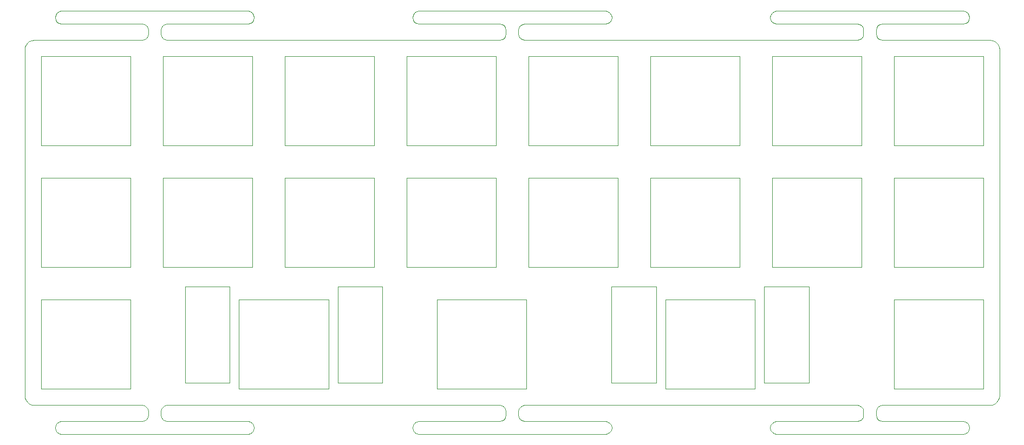
<source format=gbr>
%TF.GenerationSoftware,KiCad,Pcbnew,7.0.8-dirty*%
%TF.CreationDate,2023-11-22T20:51:33+09:00*%
%TF.ProjectId,plate,706c6174-652e-46b6-9963-61645f706362,rev?*%
%TF.SameCoordinates,Original*%
%TF.FileFunction,Profile,NP*%
%FSLAX46Y46*%
G04 Gerber Fmt 4.6, Leading zero omitted, Abs format (unit mm)*
G04 Created by KiCad (PCBNEW 7.0.8-dirty) date 2023-11-22 20:51:33*
%MOMM*%
%LPD*%
G01*
G04 APERTURE LIST*
%TA.AperFunction,Profile*%
%ADD10C,0.100000*%
%TD*%
G04 APERTURE END LIST*
D10*
X92694052Y-128173589D02*
X92311350Y-128249700D01*
X93018551Y-127956792D02*
X92694052Y-128173589D01*
X93235251Y-127632390D02*
X93018551Y-127956792D01*
X93311350Y-127249692D02*
X93235251Y-127632390D01*
X93311350Y-126976491D02*
X93311350Y-127249692D01*
X93311350Y-126703191D02*
X93311350Y-126976491D01*
X93235251Y-126320592D02*
X93311350Y-126703191D01*
X93018551Y-125996091D02*
X93235251Y-126320592D01*
X92694052Y-125779394D02*
X93018551Y-125996091D01*
X92311352Y-125703191D02*
X92694052Y-125779394D01*
X91817452Y-125703191D02*
X92311352Y-125703191D01*
X91322451Y-125703191D02*
X91817452Y-125703191D01*
X90827952Y-125703191D02*
X91322451Y-125703191D01*
X90333953Y-125703191D02*
X90827952Y-125703191D01*
X89839953Y-125703191D02*
X90333953Y-125703191D01*
X89344952Y-125703191D02*
X89839953Y-125703191D01*
X88849553Y-125703191D02*
X89344952Y-125703191D01*
X88354153Y-125703191D02*
X88849553Y-125703191D01*
X87859053Y-125703191D02*
X88354153Y-125703191D01*
X87365353Y-125703191D02*
X87859053Y-125703191D01*
X86870253Y-125703191D02*
X87365353Y-125703191D01*
X86374552Y-125703191D02*
X86870253Y-125703191D01*
X85880152Y-125703191D02*
X86374552Y-125703191D01*
X85384652Y-125703191D02*
X85880152Y-125703191D01*
X84890051Y-125703191D02*
X85384652Y-125703191D01*
X84394652Y-125703191D02*
X84890051Y-125703191D01*
X83898951Y-125703191D02*
X84394652Y-125703191D01*
X83404650Y-125703191D02*
X83898951Y-125703191D01*
X82909751Y-125703191D02*
X83404650Y-125703191D01*
X82415150Y-125703191D02*
X82909751Y-125703191D01*
X81920050Y-125703191D02*
X82415150Y-125703191D01*
X81425049Y-125703191D02*
X81920050Y-125703191D01*
X80930649Y-125703191D02*
X81425049Y-125703191D01*
X80435850Y-125703191D02*
X80930649Y-125703191D01*
X79941249Y-125703191D02*
X80435850Y-125703191D01*
X79446049Y-125703191D02*
X79941249Y-125703191D01*
X78951950Y-125703191D02*
X79446049Y-125703191D01*
X78457650Y-125703191D02*
X78951950Y-125703191D01*
X77963050Y-125703191D02*
X78457650Y-125703191D01*
X77469249Y-125703191D02*
X77963050Y-125703191D01*
X76974749Y-125703191D02*
X77469249Y-125703191D01*
X76479549Y-125703191D02*
X76974749Y-125703191D01*
X75984549Y-125703191D02*
X76479549Y-125703191D01*
X75490249Y-125703191D02*
X75984549Y-125703191D01*
X75101659Y-125652089D02*
X75490249Y-125703191D01*
X74739830Y-125502088D02*
X75101659Y-125652089D01*
X74429539Y-125263891D02*
X74739830Y-125502088D01*
X74191000Y-124952993D02*
X74429539Y-125263891D01*
X74041199Y-124591092D02*
X74191000Y-124952993D01*
X73990200Y-124203191D02*
X74041199Y-124591092D01*
X73990200Y-123706689D02*
X73990200Y-124203191D01*
X73990200Y-123209989D02*
X73990200Y-123706689D01*
X73990200Y-122713189D02*
X73990200Y-123209989D01*
X73990200Y-122217588D02*
X73990200Y-122713189D01*
X73990200Y-121720289D02*
X73990200Y-122217588D01*
X73990200Y-121224790D02*
X73990200Y-121720289D01*
X73990200Y-120727990D02*
X73990200Y-121224790D01*
X73990200Y-120230989D02*
X73990200Y-120727990D01*
X73990200Y-119734189D02*
X73990200Y-120230989D01*
X73990200Y-119238389D02*
X73990200Y-119734189D01*
X73990200Y-118742688D02*
X73990200Y-119238389D01*
X73990200Y-118245488D02*
X73990200Y-118742688D01*
X73990200Y-117747987D02*
X73990200Y-118245488D01*
X73990200Y-117250486D02*
X73990200Y-117747987D01*
X73990200Y-116753385D02*
X73990200Y-117250486D01*
X73990200Y-116256086D02*
X73990200Y-116753385D01*
X73990200Y-115758787D02*
X73990200Y-116256086D01*
X73990200Y-115261087D02*
X73990200Y-115758787D01*
X73990200Y-114764188D02*
X73990200Y-115261087D01*
X73990200Y-114266488D02*
X73990200Y-114764188D01*
X73990200Y-113770387D02*
X73990200Y-114266488D01*
X73990200Y-113273687D02*
X73990200Y-113770387D01*
X73990200Y-112776986D02*
X73990200Y-113273687D01*
X73990200Y-112279687D02*
X73990200Y-112776986D01*
X73990200Y-111781888D02*
X73990200Y-112279687D01*
X73990200Y-111285287D02*
X73990200Y-111781888D01*
X73990200Y-110788488D02*
X73990200Y-111285287D01*
X73990200Y-110291288D02*
X73990200Y-110788488D01*
X73990200Y-109794988D02*
X73990200Y-110291288D01*
X73990200Y-109299089D02*
X73990200Y-109794988D01*
X73990200Y-108801389D02*
X73990200Y-109299089D01*
X73990200Y-108304590D02*
X73990200Y-108801389D01*
X73990200Y-107807790D02*
X73990200Y-108304590D01*
X73990200Y-107310090D02*
X73990200Y-107807790D01*
X73990200Y-106814191D02*
X73990200Y-107310090D01*
X73990200Y-106317190D02*
X73990200Y-106814191D01*
X73990200Y-105819688D02*
X73990200Y-106317190D01*
X73990200Y-105322389D02*
X73990200Y-105819688D01*
X73990200Y-104825891D02*
X73990200Y-105322389D01*
X73990200Y-104328889D02*
X73990200Y-104825891D01*
X73990200Y-103831888D02*
X73990200Y-104328889D01*
X73990200Y-103335389D02*
X73990200Y-103831888D01*
X73990200Y-102837991D02*
X73990200Y-103335389D01*
X73990200Y-102342092D02*
X73990200Y-102837991D01*
X73990200Y-101846093D02*
X73990200Y-102342092D01*
X73990200Y-101348295D02*
X73990200Y-101846093D01*
X73990200Y-100851095D02*
X73990200Y-101348295D01*
X73990200Y-100355195D02*
X73990200Y-100851095D01*
X73990200Y-99858495D02*
X73990200Y-100355195D01*
X73990200Y-99361493D02*
X73990200Y-99858495D01*
X73990200Y-98864393D02*
X73990200Y-99361493D01*
X73990200Y-98367593D02*
X73990200Y-98864393D01*
X73990200Y-97871492D02*
X73990200Y-98367593D01*
X73990200Y-97373891D02*
X73990200Y-97871492D01*
X73990200Y-96877591D02*
X73990200Y-97373891D01*
X73990200Y-96380292D02*
X73990200Y-96877591D01*
X73990200Y-95883691D02*
X73990200Y-96380292D01*
X73990200Y-95386792D02*
X73990200Y-95883691D01*
X73990200Y-94889692D02*
X73990200Y-95386792D01*
X73990200Y-94392793D02*
X73990200Y-94889692D01*
X73990200Y-93894994D02*
X73990200Y-94392793D01*
X73990200Y-93397893D02*
X73990200Y-93894994D01*
X73990200Y-92901792D02*
X73990200Y-93397893D01*
X73990200Y-92404092D02*
X73990200Y-92901792D01*
X73990200Y-91907893D02*
X73990200Y-92404092D01*
X73990200Y-91410594D02*
X73990200Y-91907893D01*
X73990200Y-90913894D02*
X73990200Y-91410594D01*
X73990200Y-90417995D02*
X73990200Y-90913894D01*
X73990200Y-89921695D02*
X73990200Y-90417995D01*
X73990200Y-89425294D02*
X73990200Y-89921695D01*
X73990200Y-88928994D02*
X73990200Y-89425294D01*
X73990200Y-88433095D02*
X73990200Y-88928994D01*
X73990200Y-87936195D02*
X73990200Y-88433095D01*
X73990200Y-87438794D02*
X73990200Y-87936195D01*
X73990200Y-86942394D02*
X73990200Y-87438794D01*
X73990200Y-86445894D02*
X73990200Y-86942394D01*
X73990200Y-85949493D02*
X73990200Y-86445894D01*
X73990200Y-85451993D02*
X73990200Y-85949493D01*
X73990200Y-84955194D02*
X73990200Y-85451993D01*
X73990200Y-84459394D02*
X73990200Y-84955194D01*
X73990200Y-83963294D02*
X73990200Y-84459394D01*
X73990200Y-83467294D02*
X73990200Y-83963294D01*
X73990200Y-82970193D02*
X73990200Y-83467294D01*
X73990200Y-82473893D02*
X73990200Y-82970193D01*
X73990200Y-81977294D02*
X73990200Y-82473893D01*
X73990200Y-81480695D02*
X73990200Y-81977294D01*
X73990200Y-80984596D02*
X73990200Y-81480695D01*
X73990200Y-80487996D02*
X73990200Y-80984596D01*
X73990200Y-79991397D02*
X73990200Y-80487996D01*
X73990200Y-79495298D02*
X73990200Y-79991397D01*
X73990200Y-78997598D02*
X73990200Y-79495298D01*
X73990200Y-78501699D02*
X73990200Y-78997598D01*
X73990200Y-78005599D02*
X73990200Y-78501699D01*
X73990200Y-77508699D02*
X73990200Y-78005599D01*
X73990200Y-77012199D02*
X73990200Y-77508699D01*
X73990200Y-76515699D02*
X73990200Y-77012199D01*
X73990200Y-76017999D02*
X73990200Y-76515699D01*
X73990200Y-75520700D02*
X73990200Y-76017999D01*
X73990200Y-75023199D02*
X73990200Y-75520700D01*
X73990200Y-74526599D02*
X73990200Y-75023199D01*
X73990200Y-74028900D02*
X73990200Y-74526599D01*
X73990200Y-73532700D02*
X73990200Y-74028900D01*
X73990200Y-73036100D02*
X73990200Y-73532700D01*
X73990200Y-72539299D02*
X73990200Y-73036100D01*
X73990200Y-72042199D02*
X73990200Y-72539299D01*
X73990200Y-71544999D02*
X73990200Y-72042199D01*
X73990200Y-71047400D02*
X73990200Y-71544999D01*
X73990200Y-70550500D02*
X73990200Y-71047400D01*
X73990200Y-70053200D02*
X73990200Y-70550500D01*
X74041400Y-69664710D02*
X73990200Y-70053200D01*
X74191380Y-69302870D02*
X74041400Y-69664710D01*
X74429540Y-68992590D02*
X74191380Y-69302870D01*
X74740480Y-68754050D02*
X74429540Y-68992590D01*
X75102390Y-68604250D02*
X74740480Y-68754050D01*
X75490244Y-68553250D02*
X75102390Y-68604250D01*
X75984145Y-68553250D02*
X75490244Y-68553250D01*
X76479145Y-68553250D02*
X75984145Y-68553250D01*
X76973645Y-68553250D02*
X76479145Y-68553250D01*
X77467645Y-68553250D02*
X76973645Y-68553250D01*
X77961646Y-68553250D02*
X77467645Y-68553250D01*
X78456646Y-68553250D02*
X77961646Y-68553250D01*
X78952046Y-68553250D02*
X78456646Y-68553250D01*
X79447446Y-68553250D02*
X78952046Y-68553250D01*
X79942546Y-68553250D02*
X79447446Y-68553250D01*
X80436246Y-68553250D02*
X79942546Y-68553250D01*
X80931347Y-68553250D02*
X80436246Y-68553250D01*
X81427046Y-68553250D02*
X80931347Y-68553250D01*
X81921446Y-68553250D02*
X81427046Y-68553250D01*
X82416947Y-68553250D02*
X81921446Y-68553250D01*
X82911547Y-68553250D02*
X82416947Y-68553250D01*
X83406947Y-68553250D02*
X82911547Y-68553250D01*
X83902648Y-68553250D02*
X83406947Y-68553250D01*
X84396948Y-68553250D02*
X83902648Y-68553250D01*
X84891848Y-68553250D02*
X84396948Y-68553250D01*
X85386448Y-68553250D02*
X84891848Y-68553250D01*
X85881549Y-68553250D02*
X85386448Y-68553250D01*
X86376549Y-68553250D02*
X85881549Y-68553250D01*
X86870949Y-68553250D02*
X86376549Y-68553250D01*
X87365750Y-68553250D02*
X86870949Y-68553250D01*
X87860350Y-68553250D02*
X87365750Y-68553250D01*
X88355549Y-68553250D02*
X87860350Y-68553250D01*
X88849650Y-68553250D02*
X88355549Y-68553250D01*
X89343951Y-68553250D02*
X88849650Y-68553250D01*
X89838551Y-68553250D02*
X89343951Y-68553250D01*
X90332350Y-68553250D02*
X89838551Y-68553250D01*
X90826850Y-68553250D02*
X90332350Y-68553250D01*
X91322049Y-68553250D02*
X90826850Y-68553250D01*
X91817050Y-68553250D02*
X91322049Y-68553250D01*
X92311350Y-68553250D02*
X91817050Y-68553250D01*
X92694050Y-68477130D02*
X92311350Y-68553250D01*
X93018550Y-68260360D02*
X92694050Y-68477130D01*
X93235249Y-67935940D02*
X93018550Y-68260360D01*
X93311350Y-67553250D02*
X93235249Y-67935940D01*
X93311350Y-67280030D02*
X93311350Y-67553250D01*
X93311350Y-67006800D02*
X93311350Y-67280030D01*
X93235253Y-66624120D02*
X93311350Y-67006800D01*
X93018553Y-66299690D02*
X93235253Y-66624120D01*
X92694054Y-66082920D02*
X93018553Y-66299690D01*
X92311354Y-66006800D02*
X92694054Y-66082920D01*
X91827355Y-66006800D02*
X92311354Y-66006800D01*
X91342455Y-66006800D02*
X91827355Y-66006800D01*
X90858355Y-66006800D02*
X91342455Y-66006800D01*
X90373055Y-66006800D02*
X90858355Y-66006800D01*
X89889655Y-66006800D02*
X90373055Y-66006800D01*
X89405854Y-66006800D02*
X89889655Y-66006800D01*
X88922654Y-66006800D02*
X89405854Y-66006800D01*
X88438754Y-66006800D02*
X88922654Y-66006800D01*
X87954453Y-66006800D02*
X88438754Y-66006800D01*
X87470753Y-66006800D02*
X87954453Y-66006800D01*
X86987053Y-66006800D02*
X87470753Y-66006800D01*
X86502553Y-66006800D02*
X86987053Y-66006800D01*
X86019152Y-66006800D02*
X86502553Y-66006800D01*
X85535052Y-66006800D02*
X86019152Y-66006800D01*
X85050152Y-66006800D02*
X85535052Y-66006800D01*
X84566052Y-66006800D02*
X85050152Y-66006800D01*
X84081551Y-66006800D02*
X84566052Y-66006800D01*
X83598151Y-66006800D02*
X84081551Y-66006800D01*
X83114350Y-66006800D02*
X83598151Y-66006800D01*
X82630650Y-66006800D02*
X83114350Y-66006800D01*
X82147351Y-66006800D02*
X82630650Y-66006800D01*
X81663750Y-66006800D02*
X82147351Y-66006800D01*
X81180649Y-66006800D02*
X81663750Y-66006800D01*
X80696950Y-66006800D02*
X81180649Y-66006800D01*
X80212949Y-66006800D02*
X80696950Y-66006800D01*
X79729350Y-66006800D02*
X80212949Y-66006800D01*
X79346650Y-65930680D02*
X79729350Y-66006800D01*
X79022250Y-65713910D02*
X79346650Y-65930680D01*
X78805450Y-65389480D02*
X79022250Y-65713910D01*
X78729350Y-65006800D02*
X78805450Y-65389480D01*
X78805450Y-64624120D02*
X78729350Y-65006800D01*
X79022250Y-64299690D02*
X78805450Y-64624120D01*
X79346650Y-64082920D02*
X79022250Y-64299690D01*
X79729350Y-64006800D02*
X79346650Y-64082920D01*
X80223650Y-64006800D02*
X79729350Y-64006800D01*
X80716750Y-64006800D02*
X80223650Y-64006800D01*
X81211050Y-64006800D02*
X80716750Y-64006800D01*
X81704951Y-64006800D02*
X81211050Y-64006800D01*
X82198750Y-64006800D02*
X81704951Y-64006800D01*
X82692450Y-64006800D02*
X82198750Y-64006800D01*
X83186249Y-64006800D02*
X82692450Y-64006800D01*
X83680251Y-64006800D02*
X83186249Y-64006800D01*
X84174149Y-64006800D02*
X83680251Y-64006800D01*
X84667149Y-64006800D02*
X84174149Y-64006800D01*
X85160149Y-64006800D02*
X84667149Y-64006800D01*
X85654549Y-64006800D02*
X85160149Y-64006800D01*
X86148949Y-64006800D02*
X85654549Y-64006800D01*
X86643250Y-64006800D02*
X86148949Y-64006800D01*
X87136950Y-64006800D02*
X86643250Y-64006800D01*
X87630549Y-64006800D02*
X87136950Y-64006800D01*
X88125451Y-64006800D02*
X87630549Y-64006800D01*
X88620350Y-64006800D02*
X88125451Y-64006800D01*
X89114050Y-64006800D02*
X88620350Y-64006800D01*
X89607850Y-64006800D02*
X89114050Y-64006800D01*
X90101651Y-64006800D02*
X89607850Y-64006800D01*
X90595351Y-64006800D02*
X90101651Y-64006800D01*
X91089350Y-64006800D02*
X90595351Y-64006800D01*
X91584151Y-64006800D02*
X91089350Y-64006800D01*
X92078450Y-64006800D02*
X91584151Y-64006800D01*
X92573050Y-64006800D02*
X92078450Y-64006800D01*
X93066649Y-64006800D02*
X92573050Y-64006800D01*
X93560549Y-64006800D02*
X93066649Y-64006800D01*
X94053549Y-64006800D02*
X93560549Y-64006800D01*
X94547249Y-64006800D02*
X94053549Y-64006800D01*
X95040749Y-64006800D02*
X94547249Y-64006800D01*
X95534350Y-64006800D02*
X95040749Y-64006800D01*
X96027251Y-64006800D02*
X95534350Y-64006800D01*
X96521550Y-64006800D02*
X96027251Y-64006800D01*
X97016249Y-64006800D02*
X96521550Y-64006800D01*
X97509148Y-64006800D02*
X97016249Y-64006800D01*
X98002350Y-64006800D02*
X97509148Y-64006800D01*
X98496750Y-64006800D02*
X98002350Y-64006800D01*
X98991452Y-64006800D02*
X98496750Y-64006800D01*
X99485650Y-64006800D02*
X98991452Y-64006800D01*
X99980149Y-64006800D02*
X99485650Y-64006800D01*
X100474061Y-64006800D02*
X99980149Y-64006800D01*
X100968060Y-64006800D02*
X100474061Y-64006800D01*
X101462761Y-64006800D02*
X100968060Y-64006800D01*
X101957162Y-64006800D02*
X101462761Y-64006800D01*
X102451661Y-64006800D02*
X101957162Y-64006800D01*
X102944962Y-64006800D02*
X102451661Y-64006800D01*
X103438660Y-64006800D02*
X102944962Y-64006800D01*
X103932561Y-64006800D02*
X103438660Y-64006800D01*
X104426259Y-64006800D02*
X103932561Y-64006800D01*
X104919957Y-64006800D02*
X104426259Y-64006800D01*
X105413457Y-64006800D02*
X104919957Y-64006800D01*
X105906655Y-64006800D02*
X105413457Y-64006800D01*
X106400754Y-64006800D02*
X105906655Y-64006800D01*
X106894753Y-64006800D02*
X106400754Y-64006800D01*
X107388753Y-64006800D02*
X106894753Y-64006800D01*
X107882653Y-64006800D02*
X107388753Y-64006800D01*
X108375752Y-64006800D02*
X107882653Y-64006800D01*
X108869351Y-64006800D02*
X108375752Y-64006800D01*
X109252049Y-64082920D02*
X108869351Y-64006800D01*
X109576451Y-64299690D02*
X109252049Y-64082920D01*
X109793252Y-64624120D02*
X109576451Y-64299690D01*
X109869351Y-65006800D02*
X109793252Y-64624120D01*
X109793252Y-65389480D02*
X109869351Y-65006800D01*
X109576451Y-65713910D02*
X109793252Y-65389480D01*
X109252049Y-65930680D02*
X109576451Y-65713910D01*
X108869351Y-66006800D02*
X109252049Y-65930680D01*
X108385251Y-66006800D02*
X108869351Y-66006800D01*
X107900452Y-66006800D02*
X108385251Y-66006800D01*
X107416253Y-66006800D02*
X107900452Y-66006800D01*
X106930955Y-66006800D02*
X107416253Y-66006800D01*
X106447556Y-66006800D02*
X106930955Y-66006800D01*
X105963757Y-66006800D02*
X106447556Y-66006800D01*
X105480656Y-66006800D02*
X105963757Y-66006800D01*
X104996758Y-66006800D02*
X105480656Y-66006800D01*
X104512459Y-66006800D02*
X104996758Y-66006800D01*
X104028660Y-66006800D02*
X104512459Y-66006800D01*
X103545060Y-66006800D02*
X104028660Y-66006800D01*
X103060559Y-66006800D02*
X103545060Y-66006800D01*
X102577057Y-66006800D02*
X103060559Y-66006800D01*
X102093056Y-66006800D02*
X102577057Y-66006800D01*
X101608056Y-66006800D02*
X102093056Y-66006800D01*
X101123955Y-66006800D02*
X101608056Y-66006800D01*
X100639554Y-66006800D02*
X101123955Y-66006800D01*
X100156052Y-66006800D02*
X100639554Y-66006800D01*
X99672253Y-66006800D02*
X100156052Y-66006800D01*
X99188653Y-66006800D02*
X99672253Y-66006800D01*
X98705254Y-66006800D02*
X99188653Y-66006800D01*
X98221654Y-66006800D02*
X98705254Y-66006800D01*
X97738652Y-66006800D02*
X98221654Y-66006800D01*
X97254950Y-66006800D02*
X97738652Y-66006800D01*
X96770951Y-66006800D02*
X97254950Y-66006800D01*
X96287350Y-66006800D02*
X96770951Y-66006800D01*
X95904650Y-66082920D02*
X96287350Y-66006800D01*
X95580250Y-66299690D02*
X95904650Y-66082920D01*
X95363450Y-66624120D02*
X95580250Y-66299690D01*
X95287350Y-67006800D02*
X95363450Y-66624120D01*
X95287350Y-67280030D02*
X95287350Y-67006800D01*
X95287350Y-67553250D02*
X95287350Y-67280030D01*
X95363450Y-67935940D02*
X95287350Y-67553250D01*
X95580250Y-68260360D02*
X95363450Y-67935940D01*
X95904650Y-68477130D02*
X95580250Y-68260360D01*
X96287350Y-68553250D02*
X95904650Y-68477130D01*
X96786250Y-68553250D02*
X96287350Y-68553250D01*
X97284850Y-68553250D02*
X96786250Y-68553250D01*
X97785149Y-68553250D02*
X97284850Y-68553250D01*
X98284749Y-68553250D02*
X97785149Y-68553250D01*
X98784348Y-68553250D02*
X98284749Y-68553250D01*
X99283349Y-68553250D02*
X98784348Y-68553250D01*
X99782250Y-68553250D02*
X99283349Y-68553250D01*
X100281048Y-68553250D02*
X99782250Y-68553250D01*
X100779450Y-68553250D02*
X100281048Y-68553250D01*
X101279049Y-68553250D02*
X100779450Y-68553250D01*
X101778851Y-68553250D02*
X101279049Y-68553250D01*
X102277550Y-68553250D02*
X101778851Y-68553250D01*
X102776349Y-68553250D02*
X102277550Y-68553250D01*
X103274850Y-68553250D02*
X102776349Y-68553250D01*
X103774651Y-68553250D02*
X103274850Y-68553250D01*
X104274651Y-68553250D02*
X103774651Y-68553250D01*
X104774552Y-68553250D02*
X104274651Y-68553250D01*
X105272851Y-68553250D02*
X104774552Y-68553250D01*
X105772351Y-68553250D02*
X105272851Y-68553250D01*
X106271550Y-68553250D02*
X105772351Y-68553250D01*
X106770150Y-68553250D02*
X106271550Y-68553250D01*
X107269452Y-68553250D02*
X106770150Y-68553250D01*
X107768651Y-68553250D02*
X107269452Y-68553250D01*
X108268452Y-68553250D02*
X107768651Y-68553250D01*
X108768754Y-68553250D02*
X108268452Y-68553250D01*
X109267853Y-68553250D02*
X108768754Y-68553250D01*
X109767052Y-68553250D02*
X109267853Y-68553250D01*
X110266652Y-68553250D02*
X109767052Y-68553250D01*
X110765351Y-68553250D02*
X110266652Y-68553250D01*
X111263650Y-68553250D02*
X110765351Y-68553250D01*
X111763650Y-68553250D02*
X111263650Y-68553250D01*
X112262749Y-68553250D02*
X111763650Y-68553250D01*
X112761750Y-68553250D02*
X112262749Y-68553250D01*
X113261448Y-68553250D02*
X112761750Y-68553250D01*
X113761250Y-68553250D02*
X113261448Y-68553250D01*
X114260350Y-68553250D02*
X113761250Y-68553250D01*
X114759751Y-68553250D02*
X114260350Y-68553250D01*
X115258950Y-68553250D02*
X114759751Y-68553250D01*
X115757149Y-68553250D02*
X115258950Y-68553250D01*
X116255849Y-68553250D02*
X115757149Y-68553250D01*
X116754349Y-68553250D02*
X116255849Y-68553250D01*
X117254250Y-68553250D02*
X116754349Y-68553250D01*
X117753049Y-68553250D02*
X117254250Y-68553250D01*
X118252251Y-68553250D02*
X117753049Y-68553250D01*
X118751450Y-68553250D02*
X118252251Y-68553250D01*
X119250249Y-68553250D02*
X118751450Y-68553250D01*
X119750352Y-68553250D02*
X119250249Y-68553250D01*
X120249150Y-68553250D02*
X119750352Y-68553250D01*
X120748650Y-68553250D02*
X120249150Y-68553250D01*
X121248250Y-68553250D02*
X120748650Y-68553250D01*
X121747849Y-68553250D02*
X121248250Y-68553250D01*
X122246850Y-68553250D02*
X121747849Y-68553250D01*
X122745148Y-68553250D02*
X122246850Y-68553250D01*
X123244649Y-68553250D02*
X122745148Y-68553250D01*
X123743851Y-68553250D02*
X123244649Y-68553250D01*
X124242550Y-68553250D02*
X123743851Y-68553250D01*
X124741650Y-68553250D02*
X124242550Y-68553250D01*
X125240849Y-68553250D02*
X124741650Y-68553250D01*
X125739850Y-68553250D02*
X125240849Y-68553250D01*
X126238450Y-68553250D02*
X125739850Y-68553250D01*
X126737549Y-68553250D02*
X126238450Y-68553250D01*
X127237050Y-68553250D02*
X126737549Y-68553250D01*
X127736550Y-68553250D02*
X127237050Y-68553250D01*
X128235852Y-68553250D02*
X127736550Y-68553250D01*
X128736149Y-68553250D02*
X128235852Y-68553250D01*
X129235551Y-68553250D02*
X128736149Y-68553250D01*
X129734048Y-68553250D02*
X129235551Y-68553250D01*
X130232651Y-68553250D02*
X129734048Y-68553250D01*
X130731049Y-68553250D02*
X130232651Y-68553250D01*
X131230446Y-68553250D02*
X130731049Y-68553250D01*
X131730553Y-68553250D02*
X131230446Y-68553250D01*
X132229752Y-68553250D02*
X131730553Y-68553250D01*
X132729050Y-68553250D02*
X132229752Y-68553250D01*
X133228249Y-68553250D02*
X132729050Y-68553250D01*
X133728348Y-68553250D02*
X133228249Y-68553250D01*
X134227753Y-68553250D02*
X133728348Y-68553250D01*
X134726151Y-68553250D02*
X134227753Y-68553250D01*
X135224450Y-68553250D02*
X134726151Y-68553250D01*
X135723946Y-68553250D02*
X135224450Y-68553250D01*
X136224053Y-68553250D02*
X135723946Y-68553250D01*
X136723054Y-68553250D02*
X136224053Y-68553250D01*
X137221848Y-68553250D02*
X136723054Y-68553250D01*
X137720048Y-68553250D02*
X137221848Y-68553250D01*
X138218552Y-68553250D02*
X137720048Y-68553250D01*
X138718049Y-68553250D02*
X138218552Y-68553250D01*
X139218148Y-68553250D02*
X138718049Y-68553250D01*
X139716553Y-68553250D02*
X139218148Y-68553250D01*
X140215348Y-68553250D02*
X139716553Y-68553250D01*
X140713647Y-68553250D02*
X140215348Y-68553250D01*
X141213051Y-68553250D02*
X140713647Y-68553250D01*
X141712449Y-68553250D02*
X141213051Y-68553250D01*
X142211854Y-68553250D02*
X141712449Y-68553250D01*
X142712052Y-68553250D02*
X142211854Y-68553250D01*
X143211152Y-68553250D02*
X142712052Y-68553250D01*
X143710549Y-68553250D02*
X143211152Y-68553250D01*
X144209550Y-68553250D02*
X143710549Y-68553250D01*
X144708047Y-68553250D02*
X144209550Y-68553250D01*
X145206650Y-68553250D02*
X144708047Y-68553250D01*
X145706849Y-68553250D02*
X145206650Y-68553250D01*
X146206650Y-68553250D02*
X145706849Y-68553250D01*
X146705552Y-68553250D02*
X146206650Y-68553250D01*
X147205048Y-68553250D02*
X146705552Y-68553250D01*
X147704148Y-68553250D02*
X147205048Y-68553250D01*
X148203347Y-68553250D02*
X147704148Y-68553250D01*
X148586053Y-68477130D02*
X148203347Y-68553250D01*
X148910554Y-68260360D02*
X148586053Y-68477130D01*
X149127251Y-67935940D02*
X148910554Y-68260360D01*
X149203347Y-67553250D02*
X149127251Y-67935940D01*
X149203347Y-67280030D02*
X149203347Y-67553250D01*
X149203347Y-67006800D02*
X149203347Y-67280030D01*
X149127259Y-66624120D02*
X149203347Y-67006800D01*
X148910561Y-66299690D02*
X149127259Y-66624120D01*
X148586060Y-66082920D02*
X148910561Y-66299690D01*
X148203362Y-66006800D02*
X148586060Y-66082920D01*
X147719361Y-66006800D02*
X148203362Y-66006800D01*
X147234459Y-66006800D02*
X147719361Y-66006800D01*
X146750359Y-66006800D02*
X147234459Y-66006800D01*
X146265061Y-66006800D02*
X146750359Y-66006800D01*
X145781663Y-66006800D02*
X146265061Y-66006800D01*
X145297860Y-66006800D02*
X145781663Y-66006800D01*
X144814660Y-66006800D02*
X145297860Y-66006800D01*
X144330758Y-66006800D02*
X144814660Y-66006800D01*
X143846459Y-66006800D02*
X144330758Y-66006800D01*
X143362755Y-66006800D02*
X143846459Y-66006800D01*
X142879052Y-66006800D02*
X143362755Y-66006800D01*
X142394555Y-66006800D02*
X142879052Y-66006800D01*
X141911156Y-66006800D02*
X142394555Y-66006800D01*
X141427056Y-66006800D02*
X141911156Y-66006800D01*
X140942155Y-66006800D02*
X141427056Y-66006800D01*
X140458054Y-66006800D02*
X140942155Y-66006800D01*
X139973557Y-66006800D02*
X140458054Y-66006800D01*
X139490159Y-66006800D02*
X139973557Y-66006800D01*
X139006356Y-66006800D02*
X139490159Y-66006800D01*
X138522652Y-66006800D02*
X139006356Y-66006800D01*
X138039353Y-66006800D02*
X138522652Y-66006800D01*
X137555756Y-66006800D02*
X138039353Y-66006800D01*
X137072655Y-66006800D02*
X137555756Y-66006800D01*
X136588952Y-66006800D02*
X137072655Y-66006800D01*
X136104951Y-66006800D02*
X136588952Y-66006800D01*
X135621354Y-66006800D02*
X136104951Y-66006800D01*
X135238648Y-65930680D02*
X135621354Y-66006800D01*
X134914254Y-65713910D02*
X135238648Y-65930680D01*
X134697449Y-65389480D02*
X134914254Y-65713910D01*
X134621354Y-65006800D02*
X134697449Y-65389480D01*
X134697449Y-64624120D02*
X134621354Y-65006800D01*
X134914254Y-64299690D02*
X134697449Y-64624120D01*
X135238648Y-64082920D02*
X134914254Y-64299690D01*
X135621392Y-64006800D02*
X135238648Y-64082920D01*
X136115693Y-64006800D02*
X135621392Y-64006800D01*
X136608796Y-64006800D02*
X136115693Y-64006800D01*
X137103097Y-64006800D02*
X136608796Y-64006800D01*
X137596993Y-64006800D02*
X137103097Y-64006800D01*
X138090790Y-64006800D02*
X137596993Y-64006800D01*
X138584488Y-64006800D02*
X138090790Y-64006800D01*
X139078286Y-64006800D02*
X138584488Y-64006800D01*
X139572289Y-64006800D02*
X139078286Y-64006800D01*
X140066186Y-64006800D02*
X139572289Y-64006800D01*
X140559182Y-64006800D02*
X140066186Y-64006800D01*
X141052178Y-64006800D02*
X140559182Y-64006800D01*
X141546578Y-64006800D02*
X141052178Y-64006800D01*
X142040978Y-64006800D02*
X141546578Y-64006800D01*
X142535279Y-64006800D02*
X142040978Y-64006800D01*
X143028977Y-64006800D02*
X142535279Y-64006800D01*
X143522576Y-64006800D02*
X143028977Y-64006800D01*
X144017480Y-64006800D02*
X143522576Y-64006800D01*
X144512383Y-64006800D02*
X144017480Y-64006800D01*
X145006081Y-64006800D02*
X144512383Y-64006800D01*
X145499879Y-64006800D02*
X145006081Y-64006800D01*
X145993676Y-64006800D02*
X145499879Y-64006800D01*
X146487374Y-64006800D02*
X145993676Y-64006800D01*
X146981377Y-64006800D02*
X146487374Y-64006800D01*
X147476174Y-64006800D02*
X146981377Y-64006800D01*
X147970475Y-64006800D02*
X147476174Y-64006800D01*
X148465073Y-64006800D02*
X147970475Y-64006800D01*
X148958672Y-64006800D02*
X148465073Y-64006800D01*
X149452569Y-64006800D02*
X148958672Y-64006800D01*
X149945565Y-64006800D02*
X149452569Y-64006800D01*
X150439263Y-64006800D02*
X149945565Y-64006800D01*
X150932763Y-64006800D02*
X150439263Y-64006800D01*
X151426362Y-64006800D02*
X150932763Y-64006800D01*
X151919259Y-64006800D02*
X151426362Y-64006800D01*
X152413560Y-64006800D02*
X151919259Y-64006800D01*
X152908257Y-64006800D02*
X152413560Y-64006800D01*
X153401154Y-64006800D02*
X152908257Y-64006800D01*
X153894356Y-64006800D02*
X153401154Y-64006800D01*
X154388756Y-64006800D02*
X153894356Y-64006800D01*
X154883454Y-64006800D02*
X154388756Y-64006800D01*
X155377656Y-64006800D02*
X154883454Y-64006800D01*
X155872155Y-64006800D02*
X155377656Y-64006800D01*
X156366051Y-64006800D02*
X155872155Y-64006800D01*
X156860055Y-64006800D02*
X156366051Y-64006800D01*
X157354752Y-64006800D02*
X156860055Y-64006800D01*
X157849152Y-64006800D02*
X157354752Y-64006800D01*
X158343651Y-64006800D02*
X157849152Y-64006800D01*
X158836953Y-64006800D02*
X158343651Y-64006800D01*
X159330651Y-64006800D02*
X158836953Y-64006800D01*
X159824547Y-64006800D02*
X159330651Y-64006800D01*
X160318246Y-64006800D02*
X159824547Y-64006800D01*
X160811944Y-64006800D02*
X160318246Y-64006800D01*
X161305443Y-64006800D02*
X160811944Y-64006800D01*
X161798646Y-64006800D02*
X161305443Y-64006800D01*
X162292748Y-64006800D02*
X161798646Y-64006800D01*
X162786751Y-64006800D02*
X162292748Y-64006800D01*
X163280755Y-64006800D02*
X162786751Y-64006800D01*
X163774651Y-64006800D02*
X163280755Y-64006800D01*
X164267754Y-64006800D02*
X163774651Y-64006800D01*
X164761353Y-64006800D02*
X164267754Y-64006800D01*
X165144051Y-64082920D02*
X164761353Y-64006800D01*
X165468346Y-64299690D02*
X165144051Y-64082920D01*
X165685349Y-64624120D02*
X165468346Y-64299690D01*
X165761353Y-65006800D02*
X165685349Y-64624120D01*
X165685349Y-65389480D02*
X165761353Y-65006800D01*
X165468346Y-65713910D02*
X165685349Y-65389480D01*
X165144051Y-65930680D02*
X165468346Y-65713910D01*
X164761345Y-66006800D02*
X165144051Y-65930680D01*
X164277245Y-66006800D02*
X164761345Y-66006800D01*
X163792443Y-66006800D02*
X164277245Y-66006800D01*
X163308243Y-66006800D02*
X163792443Y-66006800D01*
X162822945Y-66006800D02*
X163308243Y-66006800D01*
X162339547Y-66006800D02*
X162822945Y-66006800D01*
X161855744Y-66006800D02*
X162339547Y-66006800D01*
X161372643Y-66006800D02*
X161855744Y-66006800D01*
X160888741Y-66006800D02*
X161372643Y-66006800D01*
X160404442Y-66006800D02*
X160888741Y-66006800D01*
X159920640Y-66006800D02*
X160404442Y-66006800D01*
X159437043Y-66006800D02*
X159920640Y-66006800D01*
X158952546Y-66006800D02*
X159437043Y-66006800D01*
X158469048Y-66006800D02*
X158952546Y-66006800D01*
X157985047Y-66006800D02*
X158469048Y-66006800D01*
X157500046Y-66006800D02*
X157985047Y-66006800D01*
X157015946Y-66006800D02*
X157500046Y-66006800D01*
X156531548Y-66006800D02*
X157015946Y-66006800D01*
X156048051Y-66006800D02*
X156531548Y-66006800D01*
X155564248Y-66006800D02*
X156048051Y-66006800D01*
X155080651Y-66006800D02*
X155564248Y-66006800D01*
X154597252Y-66006800D02*
X155080651Y-66006800D01*
X154113656Y-66006800D02*
X154597252Y-66006800D01*
X153630654Y-66006800D02*
X154113656Y-66006800D01*
X153146950Y-66006800D02*
X153630654Y-66006800D01*
X152662949Y-66006800D02*
X153146950Y-66006800D01*
X152179352Y-66006800D02*
X152662949Y-66006800D01*
X151796647Y-66082920D02*
X152179352Y-66006800D01*
X151472252Y-66299690D02*
X151796647Y-66082920D01*
X151255448Y-66624120D02*
X151472252Y-66299690D01*
X151179352Y-67006800D02*
X151255448Y-66624120D01*
X151179352Y-67280030D02*
X151179352Y-67006800D01*
X151179352Y-67553250D02*
X151179352Y-67280030D01*
X151255250Y-67936290D02*
X151179352Y-67553250D01*
X151471253Y-68259460D02*
X151255250Y-67936290D01*
X151795647Y-68477020D02*
X151471253Y-68259460D01*
X152179238Y-68553252D02*
X151795647Y-68477020D01*
X152678437Y-68553252D02*
X152179238Y-68553252D01*
X153177338Y-68553252D02*
X152678437Y-68553252D01*
X153677842Y-68553252D02*
X153177338Y-68553252D01*
X154177743Y-68553252D02*
X153677842Y-68553252D01*
X154677544Y-68553252D02*
X154177743Y-68553252D01*
X155176941Y-68553252D02*
X154677544Y-68553252D01*
X155676041Y-68553252D02*
X155176941Y-68553252D01*
X156175042Y-68553252D02*
X155676041Y-68553252D01*
X156673745Y-68553252D02*
X156175042Y-68553252D01*
X157173646Y-68553252D02*
X156673745Y-68553252D01*
X157673646Y-68553252D02*
X157173646Y-68553252D01*
X158172745Y-68553252D02*
X157673646Y-68553252D01*
X158671647Y-68553252D02*
X158172745Y-68553252D01*
X159170548Y-68553252D02*
X158671647Y-68553252D01*
X159670548Y-68553252D02*
X159170548Y-68553252D01*
X160170846Y-68553252D02*
X159670548Y-68553252D01*
X160671044Y-68553261D02*
X160170846Y-68553252D01*
X161169648Y-68553261D02*
X160671044Y-68553261D01*
X161669350Y-68553261D02*
X161169648Y-68553261D01*
X162168847Y-68553261D02*
X161669350Y-68553261D01*
X162667748Y-68553261D02*
X162168847Y-68553261D01*
X163167245Y-68553261D02*
X162667748Y-68553261D01*
X163666741Y-68553261D02*
X163167245Y-68553261D01*
X164166840Y-68553261D02*
X163666741Y-68553261D01*
X164667344Y-68553261D02*
X164166840Y-68553261D01*
X165166741Y-68553261D02*
X164667344Y-68553261D01*
X165666237Y-68553261D02*
X165166741Y-68553261D01*
X166166237Y-68553261D02*
X165666237Y-68553261D01*
X166665238Y-68553261D02*
X166166237Y-68553261D01*
X167163239Y-68553261D02*
X166665238Y-68553261D01*
X167664239Y-68553261D02*
X167163239Y-68553261D01*
X168163239Y-68553261D02*
X167664239Y-68553261D01*
X168662240Y-68553261D02*
X168163239Y-68553261D01*
X169162240Y-68553261D02*
X168662240Y-68553261D01*
X169662240Y-68553261D02*
X169162240Y-68553261D01*
X170162240Y-68553261D02*
X169662240Y-68553261D01*
X170661240Y-68553261D02*
X170162240Y-68553261D01*
X171161240Y-68553261D02*
X170661240Y-68553261D01*
X171659241Y-68553261D02*
X171161240Y-68553261D01*
X172158242Y-68553261D02*
X171659241Y-68553261D01*
X172657242Y-68553261D02*
X172158242Y-68553261D01*
X173157242Y-68553261D02*
X172657242Y-68553261D01*
X173656243Y-68553261D02*
X173157242Y-68553261D01*
X174156243Y-68553261D02*
X173656243Y-68553261D01*
X174655243Y-68553261D02*
X174156243Y-68553261D01*
X175154244Y-68553261D02*
X174655243Y-68553261D01*
X175655243Y-68553261D02*
X175154244Y-68553261D01*
X176154244Y-68553261D02*
X175655243Y-68553261D01*
X176653245Y-68553261D02*
X176154244Y-68553261D01*
X177153245Y-68553261D02*
X176653245Y-68553261D01*
X177653245Y-68553261D02*
X177153245Y-68553261D01*
X178153245Y-68553261D02*
X177653245Y-68553261D01*
X178651246Y-68553261D02*
X178153245Y-68553261D01*
X179151246Y-68553261D02*
X178651246Y-68553261D01*
X179650246Y-68553261D02*
X179151246Y-68553261D01*
X180149247Y-68553261D02*
X179650246Y-68553261D01*
X180649247Y-68553261D02*
X180149247Y-68553261D01*
X181148247Y-68553261D02*
X180649247Y-68553261D01*
X181647248Y-68553261D02*
X181148247Y-68553261D01*
X182146248Y-68553261D02*
X181647248Y-68553261D01*
X182646248Y-68553261D02*
X182146248Y-68553261D01*
X183145249Y-68553261D02*
X182646248Y-68553261D01*
X183645249Y-68553261D02*
X183145249Y-68553261D01*
X184145249Y-68553261D02*
X183645249Y-68553261D01*
X184645249Y-68553261D02*
X184145249Y-68553261D01*
X185145249Y-68553261D02*
X184645249Y-68553261D01*
X185644250Y-68553261D02*
X185145249Y-68553261D01*
X186143250Y-68553261D02*
X185644250Y-68553261D01*
X186641251Y-68553261D02*
X186143250Y-68553261D01*
X187141251Y-68553261D02*
X186641251Y-68553261D01*
X187641251Y-68553261D02*
X187141251Y-68553261D01*
X188141251Y-68553261D02*
X187641251Y-68553261D01*
X188640252Y-68553261D02*
X188141251Y-68553261D01*
X189140252Y-68553261D02*
X188640252Y-68553261D01*
X189640252Y-68553261D02*
X189140252Y-68553261D01*
X190140252Y-68553261D02*
X189640252Y-68553261D01*
X190639252Y-68553261D02*
X190140252Y-68553261D01*
X191137253Y-68553261D02*
X190639252Y-68553261D01*
X191637253Y-68553261D02*
X191137253Y-68553261D01*
X192137253Y-68553261D02*
X191637253Y-68553261D01*
X192636254Y-68553261D02*
X192137253Y-68553261D01*
X193136254Y-68553261D02*
X192636254Y-68553261D01*
X193634255Y-68553261D02*
X193136254Y-68553261D01*
X194133248Y-68553261D02*
X193634255Y-68553261D01*
X194633248Y-68553261D02*
X194133248Y-68553261D01*
X195133248Y-68553261D02*
X194633248Y-68553261D01*
X195632241Y-68553261D02*
X195133248Y-68553261D01*
X196131234Y-68553261D02*
X195632241Y-68553261D01*
X196629235Y-68553261D02*
X196131234Y-68553261D01*
X197129235Y-68553271D02*
X196629235Y-68553261D01*
X197629235Y-68553271D02*
X197129235Y-68553271D01*
X198128228Y-68553271D02*
X197629235Y-68553271D01*
X198629235Y-68553271D02*
X198128228Y-68553271D01*
X199128228Y-68553271D02*
X198629235Y-68553271D01*
X199628228Y-68553271D02*
X199128228Y-68553271D01*
X200127221Y-68553271D02*
X199628228Y-68553271D01*
X200626214Y-68553271D02*
X200127221Y-68553271D01*
X201125207Y-68553271D02*
X200626214Y-68553271D01*
X201625207Y-68553271D02*
X201125207Y-68553271D01*
X202125207Y-68553271D02*
X201625207Y-68553271D01*
X202624199Y-68553271D02*
X202125207Y-68553271D01*
X203124199Y-68553271D02*
X202624199Y-68553271D01*
X203624199Y-68553271D02*
X203124199Y-68553271D01*
X204123192Y-68553271D02*
X203624199Y-68553271D01*
X204506188Y-68477150D02*
X204123192Y-68553271D01*
X204830193Y-68260371D02*
X204506188Y-68477150D01*
X205047188Y-67935951D02*
X204830193Y-68260371D01*
X205123192Y-67553270D02*
X205047188Y-67935951D01*
X205123192Y-67280040D02*
X205123192Y-67553270D01*
X205123192Y-67006810D02*
X205123192Y-67280040D01*
X205047188Y-66624130D02*
X205123192Y-67006810D01*
X204830193Y-66299710D02*
X205047188Y-66624130D01*
X204506188Y-66082940D02*
X204830193Y-66299710D01*
X204123192Y-66006810D02*
X204506188Y-66082940D01*
X203639199Y-66006810D02*
X204123192Y-66006810D01*
X203154198Y-66006810D02*
X203639199Y-66006810D01*
X202670205Y-66006810D02*
X203154198Y-66006810D01*
X202185204Y-66006810D02*
X202670205Y-66006810D01*
X201701211Y-66006810D02*
X202185204Y-66006810D01*
X201217217Y-66006810D02*
X201701211Y-66006810D01*
X200734215Y-66006810D02*
X201217217Y-66006810D01*
X200250222Y-66006810D02*
X200734215Y-66006810D01*
X199766228Y-66006810D02*
X200250222Y-66006810D01*
X199282235Y-66006810D02*
X199766228Y-66006810D01*
X198799233Y-66006810D02*
X199282235Y-66006810D01*
X198314232Y-66006810D02*
X198799233Y-66006810D01*
X197831231Y-66006810D02*
X198314232Y-66006810D01*
X197347237Y-66006810D02*
X197831231Y-66006810D01*
X196862237Y-66006810D02*
X197347237Y-66006810D01*
X196378243Y-66006810D02*
X196862237Y-66006810D01*
X195893242Y-66006810D02*
X196378243Y-66006810D01*
X195410241Y-66006810D02*
X195893242Y-66006810D01*
X194926247Y-66006810D02*
X195410241Y-66006810D01*
X194442254Y-66006810D02*
X194926247Y-66006810D01*
X193959252Y-66006810D02*
X194442254Y-66006810D01*
X193475258Y-66006810D02*
X193959252Y-66006810D01*
X192992264Y-66006810D02*
X193475258Y-66006810D01*
X192509263Y-66006810D02*
X192992264Y-66006810D01*
X192025261Y-66006810D02*
X192509263Y-66006810D01*
X191541260Y-66006810D02*
X192025261Y-66006810D01*
X191158257Y-65930690D02*
X191541260Y-66006810D01*
X190834260Y-65713920D02*
X191158257Y-65930690D01*
X190617257Y-65389500D02*
X190834260Y-65713920D01*
X190541260Y-65006810D02*
X190617257Y-65389500D01*
X190617257Y-64624130D02*
X190541260Y-65006810D01*
X190834260Y-64299710D02*
X190617257Y-64624130D01*
X191158257Y-64082940D02*
X190834260Y-64299710D01*
X191541260Y-64006810D02*
X191158257Y-64082940D01*
X192035264Y-64006810D02*
X191541260Y-64006810D01*
X192528260Y-64006810D02*
X192035264Y-64006810D01*
X193023263Y-64006810D02*
X192528260Y-64006810D01*
X193517266Y-64006810D02*
X193023263Y-64006810D01*
X194010262Y-64006810D02*
X193517266Y-64006810D01*
X194504265Y-64006810D02*
X194010262Y-64006810D01*
X194998269Y-64006810D02*
X194504265Y-64006810D01*
X195492272Y-64006810D02*
X194998269Y-64006810D01*
X195986275Y-64006810D02*
X195492272Y-64006810D01*
X196479272Y-64006810D02*
X195986275Y-64006810D01*
X196972268Y-64006810D02*
X196479272Y-64006810D01*
X197466271Y-64006810D02*
X196972268Y-64006810D01*
X197961266Y-64006810D02*
X197466271Y-64006810D01*
X198455269Y-64006810D02*
X197961266Y-64006810D01*
X198949273Y-64006810D02*
X198455269Y-64006810D01*
X199442269Y-64006810D02*
X198949273Y-64006810D01*
X199937264Y-64006810D02*
X199442269Y-64006810D01*
X200432259Y-64006810D02*
X199937264Y-64006810D01*
X200926262Y-64006810D02*
X200432259Y-64006810D01*
X201420266Y-64006810D02*
X200926262Y-64006810D01*
X201913262Y-64006810D02*
X201420266Y-64006810D01*
X202407265Y-64006810D02*
X201913262Y-64006810D01*
X202901269Y-64006810D02*
X202407265Y-64006810D01*
X203396264Y-64006810D02*
X202901269Y-64006810D01*
X203890267Y-64006810D02*
X203396264Y-64006810D01*
X204385262Y-64006810D02*
X203890267Y-64006810D01*
X204878258Y-64006810D02*
X204385262Y-64006810D01*
X205372262Y-64006810D02*
X204878258Y-64006810D01*
X205865258Y-64006810D02*
X205372262Y-64006810D01*
X206359261Y-64006810D02*
X205865258Y-64006810D01*
X206852257Y-64006810D02*
X206359261Y-64006810D01*
X207346261Y-64006810D02*
X206852257Y-64006810D01*
X207839257Y-64006810D02*
X207346261Y-64006810D01*
X208333260Y-64006810D02*
X207839257Y-64006810D01*
X208828255Y-64006810D02*
X208333260Y-64006810D01*
X209321251Y-64006810D02*
X208828255Y-64006810D01*
X209814248Y-64006810D02*
X209321251Y-64006810D01*
X210308251Y-64006810D02*
X209814248Y-64006810D01*
X210803246Y-64006810D02*
X210308251Y-64006810D01*
X211297249Y-64006810D02*
X210803246Y-64006810D01*
X211792245Y-64006810D02*
X211297249Y-64006810D01*
X212286248Y-64006810D02*
X211792245Y-64006810D01*
X212780251Y-64006810D02*
X212286248Y-64006810D01*
X213274254Y-64006810D02*
X212780251Y-64006810D01*
X213769250Y-64006810D02*
X213274254Y-64006810D01*
X214263253Y-64006810D02*
X213769250Y-64006810D01*
X214757256Y-64006810D02*
X214263253Y-64006810D01*
X215250252Y-64006810D02*
X214757256Y-64006810D01*
X215744256Y-64006810D02*
X215250252Y-64006810D01*
X216238259Y-64006810D02*
X215744256Y-64006810D01*
X216732262Y-64006810D02*
X216238259Y-64006810D01*
X217225258Y-64006810D02*
X216732262Y-64006810D01*
X217718255Y-64006810D02*
X217225258Y-64006810D01*
X218212258Y-64006810D02*
X217718255Y-64006810D01*
X218706261Y-64006810D02*
X218212258Y-64006810D01*
X219200265Y-64006810D02*
X218706261Y-64006810D01*
X219694268Y-64006810D02*
X219200265Y-64006810D01*
X220187264Y-64006810D02*
X219694268Y-64006810D01*
X220681267Y-64006810D02*
X220187264Y-64006810D01*
X221064263Y-64082940D02*
X220681267Y-64006810D01*
X221388268Y-64299710D02*
X221064263Y-64082940D01*
X221605263Y-64624130D02*
X221388268Y-64299710D01*
X221681267Y-65006810D02*
X221605263Y-64624130D01*
X221605263Y-65389500D02*
X221681267Y-65006810D01*
X221388268Y-65713920D02*
X221605263Y-65389500D01*
X221064263Y-65930690D02*
X221388268Y-65713920D01*
X220681267Y-66006810D02*
X221064263Y-65930690D01*
X220197274Y-66006810D02*
X220681267Y-66006810D01*
X219712273Y-66006810D02*
X220197274Y-66006810D01*
X219228280Y-66006810D02*
X219712273Y-66006810D01*
X218743279Y-66006810D02*
X219228280Y-66006810D01*
X218259286Y-66006810D02*
X218743279Y-66006810D01*
X217775292Y-66006810D02*
X218259286Y-66006810D01*
X217292290Y-66006810D02*
X217775292Y-66006810D01*
X216808297Y-66006810D02*
X217292290Y-66006810D01*
X216324303Y-66006810D02*
X216808297Y-66006810D01*
X215840310Y-66006810D02*
X216324303Y-66006810D01*
X215357308Y-66006810D02*
X215840310Y-66006810D01*
X214872307Y-66006810D02*
X215357308Y-66006810D01*
X214389306Y-66006810D02*
X214872307Y-66006810D01*
X213905312Y-66006810D02*
X214389306Y-66006810D01*
X213420312Y-66006810D02*
X213905312Y-66006810D01*
X212936318Y-66006810D02*
X213420312Y-66006810D01*
X212451317Y-66006810D02*
X212936318Y-66006810D01*
X211968316Y-66006810D02*
X212451317Y-66006810D01*
X211484322Y-66006810D02*
X211968316Y-66006810D01*
X211000329Y-66006810D02*
X211484322Y-66006810D01*
X210517327Y-66006810D02*
X211000329Y-66006810D01*
X210033333Y-66006810D02*
X210517327Y-66006810D01*
X209550332Y-66006810D02*
X210033333Y-66006810D01*
X209067330Y-66006810D02*
X209550332Y-66006810D01*
X208583336Y-66006810D02*
X209067330Y-66006810D01*
X208099343Y-66006810D02*
X208583336Y-66006810D01*
X207716347Y-66082940D02*
X208099343Y-66006810D01*
X207392342Y-66299710D02*
X207716347Y-66082940D01*
X207175347Y-66624130D02*
X207392342Y-66299710D01*
X207099343Y-67006810D02*
X207175347Y-66624130D01*
X207099343Y-67280040D02*
X207099343Y-67006810D01*
X207099343Y-67553270D02*
X207099343Y-67280040D01*
X207175347Y-67936310D02*
X207099343Y-67553270D01*
X207391350Y-68259470D02*
X207175347Y-67936310D01*
X207715355Y-68477040D02*
X207391350Y-68259470D01*
X208099419Y-68553274D02*
X207715355Y-68477040D01*
X208592415Y-68553274D02*
X208099419Y-68553274D01*
X209086419Y-68553274D02*
X208592415Y-68553274D01*
X209580422Y-68553274D02*
X209086419Y-68553274D01*
X210073418Y-68553274D02*
X209580422Y-68553274D01*
X210566414Y-68553274D02*
X210073418Y-68553274D01*
X211060418Y-68553274D02*
X210566414Y-68553274D01*
X211555413Y-68553274D02*
X211060418Y-68553274D01*
X212049416Y-68553274D02*
X211555413Y-68553274D01*
X212543419Y-68553274D02*
X212049416Y-68553274D01*
X213036416Y-68553274D02*
X212543419Y-68553274D01*
X213530419Y-68553274D02*
X213036416Y-68553274D01*
X214025414Y-68553274D02*
X213530419Y-68553274D01*
X214519417Y-68553274D02*
X214025414Y-68553274D01*
X215013421Y-68553274D02*
X214519417Y-68553274D01*
X215507424Y-68553274D02*
X215013421Y-68553274D01*
X216001427Y-68553274D02*
X215507424Y-68553274D01*
X216496422Y-68553274D02*
X216001427Y-68553274D01*
X216990426Y-68553274D02*
X216496422Y-68553274D01*
X217484429Y-68553274D02*
X216990426Y-68553274D01*
X217977425Y-68553274D02*
X217484429Y-68553274D01*
X218472420Y-68553274D02*
X217977425Y-68553274D01*
X218966424Y-68553274D02*
X218472420Y-68553274D01*
X219459420Y-68553274D02*
X218966424Y-68553274D01*
X219953423Y-68553274D02*
X219459420Y-68553274D01*
X220447426Y-68553274D02*
X219953423Y-68553274D01*
X220941430Y-68553274D02*
X220447426Y-68553274D01*
X221434426Y-68553274D02*
X220941430Y-68553274D01*
X221928429Y-68553274D02*
X221434426Y-68553274D01*
X222421425Y-68553274D02*
X221928429Y-68553274D01*
X222914422Y-68553274D02*
X222421425Y-68553274D01*
X223408425Y-68553274D02*
X222914422Y-68553274D01*
X223902428Y-68553274D02*
X223408425Y-68553274D01*
X224396432Y-68553274D02*
X223902428Y-68553274D01*
X224890435Y-68553274D02*
X224396432Y-68553274D01*
X225352440Y-68625924D02*
X224890435Y-68553274D01*
X225771447Y-68839114D02*
X225352440Y-68625924D01*
X226103448Y-69171014D02*
X225771447Y-68839114D01*
X226317452Y-69589654D02*
X226103448Y-69171014D01*
X226390450Y-70053304D02*
X226317452Y-69589654D01*
X226390450Y-70549904D02*
X226390450Y-70053304D01*
X226390450Y-71046504D02*
X226390450Y-70549904D01*
X226390450Y-71543305D02*
X226390450Y-71046504D01*
X226390450Y-72038904D02*
X226390450Y-71543305D01*
X226390450Y-72536205D02*
X226390450Y-72038904D01*
X226390450Y-73031704D02*
X226390450Y-72536205D01*
X226390450Y-73528505D02*
X226390450Y-73031704D01*
X226390450Y-74025504D02*
X226390450Y-73528505D01*
X226390450Y-74522305D02*
X226390450Y-74025504D01*
X226390450Y-75018105D02*
X226390450Y-74522305D01*
X226390450Y-75513805D02*
X226390450Y-75018105D01*
X226390450Y-76011005D02*
X226390450Y-75513805D01*
X226390450Y-76508504D02*
X226390450Y-76011005D01*
X226390450Y-77006004D02*
X226390450Y-76508504D01*
X226390450Y-77503105D02*
X226390450Y-77006004D01*
X226390450Y-78000404D02*
X226390450Y-77503105D01*
X226390450Y-78497703D02*
X226390450Y-78000404D01*
X226390450Y-78995403D02*
X226390450Y-78497703D01*
X226390450Y-79492303D02*
X226390450Y-78995403D01*
X226390450Y-79990003D02*
X226390450Y-79492303D01*
X226390450Y-80486102D02*
X226390450Y-79990003D01*
X226390450Y-80982803D02*
X226390450Y-80486102D01*
X226390450Y-81479503D02*
X226390450Y-80982803D01*
X226390450Y-81976903D02*
X226390450Y-81479503D01*
X226390450Y-82474603D02*
X226390450Y-81976903D01*
X226390450Y-82971202D02*
X226390450Y-82474603D01*
X226390450Y-83468002D02*
X226390450Y-82971202D01*
X226390450Y-83965202D02*
X226390450Y-83468002D01*
X226390450Y-84461501D02*
X226390450Y-83965202D01*
X226390450Y-84957502D02*
X226390450Y-84461501D01*
X226390450Y-85455102D02*
X226390450Y-84957502D01*
X226390450Y-85951902D02*
X226390450Y-85455102D01*
X226390450Y-86448701D02*
X226390450Y-85951902D01*
X226390450Y-86946401D02*
X226390450Y-86448701D01*
X226390450Y-87442300D02*
X226390450Y-86946401D01*
X226390450Y-87939300D02*
X226390450Y-87442300D01*
X226390450Y-88436799D02*
X226390450Y-87939300D01*
X226390450Y-88934099D02*
X226390450Y-88436799D01*
X226390450Y-89430599D02*
X226390450Y-88934099D01*
X226390450Y-89927598D02*
X226390450Y-89430599D01*
X226390450Y-90424598D02*
X226390450Y-89927598D01*
X226390450Y-90921098D02*
X226390450Y-90424598D01*
X226390450Y-91418498D02*
X226390450Y-90921098D01*
X226390450Y-91914398D02*
X226390450Y-91418498D01*
X226390450Y-92410398D02*
X226390450Y-91914398D01*
X226390450Y-92908296D02*
X226390450Y-92410398D01*
X226390450Y-93405397D02*
X226390450Y-92908296D01*
X226390450Y-93901296D02*
X226390450Y-93405397D01*
X226390450Y-94397996D02*
X226390450Y-93901296D01*
X226390450Y-94894998D02*
X226390450Y-94397996D01*
X226390450Y-95392099D02*
X226390450Y-94894998D01*
X226390450Y-95888898D02*
X226390450Y-95392099D01*
X226390450Y-96385000D02*
X226390450Y-95888898D01*
X226390450Y-96882600D02*
X226390450Y-96385000D01*
X226390450Y-97378900D02*
X226390450Y-96882600D01*
X226390450Y-97876199D02*
X226390450Y-97378900D01*
X226390450Y-98372800D02*
X226390450Y-97876199D01*
X226390450Y-98869699D02*
X226390450Y-98372800D01*
X226390450Y-99366800D02*
X226390450Y-98869699D01*
X226390450Y-99863698D02*
X226390450Y-99366800D01*
X226390450Y-100361501D02*
X226390450Y-99863698D01*
X226390450Y-100858602D02*
X226390450Y-100361501D01*
X226390450Y-101354699D02*
X226390450Y-100858602D01*
X226390450Y-101852399D02*
X226390450Y-101354699D01*
X226390450Y-102348600D02*
X226390450Y-101852399D01*
X226390450Y-102845899D02*
X226390450Y-102348600D01*
X226390450Y-103342599D02*
X226390450Y-102845899D01*
X226390450Y-103838498D02*
X226390450Y-103342599D01*
X226390450Y-104334798D02*
X226390450Y-103838498D01*
X226390450Y-104831201D02*
X226390450Y-104334798D01*
X226390450Y-105327501D02*
X226390450Y-104831201D01*
X226390450Y-105823400D02*
X226390450Y-105327501D01*
X226390450Y-106320299D02*
X226390450Y-105823400D01*
X226390450Y-106817701D02*
X226390450Y-106320299D01*
X226390450Y-107314100D02*
X226390450Y-106817701D01*
X226390450Y-107810602D02*
X226390450Y-107314100D01*
X226390450Y-108307000D02*
X226390450Y-107810602D01*
X226390450Y-108804502D02*
X226390450Y-108307000D01*
X226390450Y-109301301D02*
X226390450Y-108804502D01*
X226390450Y-109797101D02*
X226390450Y-109301301D01*
X226390450Y-110293199D02*
X226390450Y-109797101D01*
X226390450Y-110789201D02*
X226390450Y-110293199D01*
X226390450Y-111286298D02*
X226390450Y-110789201D01*
X226390450Y-111782602D02*
X226390450Y-111286298D01*
X226390450Y-112279199D02*
X226390450Y-111782602D01*
X226390450Y-112775800D02*
X226390450Y-112279199D01*
X226390450Y-113271901D02*
X226390450Y-112775800D01*
X226390450Y-113768499D02*
X226390450Y-113271901D01*
X226390450Y-114265100D02*
X226390450Y-113768499D01*
X226390450Y-114761201D02*
X226390450Y-114265100D01*
X226390450Y-115258901D02*
X226390450Y-114761201D01*
X226390450Y-115754800D02*
X226390450Y-115258901D01*
X226390450Y-116250902D02*
X226390450Y-115754800D01*
X226390450Y-116747800D02*
X226390450Y-116250902D01*
X226390450Y-117244298D02*
X226390450Y-116747800D01*
X226390450Y-117740800D02*
X226390450Y-117244298D01*
X226390450Y-118238500D02*
X226390450Y-117740800D01*
X226390450Y-118735799D02*
X226390450Y-118238500D01*
X226390450Y-119233301D02*
X226390450Y-118735799D01*
X226390450Y-119729902D02*
X226390450Y-119233301D01*
X226390450Y-120227601D02*
X226390450Y-119729902D01*
X226390450Y-120723798D02*
X226390450Y-120227601D01*
X226390450Y-121220399D02*
X226390450Y-120723798D01*
X226390450Y-121717199D02*
X226390450Y-121220399D01*
X226390450Y-122214300D02*
X226390450Y-121717199D01*
X226390450Y-122711500D02*
X226390450Y-122214300D01*
X226390450Y-123209100D02*
X226390450Y-122711500D01*
X226390450Y-123705999D02*
X226390450Y-123209100D01*
X226390450Y-124203183D02*
X226390450Y-123705999D01*
X226339455Y-124591787D02*
X226390450Y-124203183D01*
X226189461Y-124953588D02*
X226339455Y-124591787D01*
X225951455Y-125263891D02*
X226189461Y-124953588D01*
X225640450Y-125502492D02*
X225951455Y-125263891D01*
X225278451Y-125652295D02*
X225640450Y-125502492D01*
X224890450Y-125703199D02*
X225278451Y-125652295D01*
X224397454Y-125703199D02*
X224890450Y-125703199D01*
X223903451Y-125703199D02*
X224397454Y-125703199D01*
X223409447Y-125703199D02*
X223903451Y-125703199D01*
X222916451Y-125703199D02*
X223409447Y-125703199D01*
X222423455Y-125703199D02*
X222916451Y-125703199D01*
X221929452Y-125703199D02*
X222423455Y-125703199D01*
X221434456Y-125703199D02*
X221929452Y-125703199D01*
X220940453Y-125703199D02*
X221434456Y-125703199D01*
X220445458Y-125703199D02*
X220940453Y-125703199D01*
X219953454Y-125703199D02*
X220445458Y-125703199D01*
X219458459Y-125703199D02*
X219953454Y-125703199D01*
X218964455Y-125703199D02*
X219458459Y-125703199D01*
X218470452Y-125703199D02*
X218964455Y-125703199D01*
X217976449Y-125703199D02*
X218470452Y-125703199D01*
X217482445Y-125703199D02*
X217976449Y-125703199D01*
X216987450Y-125703199D02*
X217482445Y-125703199D01*
X216493447Y-125703199D02*
X216987450Y-125703199D01*
X215999444Y-125703199D02*
X216493447Y-125703199D01*
X215505440Y-125703199D02*
X215999444Y-125703199D01*
X215011437Y-125703199D02*
X215505440Y-125703199D01*
X214517434Y-125703199D02*
X215011437Y-125703199D01*
X214023430Y-125703199D02*
X214517434Y-125703199D01*
X213530434Y-125703199D02*
X214023430Y-125703199D01*
X213036431Y-125703199D02*
X213530434Y-125703199D01*
X212542428Y-125703199D02*
X213036431Y-125703199D01*
X212048424Y-125703199D02*
X212542428Y-125703199D01*
X211555428Y-125703199D02*
X212048424Y-125703199D01*
X211061425Y-125703199D02*
X211555428Y-125703199D01*
X210567422Y-125703199D02*
X211061425Y-125703199D01*
X210074425Y-125703199D02*
X210567422Y-125703199D01*
X209581429Y-125703199D02*
X210074425Y-125703199D01*
X209087426Y-125703199D02*
X209581429Y-125703199D01*
X208592431Y-125703199D02*
X209087426Y-125703199D01*
X208099434Y-125703199D02*
X208592431Y-125703199D01*
X207716439Y-125779401D02*
X208099434Y-125703199D01*
X207392434Y-125996099D02*
X207716439Y-125779401D01*
X207175439Y-126320501D02*
X207392434Y-125996099D01*
X207099434Y-126703199D02*
X207175439Y-126320501D01*
X207099434Y-126976499D02*
X207099434Y-126703199D01*
X207099434Y-127249700D02*
X207099434Y-126976499D01*
X207175439Y-127632398D02*
X207099434Y-127249700D01*
X207392434Y-127956800D02*
X207175439Y-127632398D01*
X207716439Y-128173597D02*
X207392434Y-127956800D01*
X208099434Y-128249700D02*
X207716439Y-128173597D01*
X208583428Y-128249700D02*
X208099434Y-128249700D01*
X209068429Y-128249700D02*
X208583428Y-128249700D01*
X209552422Y-128249700D02*
X209068429Y-128249700D01*
X210037423Y-128249700D02*
X209552422Y-128249700D01*
X210521416Y-128249700D02*
X210037423Y-128249700D01*
X211005410Y-128249700D02*
X210521416Y-128249700D01*
X211488412Y-128249700D02*
X211005410Y-128249700D01*
X211972405Y-128249700D02*
X211488412Y-128249700D01*
X212456399Y-128249700D02*
X211972405Y-128249700D01*
X212940392Y-128249700D02*
X212456399Y-128249700D01*
X213423394Y-128249700D02*
X212940392Y-128249700D01*
X213908394Y-128249700D02*
X213423394Y-128249700D01*
X214391396Y-128249700D02*
X213908394Y-128249700D01*
X214875390Y-128249700D02*
X214391396Y-128249700D01*
X215360390Y-128249700D02*
X214875390Y-128249700D01*
X215844384Y-128249700D02*
X215360390Y-128249700D01*
X216329384Y-128249700D02*
X215844384Y-128249700D01*
X216812386Y-128249700D02*
X216329384Y-128249700D01*
X217296380Y-128249700D02*
X216812386Y-128249700D01*
X217780373Y-128249700D02*
X217296380Y-128249700D01*
X218263375Y-128249700D02*
X217780373Y-128249700D01*
X218747368Y-128249700D02*
X218263375Y-128249700D01*
X219230370Y-128249700D02*
X218747368Y-128249700D01*
X219713372Y-128249700D02*
X219230370Y-128249700D01*
X220197365Y-128249700D02*
X219713372Y-128249700D01*
X220681359Y-128249700D02*
X220197365Y-128249700D01*
X221064355Y-128325803D02*
X220681359Y-128249700D01*
X221388360Y-128542600D02*
X221064355Y-128325803D01*
X221605355Y-128867002D02*
X221388360Y-128542600D01*
X221681359Y-129249700D02*
X221605355Y-128867002D01*
X221605355Y-129632398D02*
X221681359Y-129249700D01*
X221388360Y-129956800D02*
X221605355Y-129632398D01*
X221064355Y-130173597D02*
X221388360Y-129956800D01*
X220681359Y-130249700D02*
X221064355Y-130173597D01*
X220187356Y-130249700D02*
X220681359Y-130249700D01*
X219694359Y-130249700D02*
X220187356Y-130249700D01*
X219199364Y-130249700D02*
X219694359Y-130249700D01*
X218705361Y-130249700D02*
X219199364Y-130249700D01*
X218212365Y-130249700D02*
X218705361Y-130249700D01*
X217718361Y-130249700D02*
X218212365Y-130249700D01*
X217224358Y-130249700D02*
X217718361Y-130249700D01*
X216730355Y-130249700D02*
X217224358Y-130249700D01*
X216236352Y-130249700D02*
X216730355Y-130249700D01*
X215743355Y-130249700D02*
X216236352Y-130249700D01*
X215250359Y-130249700D02*
X215743355Y-130249700D01*
X214756356Y-130249700D02*
X215250359Y-130249700D01*
X214261361Y-130249700D02*
X214756356Y-130249700D01*
X213767357Y-130249700D02*
X214261361Y-130249700D01*
X213273354Y-130249700D02*
X213767357Y-130249700D01*
X212780358Y-130249700D02*
X213273354Y-130249700D01*
X212285363Y-130249700D02*
X212780358Y-130249700D01*
X211790368Y-130249700D02*
X212285363Y-130249700D01*
X211296364Y-130249700D02*
X211790368Y-130249700D01*
X210802361Y-130249700D02*
X211296364Y-130249700D01*
X210309365Y-130249700D02*
X210802361Y-130249700D01*
X209815362Y-130249700D02*
X210309365Y-130249700D01*
X209321358Y-130249700D02*
X209815362Y-130249700D01*
X208826363Y-130249700D02*
X209321358Y-130249700D01*
X208332360Y-130249700D02*
X208826363Y-130249700D01*
X207837365Y-130249700D02*
X208332360Y-130249700D01*
X207344369Y-130249700D02*
X207837365Y-130249700D01*
X206850365Y-130249700D02*
X207344369Y-130249700D01*
X206357369Y-130249700D02*
X206850365Y-130249700D01*
X205863366Y-130249700D02*
X206357369Y-130249700D01*
X205370370Y-130249700D02*
X205863366Y-130249700D01*
X204876366Y-130249700D02*
X205370370Y-130249700D01*
X204383370Y-130249700D02*
X204876366Y-130249700D01*
X203889367Y-130249700D02*
X204383370Y-130249700D01*
X203394372Y-130249700D02*
X203889367Y-130249700D01*
X202901375Y-130249700D02*
X203394372Y-130249700D01*
X202408379Y-130249700D02*
X202901375Y-130249700D01*
X201914376Y-130249700D02*
X202408379Y-130249700D01*
X201419381Y-130249700D02*
X201914376Y-130249700D01*
X200925377Y-130249700D02*
X201419381Y-130249700D01*
X200430382Y-130249700D02*
X200925377Y-130249700D01*
X199936379Y-130249700D02*
X200430382Y-130249700D01*
X199442376Y-130249700D02*
X199936379Y-130249700D01*
X198948372Y-130249700D02*
X199442376Y-130249700D01*
X198453377Y-130249700D02*
X198948372Y-130249700D01*
X197959374Y-130249700D02*
X198453377Y-130249700D01*
X197465371Y-130249700D02*
X197959374Y-130249700D01*
X196972375Y-130249700D02*
X197465371Y-130249700D01*
X196478371Y-130249700D02*
X196972375Y-130249700D01*
X195984368Y-130249700D02*
X196478371Y-130249700D01*
X195490365Y-130249700D02*
X195984368Y-130249700D01*
X194997368Y-130249700D02*
X195490365Y-130249700D01*
X194504372Y-130249700D02*
X194997368Y-130249700D01*
X194010369Y-130249700D02*
X194504372Y-130249700D01*
X193516366Y-130249700D02*
X194010369Y-130249700D01*
X193022362Y-130249700D02*
X193516366Y-130249700D01*
X192528359Y-130249700D02*
X193022362Y-130249700D01*
X192035363Y-130249700D02*
X192528359Y-130249700D01*
X191541360Y-130249700D02*
X192035363Y-130249700D01*
X191158356Y-130173597D02*
X191541360Y-130249700D01*
X190834359Y-129956800D02*
X191158356Y-130173597D01*
X190617356Y-129632398D02*
X190834359Y-129956800D01*
X190541360Y-129249700D02*
X190617356Y-129632398D01*
X190617356Y-128867002D02*
X190541360Y-129249700D01*
X190834359Y-128542600D02*
X190617356Y-128867002D01*
X191158356Y-128325803D02*
X190834359Y-128542600D01*
X191541360Y-128249700D02*
X191158356Y-128325803D01*
X192025361Y-128249700D02*
X191541360Y-128249700D01*
X192510361Y-128249700D02*
X192025361Y-128249700D01*
X192994362Y-128249700D02*
X192510361Y-128249700D01*
X193479363Y-128249700D02*
X192994362Y-128249700D01*
X193963357Y-128249700D02*
X193479363Y-128249700D01*
X194447350Y-128249700D02*
X193963357Y-128249700D01*
X194930352Y-128249700D02*
X194447350Y-128249700D01*
X195414345Y-128249700D02*
X194930352Y-128249700D01*
X195898339Y-128249700D02*
X195414345Y-128249700D01*
X196382332Y-128249700D02*
X195898339Y-128249700D01*
X196865334Y-128249700D02*
X196382332Y-128249700D01*
X197350335Y-128249700D02*
X196865334Y-128249700D01*
X197833336Y-128249700D02*
X197350335Y-128249700D01*
X198317330Y-128249700D02*
X197833336Y-128249700D01*
X198802331Y-128249700D02*
X198317330Y-128249700D01*
X199286324Y-128249700D02*
X198802331Y-128249700D01*
X199771325Y-128249700D02*
X199286324Y-128249700D01*
X200254326Y-128249700D02*
X199771325Y-128249700D01*
X200738320Y-128249700D02*
X200254326Y-128249700D01*
X201222314Y-128249700D02*
X200738320Y-128249700D01*
X201705315Y-128249700D02*
X201222314Y-128249700D01*
X202189309Y-128249700D02*
X201705315Y-128249700D01*
X202672310Y-128249700D02*
X202189309Y-128249700D01*
X203155312Y-128249700D02*
X202672310Y-128249700D01*
X203639306Y-128249700D02*
X203155312Y-128249700D01*
X204123299Y-128249700D02*
X203639306Y-128249700D01*
X204506295Y-128173597D02*
X204123299Y-128249700D01*
X204830300Y-127956800D02*
X204506295Y-128173597D01*
X205047295Y-127632398D02*
X204830300Y-127956800D01*
X205123299Y-127249700D02*
X205047295Y-127632398D01*
X205123299Y-126976499D02*
X205123299Y-127249700D01*
X205123299Y-126703199D02*
X205123299Y-126976499D01*
X205047295Y-126320501D02*
X205123299Y-126703199D01*
X204830300Y-125996099D02*
X205047295Y-126320501D01*
X204506295Y-125779401D02*
X204830300Y-125996099D01*
X204123299Y-125703199D02*
X204506295Y-125779401D01*
X203624306Y-125703199D02*
X204123299Y-125703199D01*
X203125313Y-125703199D02*
X203624306Y-125703199D01*
X202624306Y-125703199D02*
X203125313Y-125703199D01*
X202125313Y-125703199D02*
X202624306Y-125703199D01*
X201625313Y-125703199D02*
X202125313Y-125703199D01*
X201125313Y-125703199D02*
X201625313Y-125703199D01*
X200626320Y-125703199D02*
X201125313Y-125703199D01*
X200127328Y-125703199D02*
X200626320Y-125703199D01*
X199628335Y-125703199D02*
X200127328Y-125703199D01*
X199129342Y-125703199D02*
X199628335Y-125703199D01*
X198629342Y-125703199D02*
X199129342Y-125703199D01*
X198130349Y-125703199D02*
X198629342Y-125703199D01*
X197631356Y-125703199D02*
X198130349Y-125703199D01*
X197132363Y-125703199D02*
X197631356Y-125703199D01*
X196632363Y-125703199D02*
X197132363Y-125703199D01*
X196131356Y-125703199D02*
X196632363Y-125703199D01*
X195631356Y-125703199D02*
X196131356Y-125703199D01*
X195133355Y-125703199D02*
X195631356Y-125703199D01*
X194633355Y-125703199D02*
X195133355Y-125703199D01*
X194133355Y-125703199D02*
X194633355Y-125703199D01*
X193635354Y-125703199D02*
X194133355Y-125703199D01*
X193135361Y-125703199D02*
X193635354Y-125703199D01*
X192636361Y-125703199D02*
X193135361Y-125703199D01*
X192135361Y-125703199D02*
X192636361Y-125703199D01*
X191635361Y-125703199D02*
X192135361Y-125703199D01*
X191136361Y-125703199D02*
X191635361Y-125703199D01*
X190636361Y-125703199D02*
X191136361Y-125703199D01*
X190136361Y-125703199D02*
X190636361Y-125703199D01*
X189637360Y-125703199D02*
X190136361Y-125703199D01*
X189139359Y-125703199D02*
X189637360Y-125703199D01*
X188638360Y-125703199D02*
X189139359Y-125703199D01*
X188139359Y-125703199D02*
X188638360Y-125703199D01*
X187640359Y-125703199D02*
X188139359Y-125703199D01*
X187140359Y-125703199D02*
X187640359Y-125703199D01*
X186640359Y-125703199D02*
X187140359Y-125703199D01*
X186140359Y-125703199D02*
X186640359Y-125703199D01*
X185641358Y-125703199D02*
X186140359Y-125703199D01*
X185141358Y-125703199D02*
X185641358Y-125703199D01*
X184643357Y-125703199D02*
X185141358Y-125703199D01*
X184144356Y-125703199D02*
X184643357Y-125703199D01*
X183645356Y-125703199D02*
X184144356Y-125703199D01*
X183145356Y-125703199D02*
X183645356Y-125703199D01*
X182646355Y-125703199D02*
X183145356Y-125703199D01*
X182146355Y-125703199D02*
X182646355Y-125703199D01*
X181647355Y-125703199D02*
X182146355Y-125703199D01*
X181148354Y-125703199D02*
X181647355Y-125703199D01*
X180647355Y-125703199D02*
X181148354Y-125703199D01*
X180148354Y-125703199D02*
X180647355Y-125703199D01*
X179649354Y-125703199D02*
X180148354Y-125703199D01*
X179149354Y-125703199D02*
X179649354Y-125703199D01*
X178649354Y-125703199D02*
X179149354Y-125703199D01*
X178149354Y-125703199D02*
X178649354Y-125703199D01*
X177651353Y-125703199D02*
X178149354Y-125703199D01*
X177151353Y-125703199D02*
X177651353Y-125703199D01*
X176652352Y-125703199D02*
X177151353Y-125703199D01*
X176153351Y-125703199D02*
X176652352Y-125703199D01*
X175653351Y-125703199D02*
X176153351Y-125703199D01*
X175154351Y-125703199D02*
X175653351Y-125703199D01*
X174655350Y-125703199D02*
X175154351Y-125703199D01*
X174156350Y-125703199D02*
X174655350Y-125703199D01*
X173656350Y-125703199D02*
X174156350Y-125703199D01*
X173157349Y-125703199D02*
X173656350Y-125703199D01*
X172657349Y-125703199D02*
X173157349Y-125703199D01*
X172157349Y-125703199D02*
X172657349Y-125703199D01*
X171657349Y-125703199D02*
X172157349Y-125703199D01*
X171157349Y-125703199D02*
X171657349Y-125703199D01*
X170658349Y-125703199D02*
X171157349Y-125703199D01*
X170159348Y-125703199D02*
X170658349Y-125703199D01*
X169661347Y-125703199D02*
X170159348Y-125703199D01*
X169161347Y-125703199D02*
X169661347Y-125703199D01*
X168661347Y-125703199D02*
X169161347Y-125703199D01*
X168161347Y-125703199D02*
X168661347Y-125703199D01*
X167662346Y-125703199D02*
X168161347Y-125703199D01*
X167162346Y-125703199D02*
X167662346Y-125703199D01*
X166662346Y-125703199D02*
X167162346Y-125703199D01*
X166162346Y-125703199D02*
X166662346Y-125703199D01*
X165663346Y-125703199D02*
X166162346Y-125703199D01*
X165165246Y-125703199D02*
X165663346Y-125703199D01*
X164665543Y-125703199D02*
X165165246Y-125703199D01*
X164165146Y-125703199D02*
X164665543Y-125703199D01*
X163665848Y-125703199D02*
X164165146Y-125703199D01*
X163166749Y-125703199D02*
X163665848Y-125703199D01*
X162668351Y-125703199D02*
X163166749Y-125703199D01*
X162169549Y-125703199D02*
X162668351Y-125703199D01*
X161669747Y-125703199D02*
X162169549Y-125703199D01*
X161169449Y-125703199D02*
X161669747Y-125703199D01*
X160670746Y-125703199D02*
X161169449Y-125703199D01*
X160171647Y-125703199D02*
X160670746Y-125703199D01*
X159673150Y-125703199D02*
X160171647Y-125703199D01*
X159173348Y-125703199D02*
X159673150Y-125703199D01*
X158673745Y-125703199D02*
X159173348Y-125703199D01*
X158174042Y-125703199D02*
X158673745Y-125703199D01*
X157673646Y-125703199D02*
X158174042Y-125703199D01*
X157174248Y-125703199D02*
X157673646Y-125703199D01*
X156674645Y-125703199D02*
X157174248Y-125703199D01*
X156175248Y-125703199D02*
X156674645Y-125703199D01*
X155676545Y-125703199D02*
X156175248Y-125703199D01*
X155177643Y-125703199D02*
X155676545Y-125703199D01*
X154677247Y-125703199D02*
X155177643Y-125703199D01*
X154177147Y-125703199D02*
X154677247Y-125703199D01*
X153677949Y-125703199D02*
X154177147Y-125703199D01*
X153178147Y-125703199D02*
X153677949Y-125703199D01*
X152678849Y-125703199D02*
X153178147Y-125703199D01*
X152179352Y-125703199D02*
X152678849Y-125703199D01*
X151796250Y-125779195D02*
X152179352Y-125703199D01*
X151473153Y-125995199D02*
X151796250Y-125779195D01*
X151255555Y-126319600D02*
X151473153Y-125995199D01*
X151179352Y-126703199D02*
X151255555Y-126319600D01*
X151179352Y-126976499D02*
X151179352Y-126703199D01*
X151179352Y-127249700D02*
X151179352Y-126976499D01*
X151255448Y-127632398D02*
X151179352Y-127249700D01*
X151472252Y-127956800D02*
X151255448Y-127632398D01*
X151796647Y-128173597D02*
X151472252Y-127956800D01*
X152179352Y-128249700D02*
X151796647Y-128173597D01*
X152663354Y-128249700D02*
X152179352Y-128249700D01*
X153148247Y-128249700D02*
X152663354Y-128249700D01*
X153632348Y-128249700D02*
X153148247Y-128249700D01*
X154117653Y-128249700D02*
X153632348Y-128249700D01*
X154601052Y-128249700D02*
X154117653Y-128249700D01*
X155084847Y-128249700D02*
X154601052Y-128249700D01*
X155568047Y-128249700D02*
X155084847Y-128249700D01*
X156051949Y-128249700D02*
X155568047Y-128249700D01*
X156536248Y-128249700D02*
X156051949Y-128249700D01*
X157019951Y-128249700D02*
X156536248Y-128249700D01*
X157503647Y-128249700D02*
X157019951Y-128249700D01*
X157988152Y-128249700D02*
X157503647Y-128249700D01*
X158471551Y-128249700D02*
X157988152Y-128249700D01*
X158955651Y-128249700D02*
X158471551Y-128249700D01*
X159440552Y-128249700D02*
X158955651Y-128249700D01*
X159924653Y-128249700D02*
X159440552Y-128249700D01*
X160409150Y-128249700D02*
X159924653Y-128249700D01*
X160892548Y-128249700D02*
X160409150Y-128249700D01*
X161376351Y-128249700D02*
X160892548Y-128249700D01*
X161860047Y-128249700D02*
X161376351Y-128249700D01*
X162343346Y-128249700D02*
X161860047Y-128249700D01*
X162826951Y-128249700D02*
X162343346Y-128249700D01*
X163310052Y-128249700D02*
X162826951Y-128249700D01*
X163793748Y-128249700D02*
X163310052Y-128249700D01*
X164277749Y-128249700D02*
X163793748Y-128249700D01*
X164761353Y-128249700D02*
X164277749Y-128249700D01*
X165144051Y-128325803D02*
X164761353Y-128249700D01*
X165468331Y-128542600D02*
X165144051Y-128325803D01*
X165685334Y-128867002D02*
X165468331Y-128542600D01*
X165761330Y-129249700D02*
X165685334Y-128867002D01*
X165685334Y-129632398D02*
X165761330Y-129249700D01*
X165468331Y-129956800D02*
X165685334Y-129632398D01*
X165144028Y-130173597D02*
X165468331Y-129956800D01*
X164761330Y-130249700D02*
X165144028Y-130173597D01*
X164267029Y-130249700D02*
X164761330Y-130249700D01*
X163773926Y-130249700D02*
X164267029Y-130249700D01*
X163279626Y-130249700D02*
X163773926Y-130249700D01*
X162785729Y-130249700D02*
X163279626Y-130249700D01*
X162291932Y-130249700D02*
X162785729Y-130249700D01*
X161798234Y-130249700D02*
X162291932Y-130249700D01*
X161304436Y-130249700D02*
X161798234Y-130249700D01*
X160810433Y-130249700D02*
X161304436Y-130249700D01*
X160316537Y-130249700D02*
X160810433Y-130249700D01*
X159823540Y-130249700D02*
X160316537Y-130249700D01*
X159330544Y-130249700D02*
X159823540Y-130249700D01*
X158836144Y-130249700D02*
X159330544Y-130249700D01*
X158341744Y-130249700D02*
X158836144Y-130249700D01*
X157847443Y-130249700D02*
X158341744Y-130249700D01*
X157353745Y-130249700D02*
X157847443Y-130249700D01*
X156860146Y-130249700D02*
X157353745Y-130249700D01*
X156365243Y-130249700D02*
X156860146Y-130249700D01*
X155870339Y-130249700D02*
X156365243Y-130249700D01*
X155376641Y-130249700D02*
X155870339Y-130249700D01*
X154882844Y-130249700D02*
X155376641Y-130249700D01*
X154389046Y-130249700D02*
X154882844Y-130249700D01*
X153895348Y-130249700D02*
X154389046Y-130249700D01*
X153401345Y-130249700D02*
X153895348Y-130249700D01*
X152906548Y-130249700D02*
X153401345Y-130249700D01*
X152412247Y-130249700D02*
X152906548Y-130249700D01*
X151917649Y-130249700D02*
X152412247Y-130249700D01*
X151424050Y-130249700D02*
X151917649Y-130249700D01*
X150930153Y-130249700D02*
X151424050Y-130249700D01*
X150437157Y-130249700D02*
X150930153Y-130249700D01*
X149943459Y-130249700D02*
X150437157Y-130249700D01*
X149449959Y-130249700D02*
X149943459Y-130249700D01*
X148956360Y-130249700D02*
X149449959Y-130249700D01*
X148463463Y-130249700D02*
X148956360Y-130249700D01*
X147969163Y-130249700D02*
X148463463Y-130249700D01*
X147474465Y-130249700D02*
X147969163Y-130249700D01*
X146981568Y-130249700D02*
X147474465Y-130249700D01*
X146488366Y-130249700D02*
X146981568Y-130249700D01*
X145993966Y-130249700D02*
X146488366Y-130249700D01*
X145499268Y-130249700D02*
X145993966Y-130249700D01*
X145005066Y-130249700D02*
X145499268Y-130249700D01*
X144510567Y-130249700D02*
X145005066Y-130249700D01*
X144016671Y-130249700D02*
X144510567Y-130249700D01*
X143522668Y-130249700D02*
X144016671Y-130249700D01*
X143027970Y-130249700D02*
X143522668Y-130249700D01*
X142533570Y-130249700D02*
X143027970Y-130249700D01*
X142039071Y-130249700D02*
X142533570Y-130249700D01*
X141545769Y-130249700D02*
X142039071Y-130249700D01*
X141052071Y-130249700D02*
X141545769Y-130249700D01*
X140558175Y-130249700D02*
X141052071Y-130249700D01*
X140064477Y-130249700D02*
X140558175Y-130249700D01*
X139570778Y-130249700D02*
X140064477Y-130249700D01*
X139077279Y-130249700D02*
X139570778Y-130249700D01*
X138584077Y-130249700D02*
X139077279Y-130249700D01*
X138089974Y-130249700D02*
X138584077Y-130249700D01*
X137595971Y-130249700D02*
X138089974Y-130249700D01*
X137101967Y-130249700D02*
X137595971Y-130249700D01*
X136608071Y-130249700D02*
X137101967Y-130249700D01*
X136114968Y-130249700D02*
X136608071Y-130249700D01*
X135621369Y-130249700D02*
X136114968Y-130249700D01*
X135238671Y-130173597D02*
X135621369Y-130249700D01*
X134914269Y-129956800D02*
X135238671Y-130173597D01*
X134697472Y-129632398D02*
X134914269Y-129956800D01*
X134621369Y-129249700D02*
X134697472Y-129632398D01*
X134697472Y-128867002D02*
X134621369Y-129249700D01*
X134914269Y-128542600D02*
X134697472Y-128867002D01*
X135238671Y-128325803D02*
X134914269Y-128542600D01*
X135621369Y-128249700D02*
X135238671Y-128325803D01*
X136105469Y-128249700D02*
X135621369Y-128249700D01*
X136590272Y-128249700D02*
X136105469Y-128249700D01*
X137074471Y-128249700D02*
X136590272Y-128249700D01*
X137559769Y-128249700D02*
X137074471Y-128249700D01*
X138043168Y-128249700D02*
X137559769Y-128249700D01*
X138526970Y-128249700D02*
X138043168Y-128249700D01*
X139010071Y-128249700D02*
X138526970Y-128249700D01*
X139493973Y-128249700D02*
X139010071Y-128249700D01*
X139978272Y-128249700D02*
X139493973Y-128249700D01*
X140462075Y-128249700D02*
X139978272Y-128249700D01*
X140945672Y-128249700D02*
X140462075Y-128249700D01*
X141430169Y-128249700D02*
X140945672Y-128249700D01*
X141913666Y-128249700D02*
X141430169Y-128249700D01*
X142397668Y-128249700D02*
X141913666Y-128249700D01*
X142882668Y-128249700D02*
X142397668Y-128249700D01*
X143366768Y-128249700D02*
X142882668Y-128249700D01*
X143851166Y-128249700D02*
X143366768Y-128249700D01*
X144334664Y-128249700D02*
X143851166Y-128249700D01*
X144818467Y-128249700D02*
X144334664Y-128249700D01*
X145302064Y-128249700D02*
X144818467Y-128249700D01*
X145785462Y-128249700D02*
X145302064Y-128249700D01*
X146269059Y-128249700D02*
X145785462Y-128249700D01*
X146752061Y-128249700D02*
X146269059Y-128249700D01*
X147235764Y-128249700D02*
X146752061Y-128249700D01*
X147719765Y-128249700D02*
X147235764Y-128249700D01*
X148203362Y-128249700D02*
X147719765Y-128249700D01*
X148586060Y-128173597D02*
X148203362Y-128249700D01*
X148910561Y-127956800D02*
X148586060Y-128173597D01*
X149127259Y-127632398D02*
X148910561Y-127956800D01*
X149203362Y-127249700D02*
X149127259Y-127632398D01*
X149203362Y-126976499D02*
X149203362Y-127249700D01*
X149203362Y-126703199D02*
X149203362Y-126976499D01*
X149127259Y-126320600D02*
X149203362Y-126703199D01*
X148910561Y-125996099D02*
X149127259Y-126320600D01*
X148586060Y-125779401D02*
X148910561Y-125996099D01*
X148203362Y-125703199D02*
X148586060Y-125779401D01*
X147704461Y-125703199D02*
X148203362Y-125703199D01*
X147205857Y-125703199D02*
X147704461Y-125703199D01*
X146705559Y-125703199D02*
X147205857Y-125703199D01*
X146205956Y-125703199D02*
X146705559Y-125703199D01*
X145706353Y-125703199D02*
X146205956Y-125703199D01*
X145207352Y-125703199D02*
X145706353Y-125703199D01*
X144708451Y-125703199D02*
X145207352Y-125703199D01*
X144209649Y-125703199D02*
X144708451Y-125703199D01*
X143711251Y-125703199D02*
X144209649Y-125703199D01*
X143211648Y-125703199D02*
X143711251Y-125703199D01*
X142711846Y-125703199D02*
X143211648Y-125703199D01*
X142213143Y-125703199D02*
X142711846Y-125703199D01*
X141714440Y-125703199D02*
X142213143Y-125703199D01*
X141215836Y-125703199D02*
X141714440Y-125703199D01*
X140716035Y-125703199D02*
X141215836Y-125703199D01*
X140216035Y-125703199D02*
X140716035Y-125703199D01*
X139716134Y-125703199D02*
X140216035Y-125703199D01*
X139217835Y-125703199D02*
X139716134Y-125703199D01*
X138718339Y-125703199D02*
X139217835Y-125703199D01*
X138219140Y-125703199D02*
X138718339Y-125703199D01*
X137720543Y-125703199D02*
X138219140Y-125703199D01*
X137221245Y-125703199D02*
X137720543Y-125703199D01*
X136722046Y-125703199D02*
X137221245Y-125703199D01*
X136222245Y-125703199D02*
X136722046Y-125703199D01*
X135721947Y-125703199D02*
X136222245Y-125703199D01*
X135222947Y-125703199D02*
X135721947Y-125703199D01*
X134723649Y-125703199D02*
X135222947Y-125703199D01*
X134224045Y-125703199D02*
X134723649Y-125703199D01*
X133725342Y-125703199D02*
X134224045Y-125703199D01*
X133227044Y-125703199D02*
X133725342Y-125703199D01*
X132727044Y-125703199D02*
X133227044Y-125703199D01*
X132227944Y-125703199D02*
X132727044Y-125703199D01*
X131728943Y-125703199D02*
X132227944Y-125703199D01*
X131229241Y-125703199D02*
X131728943Y-125703199D01*
X130729439Y-125703199D02*
X131229241Y-125703199D01*
X130230340Y-125703199D02*
X130729439Y-125703199D01*
X129730942Y-125703199D02*
X130230340Y-125703199D01*
X129231740Y-125703199D02*
X129730942Y-125703199D01*
X128733540Y-125703199D02*
X129231740Y-125703199D01*
X128234841Y-125703199D02*
X128733540Y-125703199D01*
X127736340Y-125703199D02*
X128234841Y-125703199D01*
X127236439Y-125703199D02*
X127736340Y-125703199D01*
X126737641Y-125703199D02*
X127236439Y-125703199D01*
X126238442Y-125703199D02*
X126737641Y-125703199D01*
X125739243Y-125703199D02*
X126238442Y-125703199D01*
X125240445Y-125703199D02*
X125739243Y-125703199D01*
X124740346Y-125703199D02*
X125240445Y-125703199D01*
X124241547Y-125703199D02*
X124740346Y-125703199D01*
X123742047Y-125703199D02*
X124241547Y-125703199D01*
X123242447Y-125703199D02*
X123742047Y-125703199D01*
X122742848Y-125703199D02*
X123242447Y-125703199D01*
X122243847Y-125703199D02*
X122742848Y-125703199D01*
X121745549Y-125703199D02*
X122243847Y-125703199D01*
X121246049Y-125703199D02*
X121745549Y-125703199D01*
X120746850Y-125703199D02*
X121246049Y-125703199D01*
X120248150Y-125703199D02*
X120746850Y-125703199D01*
X119749051Y-125703199D02*
X120248150Y-125703199D01*
X119249852Y-125703199D02*
X119749051Y-125703199D01*
X118750851Y-125703199D02*
X119249852Y-125703199D01*
X118252251Y-125703199D02*
X118750851Y-125703199D01*
X117753152Y-125703199D02*
X118252251Y-125703199D01*
X117253651Y-125703199D02*
X117753152Y-125703199D01*
X116754151Y-125703199D02*
X117253651Y-125703199D01*
X116254849Y-125703199D02*
X116754151Y-125703199D01*
X115754651Y-125703199D02*
X116254849Y-125703199D01*
X115255150Y-125703199D02*
X115754651Y-125703199D01*
X114756650Y-125703199D02*
X115255150Y-125703199D01*
X114258050Y-125703199D02*
X114756650Y-125703199D01*
X113759648Y-125703199D02*
X114258050Y-125703199D01*
X113260247Y-125703199D02*
X113759648Y-125703199D01*
X112760148Y-125703199D02*
X113260247Y-125703199D01*
X112260949Y-125703199D02*
X112760148Y-125703199D01*
X111761651Y-125703199D02*
X112260949Y-125703199D01*
X111262452Y-125703199D02*
X111761651Y-125703199D01*
X110762353Y-125703199D02*
X111262452Y-125703199D01*
X110262951Y-125703199D02*
X110762353Y-125703199D01*
X109764550Y-125703199D02*
X110262951Y-125703199D01*
X109266251Y-125703199D02*
X109764550Y-125703199D01*
X108766751Y-125703199D02*
X109266251Y-125703199D01*
X108266652Y-125703199D02*
X108766751Y-125703199D01*
X107767651Y-125703199D02*
X108266652Y-125703199D01*
X107268853Y-125703199D02*
X107767651Y-125703199D01*
X106770653Y-125703199D02*
X107268853Y-125703199D01*
X106272153Y-125703199D02*
X106770653Y-125703199D01*
X105772652Y-125703199D02*
X106272153Y-125703199D01*
X105272553Y-125703199D02*
X105772652Y-125703199D01*
X104774151Y-125703199D02*
X105272553Y-125703199D01*
X104275353Y-125703199D02*
X104774151Y-125703199D01*
X103777054Y-125703199D02*
X104275353Y-125703199D01*
X103277653Y-125703199D02*
X103777054Y-125703199D01*
X102778252Y-125703199D02*
X103277653Y-125703199D01*
X102278851Y-125703199D02*
X102778252Y-125703199D01*
X101778653Y-125703199D02*
X102278851Y-125703199D01*
X101279553Y-125703199D02*
X101778653Y-125703199D01*
X100780152Y-125703199D02*
X101279553Y-125703199D01*
X100281151Y-125703199D02*
X100780152Y-125703199D01*
X99782651Y-125703199D02*
X100281151Y-125703199D01*
X99284051Y-125703199D02*
X99782651Y-125703199D01*
X98783852Y-125703199D02*
X99284051Y-125703199D01*
X98284051Y-125703199D02*
X98783852Y-125703199D01*
X97785149Y-125703199D02*
X98284051Y-125703199D01*
X97285651Y-125703199D02*
X97785149Y-125703199D01*
X96786551Y-125703199D02*
X97285651Y-125703199D01*
X96287350Y-125703199D02*
X96786551Y-125703199D01*
X95904650Y-125779401D02*
X96287350Y-125703199D01*
X95580250Y-125996099D02*
X95904650Y-125779401D01*
X95363450Y-126320600D02*
X95580250Y-125996099D01*
X95287350Y-126703199D02*
X95363450Y-126320600D01*
X95287350Y-126976499D02*
X95287350Y-126703199D01*
X95287350Y-127249700D02*
X95287350Y-126976499D01*
X95363450Y-127632398D02*
X95287350Y-127249700D01*
X95580250Y-127956800D02*
X95363450Y-127632398D01*
X95904650Y-128173597D02*
X95580250Y-127956800D01*
X96287350Y-128249700D02*
X95904650Y-128173597D01*
X96771350Y-128249700D02*
X96287350Y-128249700D01*
X97256249Y-128249700D02*
X96771350Y-128249700D01*
X97740349Y-128249700D02*
X97256249Y-128249700D01*
X98225651Y-128249700D02*
X97740349Y-128249700D01*
X98709050Y-128249700D02*
X98225651Y-128249700D01*
X99192849Y-128249700D02*
X98709050Y-128249700D01*
X99676049Y-128249700D02*
X99192849Y-128249700D01*
X100159951Y-128249700D02*
X99676049Y-128249700D01*
X100644250Y-128249700D02*
X100159951Y-128249700D01*
X101127949Y-128249700D02*
X100644250Y-128249700D01*
X101611649Y-128249700D02*
X101127949Y-128249700D01*
X102096150Y-128249700D02*
X101611649Y-128249700D01*
X102579548Y-128249700D02*
X102096150Y-128249700D01*
X103063649Y-128249700D02*
X102579548Y-128249700D01*
X103548550Y-128249700D02*
X103063649Y-128249700D01*
X104032651Y-128249700D02*
X103548550Y-128249700D01*
X104517151Y-128249700D02*
X104032651Y-128249700D01*
X105000550Y-128249700D02*
X104517151Y-128249700D01*
X105484349Y-128249700D02*
X105000550Y-128249700D01*
X105968049Y-128249700D02*
X105484349Y-128249700D01*
X106451352Y-128249700D02*
X105968049Y-128249700D01*
X106934949Y-128249700D02*
X106451352Y-128249700D01*
X107418049Y-128249700D02*
X106934949Y-128249700D01*
X107901749Y-128249700D02*
X107418049Y-128249700D01*
X108385750Y-128249700D02*
X107901749Y-128249700D01*
X108869351Y-128249700D02*
X108385750Y-128249700D01*
X109252049Y-128325803D02*
X108869351Y-128249700D01*
X109576451Y-128542600D02*
X109252049Y-128325803D01*
X109793252Y-128867002D02*
X109576451Y-128542600D01*
X109869351Y-129249700D02*
X109793252Y-128867002D01*
X109793252Y-129632398D02*
X109869351Y-129249700D01*
X109576451Y-129956800D02*
X109793252Y-129632398D01*
X109252049Y-130173597D02*
X109576451Y-129956800D01*
X108869343Y-130249700D02*
X109252049Y-130173597D01*
X108375043Y-130249700D02*
X108869343Y-130249700D01*
X107881943Y-130249700D02*
X108375043Y-130249700D01*
X107387642Y-130249700D02*
X107881943Y-130249700D01*
X106893742Y-130249700D02*
X107387642Y-130249700D01*
X106399941Y-130249700D02*
X106893742Y-130249700D01*
X105906243Y-130249700D02*
X106399941Y-130249700D01*
X105412442Y-130249700D02*
X105906243Y-130249700D01*
X104918442Y-130249700D02*
X105412442Y-130249700D01*
X104424542Y-130249700D02*
X104918442Y-130249700D01*
X103931542Y-130249700D02*
X104424542Y-130249700D01*
X103438542Y-130249700D02*
X103931542Y-130249700D01*
X102944142Y-130249700D02*
X103438542Y-130249700D01*
X102449742Y-130249700D02*
X102944142Y-130249700D01*
X101955441Y-130249700D02*
X102449742Y-130249700D01*
X101461743Y-130249700D02*
X101955441Y-130249700D01*
X100968144Y-130249700D02*
X101461743Y-130249700D01*
X100473244Y-130249700D02*
X100968144Y-130249700D01*
X99978345Y-130249700D02*
X100473244Y-130249700D01*
X99484646Y-130249700D02*
X99978345Y-130249700D01*
X98990845Y-130249700D02*
X99484646Y-130249700D01*
X98497044Y-130249700D02*
X98990845Y-130249700D01*
X98003346Y-130249700D02*
X98497044Y-130249700D01*
X97509347Y-130249700D02*
X98003346Y-130249700D01*
X97014546Y-130249700D02*
X97509347Y-130249700D01*
X96520245Y-130249700D02*
X97014546Y-130249700D01*
X96025645Y-130249700D02*
X96520245Y-130249700D01*
X95532044Y-130249700D02*
X96025645Y-130249700D01*
X95038144Y-130249700D02*
X95532044Y-130249700D01*
X94545144Y-130249700D02*
X95038144Y-130249700D01*
X94051444Y-130249700D02*
X94545144Y-130249700D01*
X93557944Y-130249700D02*
X94051444Y-130249700D01*
X93064343Y-130249700D02*
X93557944Y-130249700D01*
X92571442Y-130249700D02*
X93064343Y-130249700D01*
X92077141Y-130249700D02*
X92571442Y-130249700D01*
X91582442Y-130249700D02*
X92077141Y-130249700D01*
X91089541Y-130249700D02*
X91582442Y-130249700D01*
X90596341Y-130249700D02*
X91089541Y-130249700D01*
X90101941Y-130249700D02*
X90596341Y-130249700D01*
X89607241Y-130249700D02*
X90101941Y-130249700D01*
X89113041Y-130249700D02*
X89607241Y-130249700D01*
X88618542Y-130249700D02*
X89113041Y-130249700D01*
X88124642Y-130249700D02*
X88618542Y-130249700D01*
X87630643Y-130249700D02*
X88124642Y-130249700D01*
X87135943Y-130249700D02*
X87630643Y-130249700D01*
X86641543Y-130249700D02*
X87135943Y-130249700D01*
X86147044Y-130249700D02*
X86641543Y-130249700D01*
X85653744Y-130249700D02*
X86147044Y-130249700D01*
X85160044Y-130249700D02*
X85653744Y-130249700D01*
X84666144Y-130249700D02*
X85160044Y-130249700D01*
X84172444Y-130249700D02*
X84666144Y-130249700D01*
X83678744Y-130249700D02*
X84172444Y-130249700D01*
X83185244Y-130249700D02*
X83678744Y-130249700D01*
X82692044Y-130249700D02*
X83185244Y-130249700D01*
X82197943Y-130249700D02*
X82692044Y-130249700D01*
X81703944Y-130249700D02*
X82197943Y-130249700D01*
X81209944Y-130249700D02*
X81703944Y-130249700D01*
X80716044Y-130249700D02*
X81209944Y-130249700D01*
X80222944Y-130249700D02*
X80716044Y-130249700D01*
X79729344Y-130249700D02*
X80222944Y-130249700D01*
X79346644Y-130173597D02*
X79729344Y-130249700D01*
X79022244Y-129956800D02*
X79346644Y-130173597D01*
X78805444Y-129632398D02*
X79022244Y-129956800D01*
X78729344Y-129249700D02*
X78805444Y-129632398D01*
X78805444Y-128867002D02*
X78729344Y-129249700D01*
X79022244Y-128542600D02*
X78805444Y-128867002D01*
X79346644Y-128325803D02*
X79022244Y-128542600D01*
X79729344Y-128249700D02*
X79346644Y-128325803D01*
X80213444Y-128249700D02*
X79729344Y-128249700D01*
X80698245Y-128249700D02*
X80213444Y-128249700D01*
X81182444Y-128249700D02*
X80698245Y-128249700D01*
X81667744Y-128249700D02*
X81182444Y-128249700D01*
X82151145Y-128249700D02*
X81667744Y-128249700D01*
X82634945Y-128249700D02*
X82151145Y-128249700D01*
X83118046Y-128249700D02*
X82634945Y-128249700D01*
X83601946Y-128249700D02*
X83118046Y-128249700D01*
X84086247Y-128249700D02*
X83601946Y-128249700D01*
X84570048Y-128249700D02*
X84086247Y-128249700D01*
X85053649Y-128249700D02*
X84570048Y-128249700D01*
X85538149Y-128249700D02*
X85053649Y-128249700D01*
X86021649Y-128249700D02*
X85538149Y-128249700D01*
X86505648Y-128249700D02*
X86021649Y-128249700D01*
X86990649Y-128249700D02*
X86505648Y-128249700D01*
X87474749Y-128249700D02*
X86990649Y-128249700D01*
X87959149Y-128249700D02*
X87474749Y-128249700D01*
X88442649Y-128249700D02*
X87959149Y-128249700D01*
X88926449Y-128249700D02*
X88442649Y-128249700D01*
X89410050Y-128249700D02*
X88926449Y-128249700D01*
X89893450Y-128249700D02*
X89410050Y-128249700D01*
X90377051Y-128249700D02*
X89893450Y-128249700D01*
X90860051Y-128249700D02*
X90377051Y-128249700D01*
X91343751Y-128249700D02*
X90860051Y-128249700D01*
X91827750Y-128249700D02*
X91343751Y-128249700D01*
X92311350Y-128249700D02*
X91827750Y-128249700D01*
X138926247Y-123188699D02*
X138443253Y-123188699D01*
X139409752Y-123188699D02*
X138926247Y-123188699D01*
X139892449Y-123188699D02*
X139409752Y-123188699D01*
X140376153Y-123188699D02*
X139892449Y-123188699D01*
X140860352Y-123188699D02*
X140376153Y-123188699D01*
X141343049Y-123188699D02*
X140860352Y-123188699D01*
X141825448Y-123188699D02*
X141343049Y-123188699D01*
X142308854Y-123188699D02*
X141825448Y-123188699D01*
X142791451Y-123188699D02*
X142308854Y-123188699D01*
X143273949Y-123188699D02*
X142791451Y-123188699D01*
X143757050Y-123188699D02*
X143273949Y-123188699D01*
X144239747Y-123188699D02*
X143757050Y-123188699D01*
X144722550Y-123188699D02*
X144239747Y-123188699D01*
X145205048Y-123188699D02*
X144722550Y-123188699D01*
X145687653Y-123188699D02*
X145205048Y-123188699D01*
X146170350Y-123188699D02*
X145687653Y-123188699D01*
X146652253Y-123188699D02*
X146170350Y-123188699D01*
X147134347Y-123188699D02*
X146652253Y-123188699D01*
X147616349Y-123188699D02*
X147134347Y-123188699D01*
X148099648Y-123188699D02*
X147616349Y-123188699D01*
X148582253Y-123188699D02*
X148099648Y-123188699D01*
X149065346Y-123188699D02*
X148582253Y-123188699D01*
X149548951Y-123188699D02*
X149065346Y-123188699D01*
X150030846Y-123188699D02*
X149548951Y-123188699D01*
X150513848Y-123188699D02*
X150030846Y-123188699D01*
X150996453Y-123188699D02*
X150513848Y-123188699D01*
X151478654Y-123188699D02*
X150996453Y-123188699D01*
X151961251Y-123188699D02*
X151478654Y-123188699D01*
X152443246Y-123188699D02*
X151961251Y-123188699D01*
X152443246Y-122705598D02*
X152443246Y-123188699D01*
X152443246Y-122222097D02*
X152443246Y-122705598D01*
X152443246Y-121739396D02*
X152443246Y-122222097D01*
X152443246Y-121255697D02*
X152443246Y-121739396D01*
X152443246Y-120771497D02*
X152443246Y-121255697D01*
X152443246Y-120288797D02*
X152443246Y-120771497D01*
X152443246Y-119806398D02*
X152443246Y-120288797D01*
X152443246Y-119322999D02*
X152443246Y-119806398D01*
X152443246Y-118840398D02*
X152443246Y-119322999D01*
X152443246Y-118357900D02*
X152443246Y-118840398D01*
X152443246Y-117874799D02*
X152443246Y-118357900D01*
X152443246Y-117392099D02*
X152443246Y-117874799D01*
X152443246Y-116909299D02*
X152443246Y-117392099D01*
X152443246Y-116426801D02*
X152443246Y-116909299D01*
X152443246Y-115944303D02*
X152443246Y-116426801D01*
X152443246Y-115461503D02*
X152443246Y-115944303D01*
X152443246Y-114979604D02*
X152443246Y-115461503D01*
X152443246Y-114497503D02*
X152443246Y-114979604D01*
X152443246Y-114015504D02*
X152443246Y-114497503D01*
X152443246Y-113532304D02*
X152443246Y-114015504D01*
X152443246Y-113049604D02*
X152443246Y-113532304D01*
X152443246Y-112566503D02*
X152443246Y-113049604D01*
X152443246Y-112082902D02*
X152443246Y-112566503D01*
X152443246Y-111601003D02*
X152443246Y-112082902D01*
X152443246Y-111118001D02*
X152443246Y-111601003D01*
X152443246Y-110635400D02*
X152443246Y-111118001D01*
X152443246Y-110153200D02*
X152443246Y-110635400D01*
X152443246Y-109670598D02*
X152443246Y-110153200D01*
X152443246Y-109188699D02*
X152443246Y-109670598D01*
X151960145Y-109188699D02*
X152443246Y-109188699D01*
X151476647Y-109188699D02*
X151960145Y-109188699D01*
X150993950Y-109188699D02*
X151476647Y-109188699D01*
X150510247Y-109188699D02*
X150993950Y-109188699D01*
X150026047Y-109188699D02*
X150510247Y-109188699D01*
X149543351Y-109188699D02*
X150026047Y-109188699D01*
X149060952Y-109188699D02*
X149543351Y-109188699D01*
X148577553Y-109188699D02*
X149060952Y-109188699D01*
X148094956Y-109188699D02*
X148577553Y-109188699D01*
X147612458Y-109188699D02*
X148094956Y-109188699D01*
X147129357Y-109188699D02*
X147612458Y-109188699D01*
X146646660Y-109188699D02*
X147129357Y-109188699D01*
X146163857Y-109188699D02*
X146646660Y-109188699D01*
X145681359Y-109188699D02*
X146163857Y-109188699D01*
X145198861Y-109188699D02*
X145681359Y-109188699D01*
X144716057Y-109188699D02*
X145198861Y-109188699D01*
X144234154Y-109188699D02*
X144716057Y-109188699D01*
X143752053Y-109188699D02*
X144234154Y-109188699D01*
X143270051Y-109188699D02*
X143752053Y-109188699D01*
X142786851Y-109188699D02*
X143270051Y-109188699D01*
X142304154Y-109188699D02*
X142786851Y-109188699D01*
X141821053Y-109188699D02*
X142304154Y-109188699D01*
X141337456Y-109188699D02*
X141821053Y-109188699D01*
X140855553Y-109188699D02*
X141337456Y-109188699D01*
X140372552Y-109188699D02*
X140855553Y-109188699D01*
X139889954Y-109188699D02*
X140372552Y-109188699D01*
X139407754Y-109188699D02*
X139889954Y-109188699D01*
X138925156Y-109188699D02*
X139407754Y-109188699D01*
X138443253Y-109188699D02*
X138925156Y-109188699D01*
X138443253Y-109671701D02*
X138443253Y-109188699D01*
X138443253Y-110155198D02*
X138443253Y-109671701D01*
X138443253Y-110637899D02*
X138443253Y-110155198D01*
X138443253Y-111121599D02*
X138443253Y-110637899D01*
X138443253Y-111605802D02*
X138443253Y-111121599D01*
X138443253Y-112088498D02*
X138443253Y-111605802D01*
X138443253Y-112570901D02*
X138443253Y-112088498D01*
X138443253Y-113054300D02*
X138443253Y-112570901D01*
X138443253Y-113536901D02*
X138443253Y-113054300D01*
X138443253Y-114019399D02*
X138443253Y-113536901D01*
X138443253Y-114502500D02*
X138443253Y-114019399D01*
X138443253Y-114985200D02*
X138443253Y-114502500D01*
X138443253Y-115468000D02*
X138443253Y-114985200D01*
X138443253Y-115950502D02*
X138443253Y-115468000D01*
X138443253Y-116433000D02*
X138443253Y-115950502D01*
X138443253Y-116915799D02*
X138443253Y-116433000D01*
X138443253Y-117397699D02*
X138443253Y-116915799D01*
X138443253Y-117879800D02*
X138443253Y-117397699D01*
X138443253Y-118361799D02*
X138443253Y-117879800D01*
X138443253Y-118844999D02*
X138443253Y-118361799D01*
X138443253Y-119327699D02*
X138443253Y-118844999D01*
X138443253Y-119810800D02*
X138443253Y-119327699D01*
X138443253Y-120294401D02*
X138443253Y-119810800D01*
X138443253Y-120776300D02*
X138443253Y-120294401D01*
X138443253Y-121259301D02*
X138443253Y-120776300D01*
X138443253Y-121741899D02*
X138443253Y-121259301D01*
X138443253Y-122224099D02*
X138443253Y-121741899D01*
X138443253Y-122706701D02*
X138443253Y-122224099D01*
X138443253Y-123188699D02*
X138443253Y-122706701D01*
X223880318Y-84605600D02*
X223880349Y-85088701D01*
X223880318Y-84122100D02*
X223880318Y-84605600D01*
X223880318Y-83639400D02*
X223880318Y-84122100D01*
X223880318Y-83155700D02*
X223880318Y-83639400D01*
X223880318Y-82671501D02*
X223880318Y-83155700D01*
X223880318Y-82188800D02*
X223880318Y-82671501D01*
X223880318Y-81706399D02*
X223880318Y-82188800D01*
X223880318Y-81222999D02*
X223880318Y-81706399D01*
X223880318Y-80740400D02*
X223880318Y-81222999D01*
X223880318Y-80257900D02*
X223880318Y-80740400D01*
X223880318Y-79774799D02*
X223880318Y-80257900D01*
X223880318Y-79292098D02*
X223880318Y-79774799D01*
X223880318Y-78809299D02*
X223880318Y-79292098D01*
X223880318Y-78326799D02*
X223880318Y-78809299D01*
X223880318Y-77844299D02*
X223880318Y-78326799D01*
X223880318Y-77361499D02*
X223880318Y-77844299D01*
X223880318Y-76879600D02*
X223880318Y-77361499D01*
X223880318Y-76397500D02*
X223880318Y-76879600D01*
X223880318Y-75915500D02*
X223880318Y-76397500D01*
X223880318Y-75432300D02*
X223880318Y-75915500D01*
X223880318Y-74949600D02*
X223880318Y-75432300D01*
X223880318Y-74466500D02*
X223880318Y-74949600D01*
X223880318Y-73982900D02*
X223880318Y-74466500D01*
X223880318Y-73501000D02*
X223880318Y-73982900D01*
X223880318Y-73018000D02*
X223880318Y-73501000D01*
X223880318Y-72535400D02*
X223880318Y-73018000D01*
X223880318Y-72053200D02*
X223880318Y-72535400D01*
X223880318Y-71570600D02*
X223880318Y-72053200D01*
X223880318Y-71088700D02*
X223880318Y-71570600D01*
X223397317Y-71088700D02*
X223880318Y-71088700D01*
X222913323Y-71088700D02*
X223397317Y-71088700D01*
X222431328Y-71088700D02*
X222913323Y-71088700D01*
X221947335Y-71088700D02*
X222431328Y-71088700D01*
X221463341Y-71088700D02*
X221947335Y-71088700D01*
X220980340Y-71088700D02*
X221463341Y-71088700D01*
X220498345Y-71088700D02*
X220980340Y-71088700D01*
X220014351Y-71088700D02*
X220498345Y-71088700D01*
X219532357Y-71088700D02*
X220014351Y-71088700D01*
X219049355Y-71088700D02*
X219532357Y-71088700D01*
X218566353Y-71088700D02*
X219049355Y-71088700D01*
X218083352Y-71088700D02*
X218566353Y-71088700D01*
X217600350Y-71088700D02*
X218083352Y-71088700D01*
X217118355Y-71088700D02*
X217600350Y-71088700D01*
X216635354Y-71088700D02*
X217118355Y-71088700D01*
X216153359Y-71088700D02*
X216635354Y-71088700D01*
X215671364Y-71088700D02*
X216153359Y-71088700D01*
X215189370Y-71088700D02*
X215671364Y-71088700D01*
X214707375Y-71088700D02*
X215189370Y-71088700D01*
X214223382Y-71088700D02*
X214707375Y-71088700D01*
X213741387Y-71088700D02*
X214223382Y-71088700D01*
X213258385Y-71088700D02*
X213741387Y-71088700D01*
X212774392Y-71088700D02*
X213258385Y-71088700D01*
X212292397Y-71088700D02*
X212774392Y-71088700D01*
X211809395Y-71088700D02*
X212292397Y-71088700D01*
X211327401Y-71088700D02*
X211809395Y-71088700D01*
X210844399Y-71088700D02*
X211327401Y-71088700D01*
X210362404Y-71088700D02*
X210844399Y-71088700D01*
X209880410Y-71088700D02*
X210362404Y-71088700D01*
X209880410Y-71571700D02*
X209880410Y-71088700D01*
X209880410Y-72055200D02*
X209880410Y-71571700D01*
X209880410Y-72537900D02*
X209880410Y-72055200D01*
X209880410Y-73021600D02*
X209880410Y-72537900D01*
X209880410Y-73505800D02*
X209880410Y-73021600D01*
X209880410Y-73988500D02*
X209880410Y-73505800D01*
X209880410Y-74470900D02*
X209880410Y-73988500D01*
X209880410Y-74954300D02*
X209880410Y-74470900D01*
X209880410Y-75436900D02*
X209880410Y-74954300D01*
X209880410Y-75919401D02*
X209880410Y-75436900D01*
X209880410Y-76402500D02*
X209880410Y-75919401D01*
X209880410Y-76885200D02*
X209880410Y-76402500D01*
X209880410Y-77367999D02*
X209880410Y-76885200D01*
X209880410Y-77850499D02*
X209880410Y-77367999D01*
X209880410Y-78333000D02*
X209880410Y-77850499D01*
X209880410Y-78815799D02*
X209880410Y-78333000D01*
X209880410Y-79297700D02*
X209880410Y-78815799D01*
X209880410Y-79779800D02*
X209880410Y-79297700D01*
X209880410Y-80261800D02*
X209880410Y-79779800D01*
X209880410Y-80745000D02*
X209880410Y-80261800D01*
X209880410Y-81227701D02*
X209880410Y-80745000D01*
X209880410Y-81710800D02*
X209880410Y-81227701D01*
X209880410Y-82194400D02*
X209880410Y-81710800D01*
X209880410Y-82676299D02*
X209880410Y-82194400D01*
X209880410Y-83159299D02*
X209880410Y-82676299D01*
X209880410Y-83641900D02*
X209880410Y-83159299D01*
X209880410Y-84124099D02*
X209880410Y-83641900D01*
X209880410Y-84606700D02*
X209880410Y-84124099D01*
X209880410Y-85088701D02*
X209880410Y-84606700D01*
X210363412Y-85088701D02*
X209880410Y-85088701D01*
X210846413Y-85088701D02*
X210363412Y-85088701D01*
X211329415Y-85088701D02*
X210846413Y-85088701D01*
X211813408Y-85088701D02*
X211329415Y-85088701D01*
X212297402Y-85088701D02*
X211813408Y-85088701D01*
X212780404Y-85088701D02*
X212297402Y-85088701D01*
X213262398Y-85088701D02*
X212780404Y-85088701D01*
X213746392Y-85088701D02*
X213262398Y-85088701D01*
X214228386Y-85088701D02*
X213746392Y-85088701D01*
X214711388Y-85088701D02*
X214228386Y-85088701D01*
X215194390Y-85088701D02*
X214711388Y-85088701D01*
X215676385Y-85088701D02*
X215194390Y-85088701D01*
X216159386Y-85088701D02*
X215676385Y-85088701D01*
X216642388Y-85088701D02*
X216159386Y-85088701D01*
X217124383Y-85088701D02*
X216642388Y-85088701D01*
X217607384Y-85088701D02*
X217124383Y-85088701D01*
X218089379Y-85088701D02*
X217607384Y-85088701D01*
X218571374Y-85088701D02*
X218089379Y-85088701D01*
X219053368Y-85088701D02*
X218571374Y-85088701D01*
X219536370Y-85088701D02*
X219053368Y-85088701D01*
X220019372Y-85088701D02*
X219536370Y-85088701D01*
X220502373Y-85088701D02*
X220019372Y-85088701D01*
X220986367Y-85088701D02*
X220502373Y-85088701D01*
X221467370Y-85088701D02*
X220986367Y-85088701D01*
X221951363Y-85088701D02*
X221467370Y-85088701D01*
X222433358Y-85088701D02*
X221951363Y-85088701D01*
X222915352Y-85088701D02*
X222433358Y-85088701D01*
X223398354Y-85088701D02*
X222915352Y-85088701D01*
X223880349Y-85088701D02*
X223398354Y-85088701D01*
X76530250Y-90621700D02*
X76530251Y-90138700D01*
X76530250Y-91105199D02*
X76530250Y-90621700D01*
X76530250Y-91587900D02*
X76530250Y-91105199D01*
X76530250Y-92071599D02*
X76530250Y-91587900D01*
X76530250Y-92555799D02*
X76530250Y-92071599D01*
X76530250Y-93038499D02*
X76530250Y-92555799D01*
X76530250Y-93520898D02*
X76530250Y-93038499D01*
X76530250Y-94004300D02*
X76530250Y-93520898D01*
X76530250Y-94486902D02*
X76530250Y-94004300D01*
X76530250Y-94969400D02*
X76530250Y-94486902D01*
X76530250Y-95452501D02*
X76530250Y-94969400D01*
X76530250Y-95935201D02*
X76530250Y-95452501D01*
X76530250Y-96418001D02*
X76530250Y-95935201D01*
X76530250Y-96900499D02*
X76530250Y-96418001D01*
X76530250Y-97383001D02*
X76530250Y-96900499D01*
X76530250Y-97865800D02*
X76530250Y-97383001D01*
X76530250Y-98347699D02*
X76530250Y-97865800D01*
X76530250Y-98829801D02*
X76530250Y-98347699D01*
X76530250Y-99311799D02*
X76530250Y-98829801D01*
X76530250Y-99794999D02*
X76530250Y-99311799D01*
X76530250Y-100277700D02*
X76530250Y-99794999D01*
X76530250Y-100760801D02*
X76530250Y-100277700D01*
X76530250Y-101244401D02*
X76530250Y-100760801D01*
X76530250Y-101726301D02*
X76530250Y-101244401D01*
X76530250Y-102209298D02*
X76530250Y-101726301D01*
X76530250Y-102691900D02*
X76530250Y-102209298D01*
X76530250Y-103174100D02*
X76530250Y-102691900D01*
X76530250Y-103656701D02*
X76530250Y-103174100D01*
X76530250Y-104138597D02*
X76530250Y-103656701D01*
X77013250Y-104138597D02*
X76530250Y-104138597D01*
X77496750Y-104138597D02*
X77013250Y-104138597D01*
X77979450Y-104138597D02*
X77496750Y-104138597D01*
X78463150Y-104138597D02*
X77979450Y-104138597D01*
X78947350Y-104138597D02*
X78463150Y-104138597D01*
X79430050Y-104138597D02*
X78947350Y-104138597D01*
X79912450Y-104138597D02*
X79430050Y-104138597D01*
X80395850Y-104138597D02*
X79912450Y-104138597D01*
X80878450Y-104138597D02*
X80395850Y-104138597D01*
X81360949Y-104138597D02*
X80878450Y-104138597D01*
X81844050Y-104138597D02*
X81360949Y-104138597D01*
X82326750Y-104138597D02*
X81844050Y-104138597D01*
X82809550Y-104138597D02*
X82326750Y-104138597D01*
X83292050Y-104138597D02*
X82809550Y-104138597D01*
X83774649Y-104138597D02*
X83292050Y-104138597D01*
X84257350Y-104138597D02*
X83774649Y-104138597D01*
X84739251Y-104138597D02*
X84257350Y-104138597D01*
X85221350Y-104138597D02*
X84739251Y-104138597D01*
X85703351Y-104138597D02*
X85221350Y-104138597D01*
X86186650Y-104138597D02*
X85703351Y-104138597D01*
X86669249Y-104138597D02*
X86186650Y-104138597D01*
X87152350Y-104138597D02*
X86669249Y-104138597D01*
X87635951Y-104138597D02*
X87152350Y-104138597D01*
X88117850Y-104138597D02*
X87635951Y-104138597D01*
X88600850Y-104138597D02*
X88117850Y-104138597D01*
X89083451Y-104138597D02*
X88600850Y-104138597D01*
X89565650Y-104138597D02*
X89083451Y-104138597D01*
X90048251Y-104138597D02*
X89565650Y-104138597D01*
X90530251Y-104138597D02*
X90048251Y-104138597D01*
X90530251Y-103655595D02*
X90530251Y-104138597D01*
X90530251Y-103172094D02*
X90530251Y-103655595D01*
X90530251Y-102689393D02*
X90530251Y-103172094D01*
X90530251Y-102205694D02*
X90530251Y-102689393D01*
X90530251Y-101721494D02*
X90530251Y-102205694D01*
X90530251Y-101238794D02*
X90530251Y-101721494D01*
X90530251Y-100756395D02*
X90530251Y-101238794D01*
X90530251Y-100272996D02*
X90530251Y-100756395D01*
X90530251Y-99790395D02*
X90530251Y-100272996D01*
X90530251Y-99307897D02*
X90530251Y-99790395D01*
X90530251Y-98824796D02*
X90530251Y-99307897D01*
X90530251Y-98342096D02*
X90530251Y-98824796D01*
X90530251Y-97859296D02*
X90530251Y-98342096D01*
X90530251Y-97376798D02*
X90530251Y-97859296D01*
X90530251Y-96894300D02*
X90530251Y-97376798D01*
X90530251Y-96411500D02*
X90530251Y-96894300D01*
X90530251Y-95929601D02*
X90530251Y-96411500D01*
X90530251Y-95447500D02*
X90530251Y-95929601D01*
X90530251Y-94965501D02*
X90530251Y-95447500D01*
X90530251Y-94482301D02*
X90530251Y-94965501D01*
X90530251Y-93999601D02*
X90530251Y-94482301D01*
X90530251Y-93516500D02*
X90530251Y-93999601D01*
X90530251Y-93032899D02*
X90530251Y-93516500D01*
X90530251Y-92551000D02*
X90530251Y-93032899D01*
X90530251Y-92067998D02*
X90530251Y-92551000D01*
X90530251Y-91585399D02*
X90530251Y-92067998D01*
X90530251Y-91103198D02*
X90530251Y-91585399D01*
X90530251Y-90620599D02*
X90530251Y-91103198D01*
X90530251Y-90138700D02*
X90530251Y-90620599D01*
X90047150Y-90138700D02*
X90530251Y-90138700D01*
X89563651Y-90138700D02*
X90047150Y-90138700D01*
X89080950Y-90138700D02*
X89563651Y-90138700D01*
X88597251Y-90138700D02*
X89080950Y-90138700D01*
X88113051Y-90138700D02*
X88597251Y-90138700D01*
X87630351Y-90138700D02*
X88113051Y-90138700D01*
X87147950Y-90138700D02*
X87630351Y-90138700D01*
X86664549Y-90138700D02*
X87147950Y-90138700D01*
X86181950Y-90138700D02*
X86664549Y-90138700D01*
X85699450Y-90138700D02*
X86181950Y-90138700D01*
X85216349Y-90138700D02*
X85699450Y-90138700D01*
X84733649Y-90138700D02*
X85216349Y-90138700D01*
X84250849Y-90138700D02*
X84733649Y-90138700D01*
X83768349Y-90138700D02*
X84250849Y-90138700D01*
X83285849Y-90138700D02*
X83768349Y-90138700D01*
X82803050Y-90138700D02*
X83285849Y-90138700D01*
X82321150Y-90138700D02*
X82803050Y-90138700D01*
X81839051Y-90138700D02*
X82321150Y-90138700D01*
X81357051Y-90138700D02*
X81839051Y-90138700D01*
X80873851Y-90138700D02*
X81357051Y-90138700D01*
X80391151Y-90138700D02*
X80873851Y-90138700D01*
X79908051Y-90138700D02*
X80391151Y-90138700D01*
X79424451Y-90138700D02*
X79908051Y-90138700D01*
X78942551Y-90138700D02*
X79424451Y-90138700D01*
X78459551Y-90138700D02*
X78942551Y-90138700D01*
X77976951Y-90138700D02*
X78459551Y-90138700D01*
X77494752Y-90138700D02*
X77976951Y-90138700D01*
X77012151Y-90138700D02*
X77494752Y-90138700D01*
X76530251Y-90138700D02*
X77012151Y-90138700D01*
X166230363Y-71088700D02*
X166730355Y-71088701D01*
X165730363Y-71088700D02*
X166230363Y-71088700D01*
X165230263Y-71088700D02*
X165730363Y-71088700D01*
X164730767Y-71088700D02*
X165230263Y-71088700D01*
X164231370Y-71088700D02*
X164730767Y-71088700D01*
X163731072Y-71088700D02*
X164231370Y-71088700D01*
X163230874Y-71088700D02*
X163731072Y-71088700D01*
X162731171Y-71088700D02*
X163230874Y-71088700D01*
X162230668Y-71088700D02*
X162731171Y-71088700D01*
X161730164Y-71088700D02*
X162230668Y-71088700D01*
X161230263Y-71088700D02*
X161730164Y-71088700D01*
X160729867Y-71088700D02*
X161230263Y-71088700D01*
X160229569Y-71088700D02*
X160729867Y-71088700D01*
X159730073Y-71088700D02*
X160229569Y-71088700D01*
X159230973Y-71088700D02*
X159730073Y-71088700D01*
X158730973Y-71088700D02*
X159230973Y-71088700D01*
X158231072Y-71088700D02*
X158730973Y-71088700D01*
X157732071Y-71088700D02*
X158231072Y-71088700D01*
X157231370Y-71088700D02*
X157732071Y-71088700D01*
X156731270Y-71088700D02*
X157231370Y-71088700D01*
X156231072Y-71088700D02*
X156731270Y-71088700D01*
X155730569Y-71088700D02*
X156231072Y-71088700D01*
X155231072Y-71088700D02*
X155730569Y-71088700D01*
X154731270Y-71088700D02*
X155231072Y-71088700D01*
X154231469Y-71088700D02*
X154731270Y-71088700D01*
X153730767Y-71088700D02*
X154231469Y-71088700D01*
X153230569Y-71088700D02*
X153730767Y-71088700D01*
X152730271Y-71088700D02*
X153230569Y-71088700D01*
X152730271Y-71571700D02*
X152730271Y-71088700D01*
X152730271Y-72055200D02*
X152730271Y-71571700D01*
X152730271Y-72537900D02*
X152730271Y-72055200D01*
X152730271Y-73021600D02*
X152730271Y-72537900D01*
X152730271Y-73505800D02*
X152730271Y-73021600D01*
X152730271Y-73988500D02*
X152730271Y-73505800D01*
X152730271Y-74470900D02*
X152730271Y-73988500D01*
X152730271Y-74954300D02*
X152730271Y-74470900D01*
X152730271Y-75436900D02*
X152730271Y-74954300D01*
X152730271Y-75919401D02*
X152730271Y-75436900D01*
X152730271Y-76402500D02*
X152730271Y-75919401D01*
X152730271Y-76885200D02*
X152730271Y-76402500D01*
X152730271Y-77367999D02*
X152730271Y-76885200D01*
X152730271Y-77850499D02*
X152730271Y-77367999D01*
X152730271Y-78333000D02*
X152730271Y-77850499D01*
X152730271Y-78815799D02*
X152730271Y-78333000D01*
X152730271Y-79297700D02*
X152730271Y-78815799D01*
X152730271Y-79779800D02*
X152730271Y-79297700D01*
X152730271Y-80261800D02*
X152730271Y-79779800D01*
X152730271Y-80745000D02*
X152730271Y-80261800D01*
X152730271Y-81227701D02*
X152730271Y-80745000D01*
X152730271Y-81710800D02*
X152730271Y-81227701D01*
X152730271Y-82194400D02*
X152730271Y-81710800D01*
X152730271Y-82676299D02*
X152730271Y-82194400D01*
X152730271Y-83159299D02*
X152730271Y-82676299D01*
X152730271Y-83641900D02*
X152730271Y-83159299D01*
X152730271Y-84124099D02*
X152730271Y-83641900D01*
X152730271Y-84606700D02*
X152730271Y-84124099D01*
X152730271Y-85088701D02*
X152730271Y-84606700D01*
X153230271Y-85088701D02*
X152730271Y-85088701D01*
X153730073Y-85088701D02*
X153230271Y-85088701D01*
X154230172Y-85088701D02*
X153730073Y-85088701D01*
X154729668Y-85088701D02*
X154230172Y-85088701D01*
X155229066Y-85088701D02*
X154729668Y-85088701D01*
X155729363Y-85088701D02*
X155229066Y-85088701D01*
X156229561Y-85088701D02*
X155729363Y-85088701D01*
X156729264Y-85088701D02*
X156229561Y-85088701D01*
X157229767Y-85088701D02*
X156729264Y-85088701D01*
X157730271Y-85088701D02*
X157229767Y-85088701D01*
X158230172Y-85088701D02*
X157730271Y-85088701D01*
X158730569Y-85088701D02*
X158230172Y-85088701D01*
X159230866Y-85088701D02*
X158730569Y-85088701D01*
X159730363Y-85088701D02*
X159230866Y-85088701D01*
X160229561Y-85088701D02*
X159730363Y-85088701D01*
X160729561Y-85088701D02*
X160229561Y-85088701D01*
X161229363Y-85088701D02*
X160729561Y-85088701D01*
X161728364Y-85088701D02*
X161229363Y-85088701D01*
X162229066Y-85088701D02*
X161728364Y-85088701D01*
X162729165Y-85088701D02*
X162229066Y-85088701D01*
X163229462Y-85088701D02*
X162729165Y-85088701D01*
X163729859Y-85088701D02*
X163229462Y-85088701D01*
X164229355Y-85088701D02*
X163729859Y-85088701D01*
X164729157Y-85088701D02*
X164229355Y-85088701D01*
X165229058Y-85088701D02*
X164729157Y-85088701D01*
X165729355Y-85088701D02*
X165229058Y-85088701D01*
X166230355Y-85088701D02*
X165729355Y-85088701D01*
X166730355Y-85088701D02*
X166230355Y-85088701D01*
X166730355Y-84605600D02*
X166730355Y-85088701D01*
X166730355Y-84122100D02*
X166730355Y-84605600D01*
X166730355Y-83639400D02*
X166730355Y-84122100D01*
X166730355Y-83155700D02*
X166730355Y-83639400D01*
X166730355Y-82671501D02*
X166730355Y-83155700D01*
X166730355Y-82188800D02*
X166730355Y-82671501D01*
X166730355Y-81706399D02*
X166730355Y-82188800D01*
X166730355Y-81222999D02*
X166730355Y-81706399D01*
X166730355Y-80740400D02*
X166730355Y-81222999D01*
X166730355Y-80257900D02*
X166730355Y-80740400D01*
X166730355Y-79774799D02*
X166730355Y-80257900D01*
X166730355Y-79292098D02*
X166730355Y-79774799D01*
X166730355Y-78809299D02*
X166730355Y-79292098D01*
X166730355Y-78326799D02*
X166730355Y-78809299D01*
X166730355Y-77844299D02*
X166730355Y-78326799D01*
X166730355Y-77361499D02*
X166730355Y-77844299D01*
X166730355Y-76879600D02*
X166730355Y-77361499D01*
X166730355Y-76397500D02*
X166730355Y-76879600D01*
X166730355Y-75915500D02*
X166730355Y-76397500D01*
X166730355Y-75432301D02*
X166730355Y-75915500D01*
X166730355Y-74949601D02*
X166730355Y-75432301D01*
X166730355Y-74466501D02*
X166730355Y-74949601D01*
X166730355Y-73982901D02*
X166730355Y-74466501D01*
X166730355Y-73501001D02*
X166730355Y-73982901D01*
X166730355Y-73018001D02*
X166730355Y-73501001D01*
X166730355Y-72535401D02*
X166730355Y-73018001D01*
X166730355Y-72053201D02*
X166730355Y-72535401D01*
X166730355Y-71570601D02*
X166730355Y-72053201D01*
X166730355Y-71088701D02*
X166730355Y-71570601D01*
X223397317Y-90138601D02*
X223880349Y-90138700D01*
X222913323Y-90138601D02*
X223397317Y-90138601D01*
X222431328Y-90138601D02*
X222913323Y-90138601D01*
X221947335Y-90138601D02*
X222431328Y-90138601D01*
X221463341Y-90138601D02*
X221947335Y-90138601D01*
X220980340Y-90138601D02*
X221463341Y-90138601D01*
X220498345Y-90138601D02*
X220980340Y-90138601D01*
X220014351Y-90138601D02*
X220498345Y-90138601D01*
X219532357Y-90138601D02*
X220014351Y-90138601D01*
X219049355Y-90138601D02*
X219532357Y-90138601D01*
X218566353Y-90138601D02*
X219049355Y-90138601D01*
X218083352Y-90138601D02*
X218566353Y-90138601D01*
X217600350Y-90138601D02*
X218083352Y-90138601D01*
X217118355Y-90138601D02*
X217600350Y-90138601D01*
X216635354Y-90138601D02*
X217118355Y-90138601D01*
X216153359Y-90138601D02*
X216635354Y-90138601D01*
X215671364Y-90138601D02*
X216153359Y-90138601D01*
X215189370Y-90138601D02*
X215671364Y-90138601D01*
X214707375Y-90138601D02*
X215189370Y-90138601D01*
X214223382Y-90138601D02*
X214707375Y-90138601D01*
X213741387Y-90138601D02*
X214223382Y-90138601D01*
X213258385Y-90138601D02*
X213741387Y-90138601D01*
X212774392Y-90138601D02*
X213258385Y-90138601D01*
X212292397Y-90138601D02*
X212774392Y-90138601D01*
X211809395Y-90138601D02*
X212292397Y-90138601D01*
X211327401Y-90138601D02*
X211809395Y-90138601D01*
X210844399Y-90138601D02*
X211327401Y-90138601D01*
X210362404Y-90138601D02*
X210844399Y-90138601D01*
X209880410Y-90138601D02*
X210362404Y-90138601D01*
X209880410Y-90621700D02*
X209880410Y-90138601D01*
X209880410Y-91105199D02*
X209880410Y-90621700D01*
X209880410Y-91587900D02*
X209880410Y-91105199D01*
X209880410Y-92071599D02*
X209880410Y-91587900D01*
X209880410Y-92555799D02*
X209880410Y-92071599D01*
X209880410Y-93038499D02*
X209880410Y-92555799D01*
X209880410Y-93520898D02*
X209880410Y-93038499D01*
X209880410Y-94004300D02*
X209880410Y-93520898D01*
X209880410Y-94486902D02*
X209880410Y-94004300D01*
X209880410Y-94969400D02*
X209880410Y-94486902D01*
X209880410Y-95452501D02*
X209880410Y-94969400D01*
X209880410Y-95935201D02*
X209880410Y-95452501D01*
X209880410Y-96418001D02*
X209880410Y-95935201D01*
X209880410Y-96900499D02*
X209880410Y-96418001D01*
X209880410Y-97383001D02*
X209880410Y-96900499D01*
X209880410Y-97865800D02*
X209880410Y-97383001D01*
X209880410Y-98347699D02*
X209880410Y-97865800D01*
X209880410Y-98829801D02*
X209880410Y-98347699D01*
X209880410Y-99311799D02*
X209880410Y-98829801D01*
X209880410Y-99794999D02*
X209880410Y-99311799D01*
X209880410Y-100277700D02*
X209880410Y-99794999D01*
X209880410Y-100760801D02*
X209880410Y-100277700D01*
X209880410Y-101244401D02*
X209880410Y-100760801D01*
X209880410Y-101726301D02*
X209880410Y-101244401D01*
X209880410Y-102209298D02*
X209880410Y-101726301D01*
X209880410Y-102691900D02*
X209880410Y-102209298D01*
X209880410Y-103174100D02*
X209880410Y-102691900D01*
X209880410Y-103656701D02*
X209880410Y-103174100D01*
X209880410Y-104138597D02*
X209880410Y-103656701D01*
X210363412Y-104138597D02*
X209880410Y-104138597D01*
X210846413Y-104138597D02*
X210363412Y-104138597D01*
X211329415Y-104138597D02*
X210846413Y-104138597D01*
X211813408Y-104138597D02*
X211329415Y-104138597D01*
X212297402Y-104138597D02*
X211813408Y-104138597D01*
X212780404Y-104138597D02*
X212297402Y-104138597D01*
X213262398Y-104138597D02*
X212780404Y-104138597D01*
X213746392Y-104138597D02*
X213262398Y-104138597D01*
X214228386Y-104138597D02*
X213746392Y-104138597D01*
X214711388Y-104138597D02*
X214228386Y-104138597D01*
X215194390Y-104138597D02*
X214711388Y-104138597D01*
X215676385Y-104138597D02*
X215194390Y-104138597D01*
X216159386Y-104138597D02*
X215676385Y-104138597D01*
X216642388Y-104138597D02*
X216159386Y-104138597D01*
X217124383Y-104138597D02*
X216642388Y-104138597D01*
X217607384Y-104138597D02*
X217124383Y-104138597D01*
X218089379Y-104138597D02*
X217607384Y-104138597D01*
X218571374Y-104138597D02*
X218089379Y-104138597D01*
X219053368Y-104138597D02*
X218571374Y-104138597D01*
X219536370Y-104138597D02*
X219053368Y-104138597D01*
X220019372Y-104138597D02*
X219536370Y-104138597D01*
X220502373Y-104138597D02*
X220019372Y-104138597D01*
X220986367Y-104138597D02*
X220502373Y-104138597D01*
X221467370Y-104138597D02*
X220986367Y-104138597D01*
X221951363Y-104138597D02*
X221467370Y-104138597D01*
X222433358Y-104138597D02*
X221951363Y-104138597D01*
X222915352Y-104138597D02*
X222433358Y-104138597D01*
X223398354Y-104138597D02*
X222915352Y-104138597D01*
X223880349Y-104138597D02*
X223398354Y-104138597D01*
X223880349Y-103655595D02*
X223880349Y-104138597D01*
X223880349Y-103172094D02*
X223880349Y-103655595D01*
X223880349Y-102689393D02*
X223880349Y-103172094D01*
X223880349Y-102205694D02*
X223880349Y-102689393D01*
X223880349Y-101721494D02*
X223880349Y-102205694D01*
X223880349Y-101238794D02*
X223880349Y-101721494D01*
X223880349Y-100756395D02*
X223880349Y-101238794D01*
X223880349Y-100272996D02*
X223880349Y-100756395D01*
X223880349Y-99790395D02*
X223880349Y-100272996D01*
X223880349Y-99307897D02*
X223880349Y-99790395D01*
X223880349Y-98824796D02*
X223880349Y-99307897D01*
X223880349Y-98342096D02*
X223880349Y-98824796D01*
X223880349Y-97859296D02*
X223880349Y-98342096D01*
X223880349Y-97376798D02*
X223880349Y-97859296D01*
X223880349Y-96894300D02*
X223880349Y-97376798D01*
X223880349Y-96411500D02*
X223880349Y-96894300D01*
X223880349Y-95929601D02*
X223880349Y-96411500D01*
X223880349Y-95447500D02*
X223880349Y-95929601D01*
X223880349Y-94965501D02*
X223880349Y-95447500D01*
X223880349Y-94482301D02*
X223880349Y-94965501D01*
X223880349Y-93999601D02*
X223880349Y-94482301D01*
X223880349Y-93516500D02*
X223880349Y-93999601D01*
X223880349Y-93032899D02*
X223880349Y-93516500D01*
X223880349Y-92551000D02*
X223880349Y-93032899D01*
X223880349Y-92067998D02*
X223880349Y-92551000D01*
X223880349Y-91585399D02*
X223880349Y-92067998D01*
X223880349Y-91103198D02*
X223880349Y-91585399D01*
X223880349Y-90620599D02*
X223880349Y-91103198D01*
X223880349Y-90138700D02*
X223880349Y-90620599D01*
X171780350Y-71571700D02*
X171780350Y-71088701D01*
X171780350Y-72055200D02*
X171780350Y-71571700D01*
X171780350Y-72537900D02*
X171780350Y-72055200D01*
X171780350Y-73021600D02*
X171780350Y-72537900D01*
X171780350Y-73505800D02*
X171780350Y-73021600D01*
X171780350Y-73988500D02*
X171780350Y-73505800D01*
X171780350Y-74470900D02*
X171780350Y-73988500D01*
X171780350Y-74954300D02*
X171780350Y-74470900D01*
X171780350Y-75436900D02*
X171780350Y-74954300D01*
X171780350Y-75919401D02*
X171780350Y-75436900D01*
X171780350Y-76402500D02*
X171780350Y-75919401D01*
X171780350Y-76885200D02*
X171780350Y-76402500D01*
X171780350Y-77367999D02*
X171780350Y-76885200D01*
X171780350Y-77850499D02*
X171780350Y-77367999D01*
X171780350Y-78333000D02*
X171780350Y-77850499D01*
X171780350Y-78815799D02*
X171780350Y-78333000D01*
X171780350Y-79297700D02*
X171780350Y-78815799D01*
X171780350Y-79779800D02*
X171780350Y-79297700D01*
X171780350Y-80261800D02*
X171780350Y-79779800D01*
X171780350Y-80745000D02*
X171780350Y-80261800D01*
X171780350Y-81227701D02*
X171780350Y-80745000D01*
X171780350Y-81710800D02*
X171780350Y-81227701D01*
X171780350Y-82194400D02*
X171780350Y-81710800D01*
X171780350Y-82676299D02*
X171780350Y-82194400D01*
X171780350Y-83159299D02*
X171780350Y-82676299D01*
X171780350Y-83641900D02*
X171780350Y-83159299D01*
X171780350Y-84124099D02*
X171780350Y-83641900D01*
X171780350Y-84606700D02*
X171780350Y-84124099D01*
X171780350Y-85088701D02*
X171780350Y-84606700D01*
X172263352Y-85088701D02*
X171780350Y-85088701D01*
X172746354Y-85088701D02*
X172263352Y-85088701D01*
X173229355Y-85088701D02*
X172746354Y-85088701D01*
X173713357Y-85088701D02*
X173229355Y-85088701D01*
X174197358Y-85088701D02*
X173713357Y-85088701D01*
X174680359Y-85088701D02*
X174197358Y-85088701D01*
X175162362Y-85088701D02*
X174680359Y-85088701D01*
X175646363Y-85088701D02*
X175162362Y-85088701D01*
X176128365Y-85088701D02*
X175646363Y-85088701D01*
X176611367Y-85088701D02*
X176128365Y-85088701D01*
X177094369Y-85088701D02*
X176611367Y-85088701D01*
X177576371Y-85088701D02*
X177094369Y-85088701D01*
X178059373Y-85088701D02*
X177576371Y-85088701D01*
X178542374Y-85088701D02*
X178059373Y-85088701D01*
X179024376Y-85088701D02*
X178542374Y-85088701D01*
X179507378Y-85088701D02*
X179024376Y-85088701D01*
X179989380Y-85088701D02*
X179507378Y-85088701D01*
X180471383Y-85088701D02*
X179989380Y-85088701D01*
X180953385Y-85088701D02*
X180471383Y-85088701D01*
X181436387Y-85088701D02*
X180953385Y-85088701D01*
X181919388Y-85088701D02*
X181436387Y-85088701D01*
X182402390Y-85088701D02*
X181919388Y-85088701D01*
X182886391Y-85088701D02*
X182402390Y-85088701D01*
X183367394Y-85088701D02*
X182886391Y-85088701D01*
X183851395Y-85088701D02*
X183367394Y-85088701D01*
X184333397Y-85088701D02*
X183851395Y-85088701D01*
X184815400Y-85088701D02*
X184333397Y-85088701D01*
X185298401Y-85088701D02*
X184815400Y-85088701D01*
X185780404Y-85088701D02*
X185298401Y-85088701D01*
X185780404Y-84605600D02*
X185780404Y-85088701D01*
X185780404Y-84122100D02*
X185780404Y-84605600D01*
X185780404Y-83639400D02*
X185780404Y-84122100D01*
X185780404Y-83155700D02*
X185780404Y-83639400D01*
X185780404Y-82671501D02*
X185780404Y-83155700D01*
X185780404Y-82188800D02*
X185780404Y-82671501D01*
X185780404Y-81706399D02*
X185780404Y-82188800D01*
X185780404Y-81222999D02*
X185780404Y-81706399D01*
X185780404Y-80740400D02*
X185780404Y-81222999D01*
X185780404Y-80257900D02*
X185780404Y-80740400D01*
X185780404Y-79774799D02*
X185780404Y-80257900D01*
X185780404Y-79292098D02*
X185780404Y-79774799D01*
X185780404Y-78809299D02*
X185780404Y-79292098D01*
X185780404Y-78326799D02*
X185780404Y-78809299D01*
X185780404Y-77844299D02*
X185780404Y-78326799D01*
X185780404Y-77361499D02*
X185780404Y-77844299D01*
X185780404Y-76879600D02*
X185780404Y-77361499D01*
X185780404Y-76397500D02*
X185780404Y-76879600D01*
X185780404Y-75915500D02*
X185780404Y-76397500D01*
X185780404Y-75432301D02*
X185780404Y-75915500D01*
X185780404Y-74949601D02*
X185780404Y-75432301D01*
X185780404Y-74466501D02*
X185780404Y-74949601D01*
X185780404Y-73982901D02*
X185780404Y-74466501D01*
X185780404Y-73501001D02*
X185780404Y-73982901D01*
X185780404Y-73018001D02*
X185780404Y-73501001D01*
X185780404Y-72535401D02*
X185780404Y-73018001D01*
X185780404Y-72053201D02*
X185780404Y-72535401D01*
X185780404Y-71570601D02*
X185780404Y-72053201D01*
X185780404Y-71088701D02*
X185780404Y-71570601D01*
X185297402Y-71088701D02*
X185780404Y-71088701D01*
X184813401Y-71088701D02*
X185297402Y-71088701D01*
X184331399Y-71088701D02*
X184813401Y-71088701D01*
X183847397Y-71088701D02*
X184331399Y-71088701D01*
X183363396Y-71088701D02*
X183847397Y-71088701D01*
X182880395Y-71088701D02*
X183363396Y-71088701D01*
X182398392Y-71088701D02*
X182880395Y-71088701D01*
X181914391Y-71088701D02*
X182398392Y-71088701D01*
X181432389Y-71088701D02*
X181914391Y-71088701D01*
X180949387Y-71088701D02*
X181432389Y-71088701D01*
X180466385Y-71088701D02*
X180949387Y-71088701D01*
X179983384Y-71088701D02*
X180466385Y-71088701D01*
X179500382Y-71088701D02*
X179983384Y-71088701D01*
X179018380Y-71088701D02*
X179500382Y-71088701D01*
X178535378Y-71088701D02*
X179018380Y-71088701D01*
X178053376Y-71088701D02*
X178535378Y-71088701D01*
X177571374Y-71088701D02*
X178053376Y-71088701D01*
X177089371Y-71088701D02*
X177571374Y-71088701D01*
X176607369Y-71088701D02*
X177089371Y-71088701D01*
X176123368Y-71088701D02*
X176607369Y-71088701D01*
X175641366Y-71088701D02*
X176123368Y-71088701D01*
X175158364Y-71088701D02*
X175641366Y-71088701D01*
X174674363Y-71088701D02*
X175158364Y-71088701D01*
X174192360Y-71088701D02*
X174674363Y-71088701D01*
X173709359Y-71088701D02*
X174192360Y-71088701D01*
X173227357Y-71088701D02*
X173709359Y-71088701D01*
X172744355Y-71088701D02*
X173227357Y-71088701D01*
X172262353Y-71088701D02*
X172744355Y-71088701D01*
X171780350Y-71088701D02*
X172262353Y-71088701D01*
X95580250Y-71571700D02*
X95580247Y-71088701D01*
X95580250Y-72055200D02*
X95580250Y-71571700D01*
X95580250Y-72537900D02*
X95580250Y-72055200D01*
X95580250Y-73021600D02*
X95580250Y-72537900D01*
X95580250Y-73505800D02*
X95580250Y-73021600D01*
X95580250Y-73988500D02*
X95580250Y-73505800D01*
X95580250Y-74470900D02*
X95580250Y-73988500D01*
X95580250Y-74954300D02*
X95580250Y-74470900D01*
X95580250Y-75436900D02*
X95580250Y-74954300D01*
X95580250Y-75919401D02*
X95580250Y-75436900D01*
X95580250Y-76402500D02*
X95580250Y-75919401D01*
X95580250Y-76885200D02*
X95580250Y-76402500D01*
X95580250Y-77367999D02*
X95580250Y-76885200D01*
X95580250Y-77850499D02*
X95580250Y-77367999D01*
X95580250Y-78333000D02*
X95580250Y-77850499D01*
X95580250Y-78815799D02*
X95580250Y-78333000D01*
X95580250Y-79297700D02*
X95580250Y-78815799D01*
X95580250Y-79779800D02*
X95580250Y-79297700D01*
X95580250Y-80261800D02*
X95580250Y-79779800D01*
X95580250Y-80745000D02*
X95580250Y-80261800D01*
X95580250Y-81227701D02*
X95580250Y-80745000D01*
X95580250Y-81710800D02*
X95580250Y-81227701D01*
X95580250Y-82194400D02*
X95580250Y-81710800D01*
X95580250Y-82676299D02*
X95580250Y-82194400D01*
X95580250Y-83159299D02*
X95580250Y-82676299D01*
X95580250Y-83641900D02*
X95580250Y-83159299D01*
X95580250Y-84124099D02*
X95580250Y-83641900D01*
X95580250Y-84606700D02*
X95580250Y-84124099D01*
X95580250Y-85088701D02*
X95580250Y-84606700D01*
X96063250Y-85088701D02*
X95580250Y-85088701D01*
X96546750Y-85088701D02*
X96063250Y-85088701D01*
X97029450Y-85088701D02*
X96546750Y-85088701D01*
X97513150Y-85088701D02*
X97029450Y-85088701D01*
X97997349Y-85088701D02*
X97513150Y-85088701D01*
X98480050Y-85088701D02*
X97997349Y-85088701D01*
X98962449Y-85088701D02*
X98480050Y-85088701D01*
X99445851Y-85088701D02*
X98962449Y-85088701D01*
X99928448Y-85088701D02*
X99445851Y-85088701D01*
X100410950Y-85088701D02*
X99928448Y-85088701D01*
X100894051Y-85088701D02*
X100410950Y-85088701D01*
X101376752Y-85088701D02*
X100894051Y-85088701D01*
X101859551Y-85088701D02*
X101376752Y-85088701D01*
X102342049Y-85088701D02*
X101859551Y-85088701D01*
X102824650Y-85088701D02*
X102342049Y-85088701D01*
X103307351Y-85088701D02*
X102824650Y-85088701D01*
X103789250Y-85088701D02*
X103307351Y-85088701D01*
X104271351Y-85088701D02*
X103789250Y-85088701D01*
X104753350Y-85088701D02*
X104271351Y-85088701D01*
X105236649Y-85088701D02*
X104753350Y-85088701D01*
X105719250Y-85088701D02*
X105236649Y-85088701D01*
X106202351Y-85088701D02*
X105719250Y-85088701D01*
X106685952Y-85088701D02*
X106202351Y-85088701D01*
X107167851Y-85088701D02*
X106685952Y-85088701D01*
X107650849Y-85088701D02*
X107167851Y-85088701D01*
X108133450Y-85088701D02*
X107650849Y-85088701D01*
X108615651Y-85088701D02*
X108133450Y-85088701D01*
X109098248Y-85088701D02*
X108615651Y-85088701D01*
X109580243Y-85088701D02*
X109098248Y-85088701D01*
X109580243Y-84605600D02*
X109580243Y-85088701D01*
X109580243Y-84122100D02*
X109580243Y-84605600D01*
X109580243Y-83639400D02*
X109580243Y-84122100D01*
X109580243Y-83155700D02*
X109580243Y-83639400D01*
X109580243Y-82671501D02*
X109580243Y-83155700D01*
X109580243Y-82188800D02*
X109580243Y-82671501D01*
X109580243Y-81706399D02*
X109580243Y-82188800D01*
X109580243Y-81222999D02*
X109580243Y-81706399D01*
X109580243Y-80740400D02*
X109580243Y-81222999D01*
X109580243Y-80257900D02*
X109580243Y-80740400D01*
X109580243Y-79774799D02*
X109580243Y-80257900D01*
X109580243Y-79292098D02*
X109580243Y-79774799D01*
X109580243Y-78809299D02*
X109580243Y-79292098D01*
X109580243Y-78326799D02*
X109580243Y-78809299D01*
X109580243Y-77844299D02*
X109580243Y-78326799D01*
X109580243Y-77361499D02*
X109580243Y-77844299D01*
X109580243Y-76879600D02*
X109580243Y-77361499D01*
X109580243Y-76397500D02*
X109580243Y-76879600D01*
X109580243Y-75915500D02*
X109580243Y-76397500D01*
X109580243Y-75432301D02*
X109580243Y-75915500D01*
X109580243Y-74949601D02*
X109580243Y-75432301D01*
X109580243Y-74466501D02*
X109580243Y-74949601D01*
X109580243Y-73982901D02*
X109580243Y-74466501D01*
X109580243Y-73501001D02*
X109580243Y-73982901D01*
X109580243Y-73018001D02*
X109580243Y-73501001D01*
X109580243Y-72535401D02*
X109580243Y-73018001D01*
X109580243Y-72053201D02*
X109580243Y-72535401D01*
X109580243Y-71570601D02*
X109580243Y-72053201D01*
X109580243Y-71088701D02*
X109580243Y-71570601D01*
X109097142Y-71088701D02*
X109580243Y-71088701D01*
X108613640Y-71088701D02*
X109097142Y-71088701D01*
X108130940Y-71088701D02*
X108613640Y-71088701D01*
X107647240Y-71088701D02*
X108130940Y-71088701D01*
X107163041Y-71088701D02*
X107647240Y-71088701D01*
X106680340Y-71088701D02*
X107163041Y-71088701D01*
X106197941Y-71088701D02*
X106680340Y-71088701D01*
X105714543Y-71088701D02*
X106197941Y-71088701D01*
X105231942Y-71088701D02*
X105714543Y-71088701D01*
X104749444Y-71088701D02*
X105231942Y-71088701D01*
X104266343Y-71088701D02*
X104749444Y-71088701D01*
X103783642Y-71088701D02*
X104266343Y-71088701D01*
X103300843Y-71088701D02*
X103783642Y-71088701D01*
X102818345Y-71088701D02*
X103300843Y-71088701D01*
X102335847Y-71088701D02*
X102818345Y-71088701D01*
X101853047Y-71088701D02*
X102335847Y-71088701D01*
X101371148Y-71088701D02*
X101853047Y-71088701D01*
X100889046Y-71088701D02*
X101371148Y-71088701D01*
X100407048Y-71088701D02*
X100889046Y-71088701D01*
X99923848Y-71088701D02*
X100407048Y-71088701D01*
X99441147Y-71088701D02*
X99923848Y-71088701D01*
X98958047Y-71088701D02*
X99441147Y-71088701D01*
X98474446Y-71088701D02*
X98958047Y-71088701D01*
X97992547Y-71088701D02*
X98474446Y-71088701D01*
X97509545Y-71088701D02*
X97992547Y-71088701D01*
X97026946Y-71088701D02*
X97509545Y-71088701D01*
X96544745Y-71088701D02*
X97026946Y-71088701D01*
X96062146Y-71088701D02*
X96544745Y-71088701D01*
X95580247Y-71088701D02*
X96062146Y-71088701D01*
X171780350Y-90621700D02*
X171780350Y-90138700D01*
X171780350Y-91105199D02*
X171780350Y-90621700D01*
X171780350Y-91587900D02*
X171780350Y-91105199D01*
X171780350Y-92071599D02*
X171780350Y-91587900D01*
X171780350Y-92555799D02*
X171780350Y-92071599D01*
X171780350Y-93038499D02*
X171780350Y-92555799D01*
X171780350Y-93520898D02*
X171780350Y-93038499D01*
X171780350Y-94004300D02*
X171780350Y-93520898D01*
X171780350Y-94486902D02*
X171780350Y-94004300D01*
X171780350Y-94969400D02*
X171780350Y-94486902D01*
X171780350Y-95452501D02*
X171780350Y-94969400D01*
X171780350Y-95935201D02*
X171780350Y-95452501D01*
X171780350Y-96418001D02*
X171780350Y-95935201D01*
X171780350Y-96900499D02*
X171780350Y-96418001D01*
X171780350Y-97383001D02*
X171780350Y-96900499D01*
X171780350Y-97865800D02*
X171780350Y-97383001D01*
X171780350Y-98347699D02*
X171780350Y-97865800D01*
X171780350Y-98829801D02*
X171780350Y-98347699D01*
X171780350Y-99311799D02*
X171780350Y-98829801D01*
X171780350Y-99794999D02*
X171780350Y-99311799D01*
X171780350Y-100277700D02*
X171780350Y-99794999D01*
X171780350Y-100760801D02*
X171780350Y-100277700D01*
X171780350Y-101244401D02*
X171780350Y-100760801D01*
X171780350Y-101726301D02*
X171780350Y-101244401D01*
X171780350Y-102209298D02*
X171780350Y-101726301D01*
X171780350Y-102691900D02*
X171780350Y-102209298D01*
X171780350Y-103174100D02*
X171780350Y-102691900D01*
X171780350Y-103656701D02*
X171780350Y-103174100D01*
X171780350Y-104138597D02*
X171780350Y-103656701D01*
X172263352Y-104138597D02*
X171780350Y-104138597D01*
X172746354Y-104138597D02*
X172263352Y-104138597D01*
X173229355Y-104138597D02*
X172746354Y-104138597D01*
X173713357Y-104138597D02*
X173229355Y-104138597D01*
X174197358Y-104138597D02*
X173713357Y-104138597D01*
X174680359Y-104138597D02*
X174197358Y-104138597D01*
X175162362Y-104138597D02*
X174680359Y-104138597D01*
X175646363Y-104138597D02*
X175162362Y-104138597D01*
X176128365Y-104138597D02*
X175646363Y-104138597D01*
X176611367Y-104138597D02*
X176128365Y-104138597D01*
X177094369Y-104138597D02*
X176611367Y-104138597D01*
X177576371Y-104138597D02*
X177094369Y-104138597D01*
X178059373Y-104138597D02*
X177576371Y-104138597D01*
X178542374Y-104138597D02*
X178059373Y-104138597D01*
X179024376Y-104138597D02*
X178542374Y-104138597D01*
X179507378Y-104138597D02*
X179024376Y-104138597D01*
X179989380Y-104138597D02*
X179507378Y-104138597D01*
X180471383Y-104138597D02*
X179989380Y-104138597D01*
X180953385Y-104138597D02*
X180471383Y-104138597D01*
X181436387Y-104138597D02*
X180953385Y-104138597D01*
X181919388Y-104138597D02*
X181436387Y-104138597D01*
X182402390Y-104138597D02*
X181919388Y-104138597D01*
X182886391Y-104138597D02*
X182402390Y-104138597D01*
X183367394Y-104138597D02*
X182886391Y-104138597D01*
X183851395Y-104138597D02*
X183367394Y-104138597D01*
X184333397Y-104138597D02*
X183851395Y-104138597D01*
X184815400Y-104138597D02*
X184333397Y-104138597D01*
X185298401Y-104138597D02*
X184815400Y-104138597D01*
X185780404Y-104138597D02*
X185298401Y-104138597D01*
X185780404Y-103655595D02*
X185780404Y-104138597D01*
X185780404Y-103172094D02*
X185780404Y-103655595D01*
X185780404Y-102689393D02*
X185780404Y-103172094D01*
X185780404Y-102205694D02*
X185780404Y-102689393D01*
X185780404Y-101721494D02*
X185780404Y-102205694D01*
X185780404Y-101238794D02*
X185780404Y-101721494D01*
X185780404Y-100756395D02*
X185780404Y-101238794D01*
X185780404Y-100272996D02*
X185780404Y-100756395D01*
X185780404Y-99790395D02*
X185780404Y-100272996D01*
X185780404Y-99307897D02*
X185780404Y-99790395D01*
X185780404Y-98824796D02*
X185780404Y-99307897D01*
X185780404Y-98342096D02*
X185780404Y-98824796D01*
X185780404Y-97859296D02*
X185780404Y-98342096D01*
X185780404Y-97376798D02*
X185780404Y-97859296D01*
X185780404Y-96894300D02*
X185780404Y-97376798D01*
X185780404Y-96411500D02*
X185780404Y-96894300D01*
X185780404Y-95929601D02*
X185780404Y-96411500D01*
X185780404Y-95447500D02*
X185780404Y-95929601D01*
X185780404Y-94965501D02*
X185780404Y-95447500D01*
X185780404Y-94482301D02*
X185780404Y-94965501D01*
X185780404Y-93999601D02*
X185780404Y-94482301D01*
X185780404Y-93516500D02*
X185780404Y-93999601D01*
X185780404Y-93032899D02*
X185780404Y-93516500D01*
X185780404Y-92551000D02*
X185780404Y-93032899D01*
X185780404Y-92067998D02*
X185780404Y-92551000D01*
X185780404Y-91585399D02*
X185780404Y-92067998D01*
X185780404Y-91103198D02*
X185780404Y-91585399D01*
X185780404Y-90620599D02*
X185780404Y-91103198D01*
X185780404Y-90138700D02*
X185780404Y-90620599D01*
X185297402Y-90138700D02*
X185780404Y-90138700D01*
X184813401Y-90138700D02*
X185297402Y-90138700D01*
X184331399Y-90138700D02*
X184813401Y-90138700D01*
X183847397Y-90138700D02*
X184331399Y-90138700D01*
X183363396Y-90138700D02*
X183847397Y-90138700D01*
X182880395Y-90138700D02*
X183363396Y-90138700D01*
X182398392Y-90138700D02*
X182880395Y-90138700D01*
X181914391Y-90138700D02*
X182398392Y-90138700D01*
X181432389Y-90138700D02*
X181914391Y-90138700D01*
X180949387Y-90138700D02*
X181432389Y-90138700D01*
X180466385Y-90138700D02*
X180949387Y-90138700D01*
X179983384Y-90138700D02*
X180466385Y-90138700D01*
X179500382Y-90138700D02*
X179983384Y-90138700D01*
X179018380Y-90138700D02*
X179500382Y-90138700D01*
X178535378Y-90138700D02*
X179018380Y-90138700D01*
X178053376Y-90138700D02*
X178535378Y-90138700D01*
X177571374Y-90138700D02*
X178053376Y-90138700D01*
X177089371Y-90138700D02*
X177571374Y-90138700D01*
X176607369Y-90138700D02*
X177089371Y-90138700D01*
X176123368Y-90138700D02*
X176607369Y-90138700D01*
X175641366Y-90138700D02*
X176123368Y-90138700D01*
X175158364Y-90138700D02*
X175641366Y-90138700D01*
X174674363Y-90138700D02*
X175158364Y-90138700D01*
X174192360Y-90138700D02*
X174674363Y-90138700D01*
X173709359Y-90138700D02*
X174192360Y-90138700D01*
X173227357Y-90138700D02*
X173709359Y-90138700D01*
X172744355Y-90138700D02*
X173227357Y-90138700D01*
X172262353Y-90138700D02*
X172744355Y-90138700D01*
X171780350Y-90138700D02*
X172262353Y-90138700D01*
X77013250Y-85088701D02*
X76530251Y-85088701D01*
X77496750Y-85088701D02*
X77013250Y-85088701D01*
X77979450Y-85088701D02*
X77496750Y-85088701D01*
X78463150Y-85088701D02*
X77979450Y-85088701D01*
X78947350Y-85088701D02*
X78463150Y-85088701D01*
X79430050Y-85088701D02*
X78947350Y-85088701D01*
X79912450Y-85088701D02*
X79430050Y-85088701D01*
X80395850Y-85088701D02*
X79912450Y-85088701D01*
X80878450Y-85088701D02*
X80395850Y-85088701D01*
X81360949Y-85088701D02*
X80878450Y-85088701D01*
X81844050Y-85088701D02*
X81360949Y-85088701D01*
X82326750Y-85088701D02*
X81844050Y-85088701D01*
X82809550Y-85088701D02*
X82326750Y-85088701D01*
X83292050Y-85088701D02*
X82809550Y-85088701D01*
X83774649Y-85088701D02*
X83292050Y-85088701D01*
X84257350Y-85088701D02*
X83774649Y-85088701D01*
X84739251Y-85088701D02*
X84257350Y-85088701D01*
X85221350Y-85088701D02*
X84739251Y-85088701D01*
X85703351Y-85088701D02*
X85221350Y-85088701D01*
X86186650Y-85088701D02*
X85703351Y-85088701D01*
X86669249Y-85088701D02*
X86186650Y-85088701D01*
X87152350Y-85088701D02*
X86669249Y-85088701D01*
X87635951Y-85088701D02*
X87152350Y-85088701D01*
X88117850Y-85088701D02*
X87635951Y-85088701D01*
X88600850Y-85088701D02*
X88117850Y-85088701D01*
X89083451Y-85088701D02*
X88600850Y-85088701D01*
X89565650Y-85088701D02*
X89083451Y-85088701D01*
X90048251Y-85088701D02*
X89565650Y-85088701D01*
X90530251Y-85088701D02*
X90048251Y-85088701D01*
X90530251Y-84605600D02*
X90530251Y-85088701D01*
X90530251Y-84122100D02*
X90530251Y-84605600D01*
X90530251Y-83639400D02*
X90530251Y-84122100D01*
X90530251Y-83155700D02*
X90530251Y-83639400D01*
X90530251Y-82671501D02*
X90530251Y-83155700D01*
X90530251Y-82188800D02*
X90530251Y-82671501D01*
X90530251Y-81706399D02*
X90530251Y-82188800D01*
X90530251Y-81222999D02*
X90530251Y-81706399D01*
X90530251Y-80740400D02*
X90530251Y-81222999D01*
X90530251Y-80257900D02*
X90530251Y-80740400D01*
X90530251Y-79774799D02*
X90530251Y-80257900D01*
X90530251Y-79292098D02*
X90530251Y-79774799D01*
X90530251Y-78809299D02*
X90530251Y-79292098D01*
X90530251Y-78326799D02*
X90530251Y-78809299D01*
X90530251Y-77844299D02*
X90530251Y-78326799D01*
X90530251Y-77361499D02*
X90530251Y-77844299D01*
X90530251Y-76879600D02*
X90530251Y-77361499D01*
X90530251Y-76397500D02*
X90530251Y-76879600D01*
X90530251Y-75915500D02*
X90530251Y-76397500D01*
X90530251Y-75432300D02*
X90530251Y-75915500D01*
X90530251Y-74949600D02*
X90530251Y-75432300D01*
X90530251Y-74466500D02*
X90530251Y-74949600D01*
X90530251Y-73982900D02*
X90530251Y-74466500D01*
X90530251Y-73501000D02*
X90530251Y-73982900D01*
X90530251Y-73018000D02*
X90530251Y-73501000D01*
X90530251Y-72535400D02*
X90530251Y-73018000D01*
X90530251Y-72053200D02*
X90530251Y-72535400D01*
X90530251Y-71570600D02*
X90530251Y-72053200D01*
X90530251Y-71088700D02*
X90530251Y-71570600D01*
X90047150Y-71088700D02*
X90530251Y-71088700D01*
X89563651Y-71088700D02*
X90047150Y-71088700D01*
X89080950Y-71088700D02*
X89563651Y-71088700D01*
X88597251Y-71088700D02*
X89080950Y-71088700D01*
X88113051Y-71088700D02*
X88597251Y-71088700D01*
X87630351Y-71088700D02*
X88113051Y-71088700D01*
X87147950Y-71088700D02*
X87630351Y-71088700D01*
X86664549Y-71088700D02*
X87147950Y-71088700D01*
X86181950Y-71088700D02*
X86664549Y-71088700D01*
X85699450Y-71088700D02*
X86181950Y-71088700D01*
X85216349Y-71088700D02*
X85699450Y-71088700D01*
X84733649Y-71088700D02*
X85216349Y-71088700D01*
X84250849Y-71088700D02*
X84733649Y-71088700D01*
X83768349Y-71088700D02*
X84250849Y-71088700D01*
X83285849Y-71088700D02*
X83768349Y-71088700D01*
X82803050Y-71088700D02*
X83285849Y-71088700D01*
X82321150Y-71088700D02*
X82803050Y-71088700D01*
X81839051Y-71088700D02*
X82321150Y-71088700D01*
X81357051Y-71088700D02*
X81839051Y-71088700D01*
X80873851Y-71088700D02*
X81357051Y-71088700D01*
X80391151Y-71088700D02*
X80873851Y-71088700D01*
X79908051Y-71088700D02*
X80391151Y-71088700D01*
X79424451Y-71088700D02*
X79908051Y-71088700D01*
X78942551Y-71088700D02*
X79424451Y-71088700D01*
X78459551Y-71088700D02*
X78942551Y-71088700D01*
X77976951Y-71088700D02*
X78459551Y-71088700D01*
X77494752Y-71088700D02*
X77976951Y-71088700D01*
X77012151Y-71088700D02*
X77494752Y-71088700D01*
X76530251Y-71088700D02*
X77012151Y-71088700D01*
X76530251Y-71571700D02*
X76530251Y-71088700D01*
X76530251Y-72055200D02*
X76530251Y-71571700D01*
X76530251Y-72537900D02*
X76530251Y-72055200D01*
X76530251Y-73021600D02*
X76530251Y-72537900D01*
X76530251Y-73505800D02*
X76530251Y-73021600D01*
X76530251Y-73988500D02*
X76530251Y-73505800D01*
X76530251Y-74470900D02*
X76530251Y-73988500D01*
X76530251Y-74954300D02*
X76530251Y-74470900D01*
X76530251Y-75436900D02*
X76530251Y-74954300D01*
X76530251Y-75919401D02*
X76530251Y-75436900D01*
X76530251Y-76402500D02*
X76530251Y-75919401D01*
X76530251Y-76885200D02*
X76530251Y-76402500D01*
X76530251Y-77367999D02*
X76530251Y-76885200D01*
X76530251Y-77850499D02*
X76530251Y-77367999D01*
X76530251Y-78333000D02*
X76530251Y-77850499D01*
X76530251Y-78815799D02*
X76530251Y-78333000D01*
X76530251Y-79297700D02*
X76530251Y-78815799D01*
X76530251Y-79779800D02*
X76530251Y-79297700D01*
X76530251Y-80261800D02*
X76530251Y-79779800D01*
X76530251Y-80745000D02*
X76530251Y-80261800D01*
X76530251Y-81227701D02*
X76530251Y-80745000D01*
X76530251Y-81710800D02*
X76530251Y-81227701D01*
X76530251Y-82194400D02*
X76530251Y-81710800D01*
X76530251Y-82676299D02*
X76530251Y-82194400D01*
X76530251Y-83159299D02*
X76530251Y-82676299D01*
X76530251Y-83641900D02*
X76530251Y-83159299D01*
X76530251Y-84124099D02*
X76530251Y-83641900D01*
X76530251Y-84606700D02*
X76530251Y-84124099D01*
X76530251Y-85088701D02*
X76530251Y-84606700D01*
X152730256Y-90621700D02*
X152730248Y-90138700D01*
X152730256Y-91105199D02*
X152730256Y-90621700D01*
X152730256Y-91587900D02*
X152730256Y-91105199D01*
X152730256Y-92071599D02*
X152730256Y-91587900D01*
X152730256Y-92555799D02*
X152730256Y-92071599D01*
X152730256Y-93038499D02*
X152730256Y-92555799D01*
X152730256Y-93520898D02*
X152730256Y-93038499D01*
X152730256Y-94004300D02*
X152730256Y-93520898D01*
X152730256Y-94486902D02*
X152730256Y-94004300D01*
X152730256Y-94969400D02*
X152730256Y-94486902D01*
X152730256Y-95452501D02*
X152730256Y-94969400D01*
X152730256Y-95935201D02*
X152730256Y-95452501D01*
X152730256Y-96418001D02*
X152730256Y-95935201D01*
X152730256Y-96900499D02*
X152730256Y-96418001D01*
X152730256Y-97383001D02*
X152730256Y-96900499D01*
X152730256Y-97865800D02*
X152730256Y-97383001D01*
X152730256Y-98347699D02*
X152730256Y-97865800D01*
X152730256Y-98829801D02*
X152730256Y-98347699D01*
X152730256Y-99311799D02*
X152730256Y-98829801D01*
X152730256Y-99794999D02*
X152730256Y-99311799D01*
X152730256Y-100277700D02*
X152730256Y-99794999D01*
X152730256Y-100760801D02*
X152730256Y-100277700D01*
X152730256Y-101244401D02*
X152730256Y-100760801D01*
X152730256Y-101726301D02*
X152730256Y-101244401D01*
X152730256Y-102209298D02*
X152730256Y-101726301D01*
X152730256Y-102691900D02*
X152730256Y-102209298D01*
X152730256Y-103174100D02*
X152730256Y-102691900D01*
X152730256Y-103656701D02*
X152730256Y-103174100D01*
X152730256Y-104138597D02*
X152730256Y-103656701D01*
X153230256Y-104138597D02*
X152730256Y-104138597D01*
X153730057Y-104138597D02*
X153230256Y-104138597D01*
X154230157Y-104138597D02*
X153730057Y-104138597D01*
X154729653Y-104138597D02*
X154230157Y-104138597D01*
X155229050Y-104138597D02*
X154729653Y-104138597D01*
X155729348Y-104138597D02*
X155229050Y-104138597D01*
X156229546Y-104138597D02*
X155729348Y-104138597D01*
X156729249Y-104138597D02*
X156229546Y-104138597D01*
X157229752Y-104138597D02*
X156729249Y-104138597D01*
X157730256Y-104138597D02*
X157229752Y-104138597D01*
X158230157Y-104138597D02*
X157730256Y-104138597D01*
X158730553Y-104138597D02*
X158230157Y-104138597D01*
X159230851Y-104138597D02*
X158730553Y-104138597D01*
X159730347Y-104138597D02*
X159230851Y-104138597D01*
X160229546Y-104138597D02*
X159730347Y-104138597D01*
X160729546Y-104138597D02*
X160229546Y-104138597D01*
X161229348Y-104138597D02*
X160729546Y-104138597D01*
X161728348Y-104138597D02*
X161229348Y-104138597D01*
X162229050Y-104138597D02*
X161728348Y-104138597D01*
X162729149Y-104138597D02*
X162229050Y-104138597D01*
X163229447Y-104138597D02*
X162729149Y-104138597D01*
X163729844Y-104138597D02*
X163229447Y-104138597D01*
X164229340Y-104138597D02*
X163729844Y-104138597D01*
X164729142Y-104138597D02*
X164229340Y-104138597D01*
X165229043Y-104138597D02*
X164729142Y-104138597D01*
X165729340Y-104138597D02*
X165229043Y-104138597D01*
X166230340Y-104138597D02*
X165729340Y-104138597D01*
X166730340Y-104138597D02*
X166230340Y-104138597D01*
X166730340Y-103655595D02*
X166730340Y-104138597D01*
X166730340Y-103172094D02*
X166730340Y-103655595D01*
X166730340Y-102689393D02*
X166730340Y-103172094D01*
X166730340Y-102205694D02*
X166730340Y-102689393D01*
X166730340Y-101721494D02*
X166730340Y-102205694D01*
X166730340Y-101238794D02*
X166730340Y-101721494D01*
X166730340Y-100756395D02*
X166730340Y-101238794D01*
X166730340Y-100272996D02*
X166730340Y-100756395D01*
X166730340Y-99790395D02*
X166730340Y-100272996D01*
X166730340Y-99307897D02*
X166730340Y-99790395D01*
X166730340Y-98824796D02*
X166730340Y-99307897D01*
X166730340Y-98342096D02*
X166730340Y-98824796D01*
X166730340Y-97859296D02*
X166730340Y-98342096D01*
X166730340Y-97376798D02*
X166730340Y-97859296D01*
X166730340Y-96894300D02*
X166730340Y-97376798D01*
X166730340Y-96411500D02*
X166730340Y-96894300D01*
X166730340Y-95929601D02*
X166730340Y-96411500D01*
X166730340Y-95447500D02*
X166730340Y-95929601D01*
X166730340Y-94965501D02*
X166730340Y-95447500D01*
X166730340Y-94482301D02*
X166730340Y-94965501D01*
X166730340Y-93999601D02*
X166730340Y-94482301D01*
X166730340Y-93516500D02*
X166730340Y-93999601D01*
X166730340Y-93032899D02*
X166730340Y-93516500D01*
X166730340Y-92551000D02*
X166730340Y-93032899D01*
X166730340Y-92067998D02*
X166730340Y-92551000D01*
X166730340Y-91585399D02*
X166730340Y-92067998D01*
X166730340Y-91103198D02*
X166730340Y-91585399D01*
X166730340Y-90620599D02*
X166730340Y-91103198D01*
X166730340Y-90138700D02*
X166730340Y-90620599D01*
X166230340Y-90138700D02*
X166730340Y-90138700D01*
X165730340Y-90138700D02*
X166230340Y-90138700D01*
X165230240Y-90138700D02*
X165730340Y-90138700D01*
X164730744Y-90138700D02*
X165230240Y-90138700D01*
X164231347Y-90138700D02*
X164730744Y-90138700D01*
X163731049Y-90138700D02*
X164231347Y-90138700D01*
X163230851Y-90138700D02*
X163731049Y-90138700D01*
X162731148Y-90138700D02*
X163230851Y-90138700D01*
X162230645Y-90138700D02*
X162731148Y-90138700D01*
X161730141Y-90138700D02*
X162230645Y-90138700D01*
X161230240Y-90138700D02*
X161730141Y-90138700D01*
X160729844Y-90138700D02*
X161230240Y-90138700D01*
X160229546Y-90138700D02*
X160729844Y-90138700D01*
X159730050Y-90138700D02*
X160229546Y-90138700D01*
X159230950Y-90138700D02*
X159730050Y-90138700D01*
X158730950Y-90138700D02*
X159230950Y-90138700D01*
X158231049Y-90138700D02*
X158730950Y-90138700D01*
X157732049Y-90138700D02*
X158231049Y-90138700D01*
X157231347Y-90138700D02*
X157732049Y-90138700D01*
X156731248Y-90138700D02*
X157231347Y-90138700D01*
X156231049Y-90138700D02*
X156731248Y-90138700D01*
X155730546Y-90138700D02*
X156231049Y-90138700D01*
X155231049Y-90138700D02*
X155730546Y-90138700D01*
X154731248Y-90138700D02*
X155231049Y-90138700D01*
X154231446Y-90138700D02*
X154731248Y-90138700D01*
X153730744Y-90138700D02*
X154231446Y-90138700D01*
X153230546Y-90138700D02*
X153730744Y-90138700D01*
X152730248Y-90138700D02*
X153230546Y-90138700D01*
X134163247Y-85088701D02*
X133680245Y-85088701D01*
X134646752Y-85088701D02*
X134163247Y-85088701D01*
X135129449Y-85088701D02*
X134646752Y-85088701D01*
X135613152Y-85088701D02*
X135129449Y-85088701D01*
X136097352Y-85088701D02*
X135613152Y-85088701D01*
X136580048Y-85088701D02*
X136097352Y-85088701D01*
X137062447Y-85088701D02*
X136580048Y-85088701D01*
X137545853Y-85088701D02*
X137062447Y-85088701D01*
X138028451Y-85088701D02*
X137545853Y-85088701D01*
X138510949Y-85088701D02*
X138028451Y-85088701D01*
X138994050Y-85088701D02*
X138510949Y-85088701D01*
X139476754Y-85088701D02*
X138994050Y-85088701D01*
X139959550Y-85088701D02*
X139476754Y-85088701D01*
X140442048Y-85088701D02*
X139959550Y-85088701D01*
X140924653Y-85088701D02*
X140442048Y-85088701D01*
X141407349Y-85088701D02*
X140924653Y-85088701D01*
X141889252Y-85088701D02*
X141407349Y-85088701D01*
X142371354Y-85088701D02*
X141889252Y-85088701D01*
X142853348Y-85088701D02*
X142371354Y-85088701D01*
X143336648Y-85088701D02*
X142853348Y-85088701D01*
X143819253Y-85088701D02*
X143336648Y-85088701D01*
X144302353Y-85088701D02*
X143819253Y-85088701D01*
X144785950Y-85088701D02*
X144302353Y-85088701D01*
X145267853Y-85088701D02*
X144785950Y-85088701D01*
X145750847Y-85088701D02*
X145267853Y-85088701D01*
X146233452Y-85088701D02*
X145750847Y-85088701D01*
X146715653Y-85088701D02*
X146233452Y-85088701D01*
X147198250Y-85088701D02*
X146715653Y-85088701D01*
X147680237Y-85088701D02*
X147198250Y-85088701D01*
X147680237Y-84605600D02*
X147680237Y-85088701D01*
X147680237Y-84122100D02*
X147680237Y-84605600D01*
X147680237Y-83639400D02*
X147680237Y-84122100D01*
X147680237Y-83155700D02*
X147680237Y-83639400D01*
X147680237Y-82671501D02*
X147680237Y-83155700D01*
X147680237Y-82188800D02*
X147680237Y-82671501D01*
X147680237Y-81706399D02*
X147680237Y-82188800D01*
X147680237Y-81222999D02*
X147680237Y-81706399D01*
X147680237Y-80740400D02*
X147680237Y-81222999D01*
X147680237Y-80257900D02*
X147680237Y-80740400D01*
X147680237Y-79774799D02*
X147680237Y-80257900D01*
X147680237Y-79292098D02*
X147680237Y-79774799D01*
X147680237Y-78809299D02*
X147680237Y-79292098D01*
X147680237Y-78326799D02*
X147680237Y-78809299D01*
X147680237Y-77844299D02*
X147680237Y-78326799D01*
X147680237Y-77361499D02*
X147680237Y-77844299D01*
X147680237Y-76879600D02*
X147680237Y-77361499D01*
X147680237Y-76397500D02*
X147680237Y-76879600D01*
X147680237Y-75915500D02*
X147680237Y-76397500D01*
X147680237Y-75432300D02*
X147680237Y-75915500D01*
X147680237Y-74949600D02*
X147680237Y-75432300D01*
X147680237Y-74466500D02*
X147680237Y-74949600D01*
X147680237Y-73982900D02*
X147680237Y-74466500D01*
X147680237Y-73501000D02*
X147680237Y-73982900D01*
X147680237Y-73018000D02*
X147680237Y-73501000D01*
X147680237Y-72535400D02*
X147680237Y-73018000D01*
X147680237Y-72053200D02*
X147680237Y-72535400D01*
X147680237Y-71570600D02*
X147680237Y-72053200D01*
X147680237Y-71088700D02*
X147680237Y-71570600D01*
X147197136Y-71088700D02*
X147680237Y-71088700D01*
X146713639Y-71088700D02*
X147197136Y-71088700D01*
X146230942Y-71088700D02*
X146713639Y-71088700D01*
X145747239Y-71088700D02*
X146230942Y-71088700D01*
X145263039Y-71088700D02*
X145747239Y-71088700D01*
X144780343Y-71088700D02*
X145263039Y-71088700D01*
X144297944Y-71088700D02*
X144780343Y-71088700D01*
X143814545Y-71088700D02*
X144297944Y-71088700D01*
X143331948Y-71088700D02*
X143814545Y-71088700D01*
X142849450Y-71088700D02*
X143331948Y-71088700D01*
X142366349Y-71088700D02*
X142849450Y-71088700D01*
X141883652Y-71088700D02*
X142366349Y-71088700D01*
X141400849Y-71088700D02*
X141883652Y-71088700D01*
X140918351Y-71088700D02*
X141400849Y-71088700D01*
X140435853Y-71088700D02*
X140918351Y-71088700D01*
X139953049Y-71088700D02*
X140435853Y-71088700D01*
X139471146Y-71088700D02*
X139953049Y-71088700D01*
X138989045Y-71088700D02*
X139471146Y-71088700D01*
X138507043Y-71088700D02*
X138989045Y-71088700D01*
X138023842Y-71088700D02*
X138507043Y-71088700D01*
X137541146Y-71088700D02*
X138023842Y-71088700D01*
X137058045Y-71088700D02*
X137541146Y-71088700D01*
X136574448Y-71088700D02*
X137058045Y-71088700D01*
X136092545Y-71088700D02*
X136574448Y-71088700D01*
X135609543Y-71088700D02*
X136092545Y-71088700D01*
X135126946Y-71088700D02*
X135609543Y-71088700D01*
X134644745Y-71088700D02*
X135126946Y-71088700D01*
X134162148Y-71088700D02*
X134644745Y-71088700D01*
X133680245Y-71088700D02*
X134162148Y-71088700D01*
X133680245Y-71571700D02*
X133680245Y-71088700D01*
X133680245Y-72055200D02*
X133680245Y-71571700D01*
X133680245Y-72537900D02*
X133680245Y-72055200D01*
X133680245Y-73021600D02*
X133680245Y-72537900D01*
X133680245Y-73505800D02*
X133680245Y-73021600D01*
X133680245Y-73988500D02*
X133680245Y-73505800D01*
X133680245Y-74470900D02*
X133680245Y-73988500D01*
X133680245Y-74954300D02*
X133680245Y-74470900D01*
X133680245Y-75436900D02*
X133680245Y-74954300D01*
X133680245Y-75919401D02*
X133680245Y-75436900D01*
X133680245Y-76402500D02*
X133680245Y-75919401D01*
X133680245Y-76885200D02*
X133680245Y-76402500D01*
X133680245Y-77367999D02*
X133680245Y-76885200D01*
X133680245Y-77850499D02*
X133680245Y-77367999D01*
X133680245Y-78333000D02*
X133680245Y-77850499D01*
X133680245Y-78815799D02*
X133680245Y-78333000D01*
X133680245Y-79297700D02*
X133680245Y-78815799D01*
X133680245Y-79779800D02*
X133680245Y-79297700D01*
X133680245Y-80261800D02*
X133680245Y-79779800D01*
X133680245Y-80745000D02*
X133680245Y-80261800D01*
X133680245Y-81227701D02*
X133680245Y-80745000D01*
X133680245Y-81710800D02*
X133680245Y-81227701D01*
X133680245Y-82194400D02*
X133680245Y-81710800D01*
X133680245Y-82676299D02*
X133680245Y-82194400D01*
X133680245Y-83159299D02*
X133680245Y-82676299D01*
X133680245Y-83641900D02*
X133680245Y-83159299D01*
X133680245Y-84124099D02*
X133680245Y-83641900D01*
X133680245Y-84606700D02*
X133680245Y-84124099D01*
X133680245Y-85088701D02*
X133680245Y-84606700D01*
X134163247Y-104138601D02*
X133680245Y-104138601D01*
X134646752Y-104138601D02*
X134163247Y-104138601D01*
X135129449Y-104138601D02*
X134646752Y-104138601D01*
X135613152Y-104138601D02*
X135129449Y-104138601D01*
X136097352Y-104138601D02*
X135613152Y-104138601D01*
X136580048Y-104138601D02*
X136097352Y-104138601D01*
X137062447Y-104138601D02*
X136580048Y-104138601D01*
X137545853Y-104138601D02*
X137062447Y-104138601D01*
X138028451Y-104138601D02*
X137545853Y-104138601D01*
X138510949Y-104138601D02*
X138028451Y-104138601D01*
X138994050Y-104138601D02*
X138510949Y-104138601D01*
X139476754Y-104138601D02*
X138994050Y-104138601D01*
X139959550Y-104138601D02*
X139476754Y-104138601D01*
X140442048Y-104138601D02*
X139959550Y-104138601D01*
X140924653Y-104138601D02*
X140442048Y-104138601D01*
X141407349Y-104138601D02*
X140924653Y-104138601D01*
X141889252Y-104138601D02*
X141407349Y-104138601D01*
X142371354Y-104138601D02*
X141889252Y-104138601D01*
X142853348Y-104138601D02*
X142371354Y-104138601D01*
X143336648Y-104138601D02*
X142853348Y-104138601D01*
X143819253Y-104138601D02*
X143336648Y-104138601D01*
X144302353Y-104138601D02*
X143819253Y-104138601D01*
X144785950Y-104138601D02*
X144302353Y-104138601D01*
X145267853Y-104138601D02*
X144785950Y-104138601D01*
X145750847Y-104138601D02*
X145267853Y-104138601D01*
X146233452Y-104138601D02*
X145750847Y-104138601D01*
X146715653Y-104138601D02*
X146233452Y-104138601D01*
X147198250Y-104138601D02*
X146715653Y-104138601D01*
X147680237Y-104138601D02*
X147198250Y-104138601D01*
X147680237Y-103655599D02*
X147680237Y-104138601D01*
X147680237Y-103172098D02*
X147680237Y-103655599D01*
X147680237Y-102689397D02*
X147680237Y-103172098D01*
X147680237Y-102205697D02*
X147680237Y-102689397D01*
X147680237Y-101721498D02*
X147680237Y-102205697D01*
X147680237Y-101238797D02*
X147680237Y-101721498D01*
X147680237Y-100756399D02*
X147680237Y-101238797D01*
X147680237Y-100273000D02*
X147680237Y-100756399D01*
X147680237Y-99790399D02*
X147680237Y-100273000D01*
X147680237Y-99307901D02*
X147680237Y-99790399D01*
X147680237Y-98824800D02*
X147680237Y-99307901D01*
X147680237Y-98342099D02*
X147680237Y-98824800D01*
X147680237Y-97859300D02*
X147680237Y-98342099D01*
X147680237Y-97376802D02*
X147680237Y-97859300D01*
X147680237Y-96894304D02*
X147680237Y-97376802D01*
X147680237Y-96411504D02*
X147680237Y-96894304D01*
X147680237Y-95929605D02*
X147680237Y-96411504D01*
X147680237Y-95447503D02*
X147680237Y-95929605D01*
X147680237Y-94965505D02*
X147680237Y-95447503D01*
X147680237Y-94482305D02*
X147680237Y-94965505D01*
X147680237Y-93999605D02*
X147680237Y-94482305D01*
X147680237Y-93516504D02*
X147680237Y-93999605D01*
X147680237Y-93032903D02*
X147680237Y-93516504D01*
X147680237Y-92551004D02*
X147680237Y-93032903D01*
X147680237Y-92068002D02*
X147680237Y-92551004D01*
X147680237Y-91585401D02*
X147680237Y-92068002D01*
X147680237Y-91103200D02*
X147680237Y-91585401D01*
X147680237Y-90620601D02*
X147680237Y-91103200D01*
X147680237Y-90138601D02*
X147680237Y-90620601D01*
X147197136Y-90138601D02*
X147680237Y-90138601D01*
X146713639Y-90138601D02*
X147197136Y-90138601D01*
X146230942Y-90138601D02*
X146713639Y-90138601D01*
X145747239Y-90138601D02*
X146230942Y-90138601D01*
X145263039Y-90138601D02*
X145747239Y-90138601D01*
X144780343Y-90138601D02*
X145263039Y-90138601D01*
X144297944Y-90138601D02*
X144780343Y-90138601D01*
X143814545Y-90138601D02*
X144297944Y-90138601D01*
X143331948Y-90138601D02*
X143814545Y-90138601D01*
X142849450Y-90138601D02*
X143331948Y-90138601D01*
X142366349Y-90138601D02*
X142849450Y-90138601D01*
X141883652Y-90138601D02*
X142366349Y-90138601D01*
X141400849Y-90138601D02*
X141883652Y-90138601D01*
X140918351Y-90138601D02*
X141400849Y-90138601D01*
X140435853Y-90138601D02*
X140918351Y-90138601D01*
X139953049Y-90138601D02*
X140435853Y-90138601D01*
X139471146Y-90138601D02*
X139953049Y-90138601D01*
X138989045Y-90138601D02*
X139471146Y-90138601D01*
X138507043Y-90138601D02*
X138989045Y-90138601D01*
X138023842Y-90138601D02*
X138507043Y-90138601D01*
X137541146Y-90138601D02*
X138023842Y-90138601D01*
X137058045Y-90138601D02*
X137541146Y-90138601D01*
X136574448Y-90138601D02*
X137058045Y-90138601D01*
X136092545Y-90138601D02*
X136574448Y-90138601D01*
X135609543Y-90138601D02*
X136092545Y-90138601D01*
X135126946Y-90138601D02*
X135609543Y-90138601D01*
X134644745Y-90138601D02*
X135126946Y-90138601D01*
X134162148Y-90138601D02*
X134644745Y-90138601D01*
X133680245Y-90138601D02*
X134162148Y-90138601D01*
X133680245Y-90621700D02*
X133680245Y-90138601D01*
X133680245Y-91105199D02*
X133680245Y-90621700D01*
X133680245Y-91587900D02*
X133680245Y-91105199D01*
X133680245Y-92071599D02*
X133680245Y-91587900D01*
X133680245Y-92555799D02*
X133680245Y-92071599D01*
X133680245Y-93038499D02*
X133680245Y-92555799D01*
X133680245Y-93520898D02*
X133680245Y-93038499D01*
X133680245Y-94004300D02*
X133680245Y-93520898D01*
X133680245Y-94486902D02*
X133680245Y-94004300D01*
X133680245Y-94969400D02*
X133680245Y-94486902D01*
X133680245Y-95452501D02*
X133680245Y-94969400D01*
X133680245Y-95935201D02*
X133680245Y-95452501D01*
X133680245Y-96418001D02*
X133680245Y-95935201D01*
X133680245Y-96900499D02*
X133680245Y-96418001D01*
X133680245Y-97383001D02*
X133680245Y-96900499D01*
X133680245Y-97865800D02*
X133680245Y-97383001D01*
X133680245Y-98347699D02*
X133680245Y-97865800D01*
X133680245Y-98829801D02*
X133680245Y-98347699D01*
X133680245Y-99311799D02*
X133680245Y-98829801D01*
X133680245Y-99794999D02*
X133680245Y-99311799D01*
X133680245Y-100277700D02*
X133680245Y-99794999D01*
X133680245Y-100760801D02*
X133680245Y-100277700D01*
X133680245Y-101244401D02*
X133680245Y-100760801D01*
X133680245Y-101726301D02*
X133680245Y-101244401D01*
X133680245Y-102209298D02*
X133680245Y-101726301D01*
X133680245Y-102691900D02*
X133680245Y-102209298D01*
X133680245Y-103174100D02*
X133680245Y-102691900D01*
X133680245Y-103656701D02*
X133680245Y-103174100D01*
X133680245Y-104138601D02*
X133680245Y-103656701D01*
X190830330Y-71571700D02*
X190830353Y-71088700D01*
X190830330Y-72055200D02*
X190830330Y-71571700D01*
X190830330Y-72537900D02*
X190830330Y-72055200D01*
X190830330Y-73021600D02*
X190830330Y-72537900D01*
X190830330Y-73505800D02*
X190830330Y-73021600D01*
X190830330Y-73988500D02*
X190830330Y-73505800D01*
X190830330Y-74470900D02*
X190830330Y-73988500D01*
X190830330Y-74954300D02*
X190830330Y-74470900D01*
X190830330Y-75436900D02*
X190830330Y-74954300D01*
X190830330Y-75919401D02*
X190830330Y-75436900D01*
X190830330Y-76402500D02*
X190830330Y-75919401D01*
X190830330Y-76885200D02*
X190830330Y-76402500D01*
X190830330Y-77367999D02*
X190830330Y-76885200D01*
X190830330Y-77850499D02*
X190830330Y-77367999D01*
X190830330Y-78333000D02*
X190830330Y-77850499D01*
X190830330Y-78815799D02*
X190830330Y-78333000D01*
X190830330Y-79297700D02*
X190830330Y-78815799D01*
X190830330Y-79779800D02*
X190830330Y-79297700D01*
X190830330Y-80261800D02*
X190830330Y-79779800D01*
X190830330Y-80745000D02*
X190830330Y-80261800D01*
X190830330Y-81227701D02*
X190830330Y-80745000D01*
X190830330Y-81710800D02*
X190830330Y-81227701D01*
X190830330Y-82194400D02*
X190830330Y-81710800D01*
X190830330Y-82676299D02*
X190830330Y-82194400D01*
X190830330Y-83159299D02*
X190830330Y-82676299D01*
X190830330Y-83641900D02*
X190830330Y-83159299D01*
X190830330Y-84124099D02*
X190830330Y-83641900D01*
X190830330Y-84606700D02*
X190830330Y-84124099D01*
X190830330Y-85088701D02*
X190830330Y-84606700D01*
X191313332Y-85088701D02*
X190830330Y-85088701D01*
X191796334Y-85088701D02*
X191313332Y-85088701D01*
X192279336Y-85088701D02*
X191796334Y-85088701D01*
X192763337Y-85088701D02*
X192279336Y-85088701D01*
X193247338Y-85088701D02*
X192763337Y-85088701D01*
X193730340Y-85088701D02*
X193247338Y-85088701D01*
X194212334Y-85088701D02*
X193730340Y-85088701D01*
X194696328Y-85088701D02*
X194212334Y-85088701D01*
X195178322Y-85088701D02*
X194696328Y-85088701D01*
X195661324Y-85088701D02*
X195178322Y-85088701D01*
X196144326Y-85088701D02*
X195661324Y-85088701D01*
X196626320Y-85088701D02*
X196144326Y-85088701D01*
X197109322Y-85088701D02*
X196626320Y-85088701D01*
X197592324Y-85088701D02*
X197109322Y-85088701D01*
X198074319Y-85088701D02*
X197592324Y-85088701D01*
X198557320Y-85088701D02*
X198074319Y-85088701D01*
X199039315Y-85088701D02*
X198557320Y-85088701D01*
X199521309Y-85088701D02*
X199039315Y-85088701D01*
X200003304Y-85088701D02*
X199521309Y-85088701D01*
X200486306Y-85088701D02*
X200003304Y-85088701D01*
X200969308Y-85088701D02*
X200486306Y-85088701D01*
X201452309Y-85088701D02*
X200969308Y-85088701D01*
X201936303Y-85088701D02*
X201452309Y-85088701D01*
X202417306Y-85088701D02*
X201936303Y-85088701D01*
X202901299Y-85088701D02*
X202417306Y-85088701D01*
X203383294Y-85088701D02*
X202901299Y-85088701D01*
X203865288Y-85088701D02*
X203383294Y-85088701D01*
X204348290Y-85088701D02*
X203865288Y-85088701D01*
X204830285Y-85088701D02*
X204348290Y-85088701D01*
X204830285Y-84605600D02*
X204830285Y-85088701D01*
X204830285Y-84122100D02*
X204830285Y-84605600D01*
X204830285Y-83639400D02*
X204830285Y-84122100D01*
X204830285Y-83155700D02*
X204830285Y-83639400D01*
X204830285Y-82671501D02*
X204830285Y-83155700D01*
X204830285Y-82188800D02*
X204830285Y-82671501D01*
X204830285Y-81706399D02*
X204830285Y-82188800D01*
X204830285Y-81222999D02*
X204830285Y-81706399D01*
X204830285Y-80740400D02*
X204830285Y-81222999D01*
X204830285Y-80257900D02*
X204830285Y-80740400D01*
X204830285Y-79774799D02*
X204830285Y-80257900D01*
X204830285Y-79292098D02*
X204830285Y-79774799D01*
X204830285Y-78809299D02*
X204830285Y-79292098D01*
X204830285Y-78326799D02*
X204830285Y-78809299D01*
X204830285Y-77844299D02*
X204830285Y-78326799D01*
X204830285Y-77361499D02*
X204830285Y-77844299D01*
X204830285Y-76879600D02*
X204830285Y-77361499D01*
X204830285Y-76397500D02*
X204830285Y-76879600D01*
X204830285Y-75915500D02*
X204830285Y-76397500D01*
X204830285Y-75432300D02*
X204830285Y-75915500D01*
X204830285Y-74949600D02*
X204830285Y-75432300D01*
X204830285Y-74466500D02*
X204830285Y-74949600D01*
X204830285Y-73982900D02*
X204830285Y-74466500D01*
X204830285Y-73501000D02*
X204830285Y-73982900D01*
X204830285Y-73018000D02*
X204830285Y-73501000D01*
X204830285Y-72535400D02*
X204830285Y-73018000D01*
X204830285Y-72053200D02*
X204830285Y-72535400D01*
X204830285Y-71570600D02*
X204830285Y-72053200D01*
X204830285Y-71088700D02*
X204830285Y-71570600D01*
X204347283Y-71088700D02*
X204830285Y-71088700D01*
X203863289Y-71088700D02*
X204347283Y-71088700D01*
X203381295Y-71088700D02*
X203863289Y-71088700D01*
X202897301Y-71088700D02*
X203381295Y-71088700D01*
X202413308Y-71088700D02*
X202897301Y-71088700D01*
X201930306Y-71088700D02*
X202413308Y-71088700D01*
X201448311Y-71088700D02*
X201930306Y-71088700D01*
X200964318Y-71088700D02*
X201448311Y-71088700D01*
X200482323Y-71088700D02*
X200964318Y-71088700D01*
X199999322Y-71088700D02*
X200482323Y-71088700D01*
X199516320Y-71088700D02*
X199999322Y-71088700D01*
X199033318Y-71088700D02*
X199516320Y-71088700D01*
X198550316Y-71088700D02*
X199033318Y-71088700D01*
X198068322Y-71088700D02*
X198550316Y-71088700D01*
X197585320Y-71088700D02*
X198068322Y-71088700D01*
X197103325Y-71088700D02*
X197585320Y-71088700D01*
X196621331Y-71088700D02*
X197103325Y-71088700D01*
X196139336Y-71088700D02*
X196621331Y-71088700D01*
X195657342Y-71088700D02*
X196139336Y-71088700D01*
X195173348Y-71088700D02*
X195657342Y-71088700D01*
X194691353Y-71088700D02*
X195173348Y-71088700D01*
X194208352Y-71088700D02*
X194691353Y-71088700D01*
X193724358Y-71088700D02*
X194208352Y-71088700D01*
X193242364Y-71088700D02*
X193724358Y-71088700D01*
X192759362Y-71088700D02*
X193242364Y-71088700D01*
X192277360Y-71088700D02*
X192759362Y-71088700D01*
X191794358Y-71088700D02*
X192277360Y-71088700D01*
X191312356Y-71088700D02*
X191794358Y-71088700D01*
X190830353Y-71088700D02*
X191312356Y-71088700D01*
X76530250Y-109671701D02*
X76530251Y-109188699D01*
X76530250Y-110155198D02*
X76530250Y-109671701D01*
X76530250Y-110637899D02*
X76530250Y-110155198D01*
X76530250Y-111121599D02*
X76530250Y-110637899D01*
X76530250Y-111605802D02*
X76530250Y-111121599D01*
X76530250Y-112088498D02*
X76530250Y-111605802D01*
X76530250Y-112570901D02*
X76530250Y-112088498D01*
X76530250Y-113054300D02*
X76530250Y-112570901D01*
X76530250Y-113536901D02*
X76530250Y-113054300D01*
X76530250Y-114019399D02*
X76530250Y-113536901D01*
X76530250Y-114502500D02*
X76530250Y-114019399D01*
X76530250Y-114985200D02*
X76530250Y-114502500D01*
X76530250Y-115468000D02*
X76530250Y-114985200D01*
X76530250Y-115950502D02*
X76530250Y-115468000D01*
X76530250Y-116433000D02*
X76530250Y-115950502D01*
X76530250Y-116915799D02*
X76530250Y-116433000D01*
X76530250Y-117397699D02*
X76530250Y-116915799D01*
X76530250Y-117879800D02*
X76530250Y-117397699D01*
X76530250Y-118361799D02*
X76530250Y-117879800D01*
X76530250Y-118844999D02*
X76530250Y-118361799D01*
X76530250Y-119327699D02*
X76530250Y-118844999D01*
X76530250Y-119810800D02*
X76530250Y-119327699D01*
X76530250Y-120294401D02*
X76530250Y-119810800D01*
X76530250Y-120776300D02*
X76530250Y-120294401D01*
X76530250Y-121259301D02*
X76530250Y-120776300D01*
X76530250Y-121741899D02*
X76530250Y-121259301D01*
X76530250Y-122224099D02*
X76530250Y-121741899D01*
X76530250Y-122706701D02*
X76530250Y-122224099D01*
X76530250Y-123188699D02*
X76530250Y-122706701D01*
X77013250Y-123188699D02*
X76530250Y-123188699D01*
X77496750Y-123188699D02*
X77013250Y-123188699D01*
X77979450Y-123188699D02*
X77496750Y-123188699D01*
X78463150Y-123188699D02*
X77979450Y-123188699D01*
X78947350Y-123188699D02*
X78463150Y-123188699D01*
X79430050Y-123188699D02*
X78947350Y-123188699D01*
X79912450Y-123188699D02*
X79430050Y-123188699D01*
X80395850Y-123188699D02*
X79912450Y-123188699D01*
X80878450Y-123188699D02*
X80395850Y-123188699D01*
X81360949Y-123188699D02*
X80878450Y-123188699D01*
X81844050Y-123188699D02*
X81360949Y-123188699D01*
X82326750Y-123188699D02*
X81844050Y-123188699D01*
X82809550Y-123188699D02*
X82326750Y-123188699D01*
X83292050Y-123188699D02*
X82809550Y-123188699D01*
X83774649Y-123188699D02*
X83292050Y-123188699D01*
X84257350Y-123188699D02*
X83774649Y-123188699D01*
X84739251Y-123188699D02*
X84257350Y-123188699D01*
X85221350Y-123188699D02*
X84739251Y-123188699D01*
X85703351Y-123188699D02*
X85221350Y-123188699D01*
X86186650Y-123188699D02*
X85703351Y-123188699D01*
X86669249Y-123188699D02*
X86186650Y-123188699D01*
X87152350Y-123188699D02*
X86669249Y-123188699D01*
X87635951Y-123188699D02*
X87152350Y-123188699D01*
X88117850Y-123188699D02*
X87635951Y-123188699D01*
X88600850Y-123188699D02*
X88117850Y-123188699D01*
X89083451Y-123188699D02*
X88600850Y-123188699D01*
X89565650Y-123188699D02*
X89083451Y-123188699D01*
X90048251Y-123188699D02*
X89565650Y-123188699D01*
X90530251Y-123188699D02*
X90048251Y-123188699D01*
X90530251Y-122705598D02*
X90530251Y-123188699D01*
X90530251Y-122222097D02*
X90530251Y-122705598D01*
X90530251Y-121739396D02*
X90530251Y-122222097D01*
X90530251Y-121255697D02*
X90530251Y-121739396D01*
X90530251Y-120771497D02*
X90530251Y-121255697D01*
X90530251Y-120288797D02*
X90530251Y-120771497D01*
X90530251Y-119806398D02*
X90530251Y-120288797D01*
X90530251Y-119322999D02*
X90530251Y-119806398D01*
X90530251Y-118840398D02*
X90530251Y-119322999D01*
X90530251Y-118357900D02*
X90530251Y-118840398D01*
X90530251Y-117874799D02*
X90530251Y-118357900D01*
X90530251Y-117392099D02*
X90530251Y-117874799D01*
X90530251Y-116909299D02*
X90530251Y-117392099D01*
X90530251Y-116426801D02*
X90530251Y-116909299D01*
X90530251Y-115944303D02*
X90530251Y-116426801D01*
X90530251Y-115461503D02*
X90530251Y-115944303D01*
X90530251Y-114979604D02*
X90530251Y-115461503D01*
X90530251Y-114497503D02*
X90530251Y-114979604D01*
X90530251Y-114015504D02*
X90530251Y-114497503D01*
X90530251Y-113532304D02*
X90530251Y-114015504D01*
X90530251Y-113049604D02*
X90530251Y-113532304D01*
X90530251Y-112566503D02*
X90530251Y-113049604D01*
X90530251Y-112082902D02*
X90530251Y-112566503D01*
X90530251Y-111601003D02*
X90530251Y-112082902D01*
X90530251Y-111118001D02*
X90530251Y-111601003D01*
X90530251Y-110635400D02*
X90530251Y-111118001D01*
X90530251Y-110153200D02*
X90530251Y-110635400D01*
X90530251Y-109670598D02*
X90530251Y-110153200D01*
X90530251Y-109188699D02*
X90530251Y-109670598D01*
X90047150Y-109188699D02*
X90530251Y-109188699D01*
X89563651Y-109188699D02*
X90047150Y-109188699D01*
X89080950Y-109188699D02*
X89563651Y-109188699D01*
X88597251Y-109188699D02*
X89080950Y-109188699D01*
X88113051Y-109188699D02*
X88597251Y-109188699D01*
X87630351Y-109188699D02*
X88113051Y-109188699D01*
X87147950Y-109188699D02*
X87630351Y-109188699D01*
X86664549Y-109188699D02*
X87147950Y-109188699D01*
X86181950Y-109188699D02*
X86664549Y-109188699D01*
X85699450Y-109188699D02*
X86181950Y-109188699D01*
X85216349Y-109188699D02*
X85699450Y-109188699D01*
X84733649Y-109188699D02*
X85216349Y-109188699D01*
X84250849Y-109188699D02*
X84733649Y-109188699D01*
X83768349Y-109188699D02*
X84250849Y-109188699D01*
X83285849Y-109188699D02*
X83768349Y-109188699D01*
X82803050Y-109188699D02*
X83285849Y-109188699D01*
X82321150Y-109188699D02*
X82803050Y-109188699D01*
X81839051Y-109188699D02*
X82321150Y-109188699D01*
X81357051Y-109188699D02*
X81839051Y-109188699D01*
X80873851Y-109188699D02*
X81357051Y-109188699D01*
X80391151Y-109188699D02*
X80873851Y-109188699D01*
X79908051Y-109188699D02*
X80391151Y-109188699D01*
X79424451Y-109188699D02*
X79908051Y-109188699D01*
X78942551Y-109188699D02*
X79424451Y-109188699D01*
X78459551Y-109188699D02*
X78942551Y-109188699D01*
X77976951Y-109188699D02*
X78459551Y-109188699D01*
X77494752Y-109188699D02*
X77976951Y-109188699D01*
X77012151Y-109188699D02*
X77494752Y-109188699D01*
X76530251Y-109188699D02*
X77012151Y-109188699D01*
X196599343Y-121704500D02*
X196599343Y-122188699D01*
X196599343Y-121221101D02*
X196599343Y-121704500D01*
X196599343Y-120736200D02*
X196599343Y-121221101D01*
X196599343Y-120253301D02*
X196599343Y-120736200D01*
X196599343Y-119768400D02*
X196599343Y-120253301D01*
X196599343Y-119284700D02*
X196599343Y-119768400D01*
X196599343Y-118801198D02*
X196599343Y-119284700D01*
X196599343Y-118317998D02*
X196599343Y-118801198D01*
X196599343Y-117833898D02*
X196599343Y-118317998D01*
X196599343Y-117349397D02*
X196599343Y-117833898D01*
X196599343Y-116865896D02*
X196599343Y-117349397D01*
X196599343Y-116382394D02*
X196599343Y-116865896D01*
X196599343Y-115898393D02*
X196599343Y-116382394D01*
X196599343Y-115413892D02*
X196599343Y-115898393D01*
X196599343Y-114929693D02*
X196599343Y-115413892D01*
X196599343Y-114445794D02*
X196599343Y-114929693D01*
X196599343Y-113961294D02*
X196599343Y-114445794D01*
X196599343Y-113478093D02*
X196599343Y-113961294D01*
X196599343Y-112994592D02*
X196599343Y-113478093D01*
X196599343Y-112510392D02*
X196599343Y-112994592D01*
X196599343Y-112026792D02*
X196599343Y-112510392D01*
X196599343Y-111543393D02*
X196599343Y-112026792D01*
X196599343Y-111059995D02*
X196599343Y-111543393D01*
X196599343Y-110576795D02*
X196599343Y-111059995D01*
X196599343Y-110093095D02*
X196599343Y-110576795D01*
X196599343Y-109609395D02*
X196599343Y-110093095D01*
X196599343Y-109125295D02*
X196599343Y-109609395D01*
X196599343Y-108641996D02*
X196599343Y-109125295D01*
X196599343Y-108157396D02*
X196599343Y-108641996D01*
X196599343Y-107672796D02*
X196599343Y-108157396D01*
X196599343Y-107188695D02*
X196599343Y-107672796D01*
X196132348Y-107188695D02*
X196599343Y-107188695D01*
X195664345Y-107188695D02*
X196132348Y-107188695D01*
X195198342Y-107188695D02*
X195664345Y-107188695D01*
X194732339Y-107188695D02*
X195198342Y-107188695D01*
X194265343Y-107188695D02*
X194732339Y-107188695D01*
X193799340Y-107188695D02*
X194265343Y-107188695D01*
X193333344Y-107188695D02*
X193799340Y-107188695D01*
X192866341Y-107188695D02*
X193333344Y-107188695D01*
X192399338Y-107188695D02*
X192866341Y-107188695D01*
X191933335Y-107188695D02*
X192399338Y-107188695D01*
X191466332Y-107188695D02*
X191933335Y-107188695D01*
X191000329Y-107188695D02*
X191466332Y-107188695D01*
X190533326Y-107188695D02*
X191000329Y-107188695D01*
X190066323Y-107188695D02*
X190533326Y-107188695D01*
X189599320Y-107188695D02*
X190066323Y-107188695D01*
X189599320Y-107672796D02*
X189599320Y-107188695D01*
X189599320Y-108156194D02*
X189599320Y-107672796D01*
X189599320Y-108641095D02*
X189599320Y-108156194D01*
X189599320Y-109123994D02*
X189599320Y-108641095D01*
X189599320Y-109608896D02*
X189599320Y-109123994D01*
X189599320Y-110092595D02*
X189599320Y-109608896D01*
X189599320Y-110576097D02*
X189599320Y-110092595D01*
X189599320Y-111059297D02*
X189599320Y-110576097D01*
X189599320Y-111543397D02*
X189599320Y-111059297D01*
X189599320Y-112027898D02*
X189599320Y-111543397D01*
X189599320Y-112511400D02*
X189599320Y-112027898D01*
X189599320Y-112994901D02*
X189599320Y-112511400D01*
X189599320Y-113478902D02*
X189599320Y-112994901D01*
X189599320Y-113963403D02*
X189599320Y-113478902D01*
X189599320Y-114447603D02*
X189599320Y-113963403D01*
X189599320Y-114931501D02*
X189599320Y-114447603D01*
X189599320Y-115416002D02*
X189599320Y-114931501D01*
X189599320Y-115899202D02*
X189599320Y-115416002D01*
X189599320Y-116382703D02*
X189599320Y-115899202D01*
X189599320Y-116866903D02*
X189599320Y-116382703D01*
X189599320Y-117350503D02*
X189599320Y-116866903D01*
X189599320Y-117833902D02*
X189599320Y-117350503D01*
X189599320Y-118317300D02*
X189599320Y-117833902D01*
X189599320Y-118800500D02*
X189599320Y-118317300D01*
X189599320Y-119284200D02*
X189599320Y-118800500D01*
X189599320Y-119767900D02*
X189599320Y-119284200D01*
X189599320Y-120252000D02*
X189599320Y-119767900D01*
X189599320Y-120735299D02*
X189599320Y-120252000D01*
X189599320Y-121219899D02*
X189599320Y-120735299D01*
X189599320Y-121704500D02*
X189599320Y-121219899D01*
X189599320Y-122188699D02*
X189599320Y-121704500D01*
X190065323Y-122188699D02*
X189599320Y-122188699D01*
X190533326Y-122188699D02*
X190065323Y-122188699D01*
X191000329Y-122188699D02*
X190533326Y-122188699D01*
X191465325Y-122188699D02*
X191000329Y-122188699D01*
X191933327Y-122188699D02*
X191465325Y-122188699D01*
X192399331Y-122188699D02*
X191933327Y-122188699D01*
X192865334Y-122188699D02*
X192399331Y-122188699D01*
X193332337Y-122188699D02*
X192865334Y-122188699D01*
X193799340Y-122188699D02*
X193332337Y-122188699D01*
X194265343Y-122188699D02*
X193799340Y-122188699D01*
X194732339Y-122188699D02*
X194265343Y-122188699D01*
X195198342Y-122188699D02*
X194732339Y-122188699D01*
X195665337Y-122188699D02*
X195198342Y-122188699D01*
X196131341Y-122188699D02*
X195665337Y-122188699D01*
X196599343Y-122188699D02*
X196131341Y-122188699D01*
X106048249Y-121704500D02*
X106048241Y-122188699D01*
X106048249Y-121221101D02*
X106048249Y-121704500D01*
X106048249Y-120736200D02*
X106048249Y-121221101D01*
X106048249Y-120253301D02*
X106048249Y-120736200D01*
X106048249Y-119768400D02*
X106048249Y-120253301D01*
X106048249Y-119284700D02*
X106048249Y-119768400D01*
X106048249Y-118801198D02*
X106048249Y-119284700D01*
X106048249Y-118317998D02*
X106048249Y-118801198D01*
X106048249Y-117833898D02*
X106048249Y-118317998D01*
X106048249Y-117349397D02*
X106048249Y-117833898D01*
X106048249Y-116865896D02*
X106048249Y-117349397D01*
X106048249Y-116382394D02*
X106048249Y-116865896D01*
X106048249Y-115898393D02*
X106048249Y-116382394D01*
X106048249Y-115413892D02*
X106048249Y-115898393D01*
X106048249Y-114929693D02*
X106048249Y-115413892D01*
X106048249Y-114445794D02*
X106048249Y-114929693D01*
X106048249Y-113961294D02*
X106048249Y-114445794D01*
X106048249Y-113478093D02*
X106048249Y-113961294D01*
X106048249Y-112994592D02*
X106048249Y-113478093D01*
X106048249Y-112510392D02*
X106048249Y-112994592D01*
X106048249Y-112026792D02*
X106048249Y-112510392D01*
X106048249Y-111543393D02*
X106048249Y-112026792D01*
X106048249Y-111059995D02*
X106048249Y-111543393D01*
X106048249Y-110576795D02*
X106048249Y-111059995D01*
X106048249Y-110093095D02*
X106048249Y-110576795D01*
X106048249Y-109609395D02*
X106048249Y-110093095D01*
X106048249Y-109125295D02*
X106048249Y-109609395D01*
X106048249Y-108641996D02*
X106048249Y-109125295D01*
X106048249Y-108157396D02*
X106048249Y-108641996D01*
X106048249Y-107672796D02*
X106048249Y-108157396D01*
X106048249Y-107188695D02*
X106048249Y-107672796D01*
X105581650Y-107188695D02*
X106048249Y-107188695D01*
X105113850Y-107188695D02*
X105581650Y-107188695D01*
X104647450Y-107188695D02*
X105113850Y-107188695D01*
X104181649Y-107188695D02*
X104647450Y-107188695D01*
X103714047Y-107188695D02*
X104181649Y-107188695D01*
X103248349Y-107188695D02*
X103714047Y-107188695D01*
X102782250Y-107188695D02*
X103248349Y-107188695D01*
X102315350Y-107188695D02*
X102782250Y-107188695D01*
X101848450Y-107188695D02*
X102315350Y-107188695D01*
X101381951Y-107188695D02*
X101848450Y-107188695D01*
X100915249Y-107188695D02*
X101381951Y-107188695D01*
X100448948Y-107188695D02*
X100915249Y-107188695D01*
X99981850Y-107188695D02*
X100448948Y-107188695D01*
X99515648Y-107188695D02*
X99981850Y-107188695D01*
X99048249Y-107188695D02*
X99515648Y-107188695D01*
X99048249Y-107672796D02*
X99048249Y-107188695D01*
X99048249Y-108156194D02*
X99048249Y-107672796D01*
X99048249Y-108641095D02*
X99048249Y-108156194D01*
X99048249Y-109123994D02*
X99048249Y-108641095D01*
X99048249Y-109608896D02*
X99048249Y-109123994D01*
X99048249Y-110092595D02*
X99048249Y-109608896D01*
X99048249Y-110576097D02*
X99048249Y-110092595D01*
X99048249Y-111059297D02*
X99048249Y-110576097D01*
X99048249Y-111543397D02*
X99048249Y-111059297D01*
X99048249Y-112027898D02*
X99048249Y-111543397D01*
X99048249Y-112511400D02*
X99048249Y-112027898D01*
X99048249Y-112994901D02*
X99048249Y-112511400D01*
X99048249Y-113478902D02*
X99048249Y-112994901D01*
X99048249Y-113963403D02*
X99048249Y-113478902D01*
X99048249Y-114447603D02*
X99048249Y-113963403D01*
X99048249Y-114931501D02*
X99048249Y-114447603D01*
X99048249Y-115416002D02*
X99048249Y-114931501D01*
X99048249Y-115899202D02*
X99048249Y-115416002D01*
X99048249Y-116382703D02*
X99048249Y-115899202D01*
X99048249Y-116866903D02*
X99048249Y-116382703D01*
X99048249Y-117350503D02*
X99048249Y-116866903D01*
X99048249Y-117833902D02*
X99048249Y-117350503D01*
X99048249Y-118317300D02*
X99048249Y-117833902D01*
X99048249Y-118800500D02*
X99048249Y-118317300D01*
X99048249Y-119284200D02*
X99048249Y-118800500D01*
X99048249Y-119767900D02*
X99048249Y-119284200D01*
X99048249Y-120252000D02*
X99048249Y-119767900D01*
X99048249Y-120735299D02*
X99048249Y-120252000D01*
X99048249Y-121219899D02*
X99048249Y-120735299D01*
X99048249Y-121704500D02*
X99048249Y-121219899D01*
X99048249Y-122188699D02*
X99048249Y-121704500D01*
X99514748Y-122188699D02*
X99048249Y-122188699D01*
X99982548Y-122188699D02*
X99514748Y-122188699D01*
X100448948Y-122188699D02*
X99982548Y-122188699D01*
X100914750Y-122188699D02*
X100448948Y-122188699D01*
X101382351Y-122188699D02*
X100914750Y-122188699D01*
X101848050Y-122188699D02*
X101382351Y-122188699D01*
X102314149Y-122188699D02*
X101848050Y-122188699D01*
X102781048Y-122188699D02*
X102314149Y-122188699D01*
X103247948Y-122188699D02*
X102781048Y-122188699D01*
X103714451Y-122188699D02*
X103247948Y-122188699D01*
X104181149Y-122188699D02*
X103714451Y-122188699D01*
X104647450Y-122188699D02*
X104181149Y-122188699D01*
X105114548Y-122188699D02*
X104647450Y-122188699D01*
X105580750Y-122188699D02*
X105114548Y-122188699D01*
X106048241Y-122188699D02*
X105580750Y-122188699D01*
X109580247Y-103655599D02*
X109580243Y-104138601D01*
X109580247Y-103172098D02*
X109580247Y-103655599D01*
X109580247Y-102689397D02*
X109580247Y-103172098D01*
X109580247Y-102205697D02*
X109580247Y-102689397D01*
X109580247Y-101721498D02*
X109580247Y-102205697D01*
X109580247Y-101238797D02*
X109580247Y-101721498D01*
X109580247Y-100756399D02*
X109580247Y-101238797D01*
X109580247Y-100273000D02*
X109580247Y-100756399D01*
X109580247Y-99790399D02*
X109580247Y-100273000D01*
X109580247Y-99307901D02*
X109580247Y-99790399D01*
X109580247Y-98824800D02*
X109580247Y-99307901D01*
X109580247Y-98342099D02*
X109580247Y-98824800D01*
X109580247Y-97859300D02*
X109580247Y-98342099D01*
X109580247Y-97376802D02*
X109580247Y-97859300D01*
X109580247Y-96894304D02*
X109580247Y-97376802D01*
X109580247Y-96411504D02*
X109580247Y-96894304D01*
X109580247Y-95929605D02*
X109580247Y-96411504D01*
X109580247Y-95447503D02*
X109580247Y-95929605D01*
X109580247Y-94965505D02*
X109580247Y-95447503D01*
X109580247Y-94482305D02*
X109580247Y-94965505D01*
X109580247Y-93999605D02*
X109580247Y-94482305D01*
X109580247Y-93516504D02*
X109580247Y-93999605D01*
X109580247Y-93032903D02*
X109580247Y-93516504D01*
X109580247Y-92551004D02*
X109580247Y-93032903D01*
X109580247Y-92068002D02*
X109580247Y-92551004D01*
X109580247Y-91585401D02*
X109580247Y-92068002D01*
X109580247Y-91103200D02*
X109580247Y-91585401D01*
X109580247Y-90620601D02*
X109580247Y-91103200D01*
X109580247Y-90138601D02*
X109580247Y-90620601D01*
X109097146Y-90138601D02*
X109580247Y-90138601D01*
X108613644Y-90138601D02*
X109097146Y-90138601D01*
X108130944Y-90138601D02*
X108613644Y-90138601D01*
X107647244Y-90138601D02*
X108130944Y-90138601D01*
X107163045Y-90138601D02*
X107647244Y-90138601D01*
X106680344Y-90138601D02*
X107163045Y-90138601D01*
X106197945Y-90138601D02*
X106680344Y-90138601D01*
X105714547Y-90138601D02*
X106197945Y-90138601D01*
X105231946Y-90138601D02*
X105714547Y-90138601D01*
X104749447Y-90138601D02*
X105231946Y-90138601D01*
X104266347Y-90138601D02*
X104749447Y-90138601D01*
X103783646Y-90138601D02*
X104266347Y-90138601D01*
X103300847Y-90138601D02*
X103783646Y-90138601D01*
X102818349Y-90138601D02*
X103300847Y-90138601D01*
X102335850Y-90138601D02*
X102818349Y-90138601D01*
X101853051Y-90138601D02*
X102335850Y-90138601D01*
X101371152Y-90138601D02*
X101853051Y-90138601D01*
X100889050Y-90138601D02*
X101371152Y-90138601D01*
X100407052Y-90138601D02*
X100889050Y-90138601D01*
X99923852Y-90138601D02*
X100407052Y-90138601D01*
X99441151Y-90138601D02*
X99923852Y-90138601D01*
X98958050Y-90138601D02*
X99441151Y-90138601D01*
X98474450Y-90138601D02*
X98958050Y-90138601D01*
X97992550Y-90138601D02*
X98474450Y-90138601D01*
X97509549Y-90138601D02*
X97992550Y-90138601D01*
X97026950Y-90138601D02*
X97509549Y-90138601D01*
X96544749Y-90138601D02*
X97026950Y-90138601D01*
X96062150Y-90138601D02*
X96544749Y-90138601D01*
X95580250Y-90138601D02*
X96062150Y-90138601D01*
X95580250Y-90621700D02*
X95580250Y-90138601D01*
X95580250Y-91105199D02*
X95580250Y-90621700D01*
X95580250Y-91587900D02*
X95580250Y-91105199D01*
X95580250Y-92071599D02*
X95580250Y-91587900D01*
X95580250Y-92555799D02*
X95580250Y-92071599D01*
X95580250Y-93038499D02*
X95580250Y-92555799D01*
X95580250Y-93520898D02*
X95580250Y-93038499D01*
X95580250Y-94004300D02*
X95580250Y-93520898D01*
X95580250Y-94486902D02*
X95580250Y-94004300D01*
X95580250Y-94969400D02*
X95580250Y-94486902D01*
X95580250Y-95452501D02*
X95580250Y-94969400D01*
X95580250Y-95935201D02*
X95580250Y-95452501D01*
X95580250Y-96418001D02*
X95580250Y-95935201D01*
X95580250Y-96900499D02*
X95580250Y-96418001D01*
X95580250Y-97383001D02*
X95580250Y-96900499D01*
X95580250Y-97865800D02*
X95580250Y-97383001D01*
X95580250Y-98347699D02*
X95580250Y-97865800D01*
X95580250Y-98829801D02*
X95580250Y-98347699D01*
X95580250Y-99311799D02*
X95580250Y-98829801D01*
X95580250Y-99794999D02*
X95580250Y-99311799D01*
X95580250Y-100277700D02*
X95580250Y-99794999D01*
X95580250Y-100760801D02*
X95580250Y-100277700D01*
X95580250Y-101244401D02*
X95580250Y-100760801D01*
X95580250Y-101726301D02*
X95580250Y-101244401D01*
X95580250Y-102209298D02*
X95580250Y-101726301D01*
X95580250Y-102691900D02*
X95580250Y-102209298D01*
X95580250Y-103174100D02*
X95580250Y-102691900D01*
X95580250Y-103656701D02*
X95580250Y-103174100D01*
X95580250Y-104138601D02*
X95580250Y-103656701D01*
X96063250Y-104138601D02*
X95580250Y-104138601D01*
X96546750Y-104138601D02*
X96063250Y-104138601D01*
X97029450Y-104138601D02*
X96546750Y-104138601D01*
X97513150Y-104138601D02*
X97029450Y-104138601D01*
X97997349Y-104138601D02*
X97513150Y-104138601D01*
X98480050Y-104138601D02*
X97997349Y-104138601D01*
X98962449Y-104138601D02*
X98480050Y-104138601D01*
X99445851Y-104138601D02*
X98962449Y-104138601D01*
X99928448Y-104138601D02*
X99445851Y-104138601D01*
X100410950Y-104138601D02*
X99928448Y-104138601D01*
X100894051Y-104138601D02*
X100410950Y-104138601D01*
X101376752Y-104138601D02*
X100894051Y-104138601D01*
X101859551Y-104138601D02*
X101376752Y-104138601D01*
X102342049Y-104138601D02*
X101859551Y-104138601D01*
X102824650Y-104138601D02*
X102342049Y-104138601D01*
X103307351Y-104138601D02*
X102824650Y-104138601D01*
X103789250Y-104138601D02*
X103307351Y-104138601D01*
X104271351Y-104138601D02*
X103789250Y-104138601D01*
X104753350Y-104138601D02*
X104271351Y-104138601D01*
X105236649Y-104138601D02*
X104753350Y-104138601D01*
X105719250Y-104138601D02*
X105236649Y-104138601D01*
X106202351Y-104138601D02*
X105719250Y-104138601D01*
X106685952Y-104138601D02*
X106202351Y-104138601D01*
X107167851Y-104138601D02*
X106685952Y-104138601D01*
X107650849Y-104138601D02*
X107167851Y-104138601D01*
X108133450Y-104138601D02*
X107650849Y-104138601D01*
X108615651Y-104138601D02*
X108133450Y-104138601D01*
X109098248Y-104138601D02*
X108615651Y-104138601D01*
X109580243Y-104138601D02*
X109098248Y-104138601D01*
X128147149Y-90138601D02*
X128630242Y-90138601D01*
X127663647Y-90138601D02*
X128147149Y-90138601D01*
X127180947Y-90138601D02*
X127663647Y-90138601D01*
X126697247Y-90138601D02*
X127180947Y-90138601D01*
X126213048Y-90138601D02*
X126697247Y-90138601D01*
X125730347Y-90138601D02*
X126213048Y-90138601D01*
X125247948Y-90138601D02*
X125730347Y-90138601D01*
X124764550Y-90138601D02*
X125247948Y-90138601D01*
X124281949Y-90138601D02*
X124764550Y-90138601D01*
X123799450Y-90138601D02*
X124281949Y-90138601D01*
X123316350Y-90138601D02*
X123799450Y-90138601D01*
X122833649Y-90138601D02*
X123316350Y-90138601D01*
X122350850Y-90138601D02*
X122833649Y-90138601D01*
X121868352Y-90138601D02*
X122350850Y-90138601D01*
X121385853Y-90138601D02*
X121868352Y-90138601D01*
X120903054Y-90138601D02*
X121385853Y-90138601D01*
X120421155Y-90138601D02*
X120903054Y-90138601D01*
X119939053Y-90138601D02*
X120421155Y-90138601D01*
X119457055Y-90138601D02*
X119939053Y-90138601D01*
X118973855Y-90138601D02*
X119457055Y-90138601D01*
X118491154Y-90138601D02*
X118973855Y-90138601D01*
X118008053Y-90138601D02*
X118491154Y-90138601D01*
X117524453Y-90138601D02*
X118008053Y-90138601D01*
X117042554Y-90138601D02*
X117524453Y-90138601D01*
X116559552Y-90138601D02*
X117042554Y-90138601D01*
X116076951Y-90138601D02*
X116559552Y-90138601D01*
X115594750Y-90138601D02*
X116076951Y-90138601D01*
X115112149Y-90138601D02*
X115594750Y-90138601D01*
X114630250Y-90138601D02*
X115112149Y-90138601D01*
X114630250Y-90621700D02*
X114630250Y-90138601D01*
X114630250Y-91105199D02*
X114630250Y-90621700D01*
X114630250Y-91587900D02*
X114630250Y-91105199D01*
X114630250Y-92071599D02*
X114630250Y-91587900D01*
X114630250Y-92555799D02*
X114630250Y-92071599D01*
X114630250Y-93038499D02*
X114630250Y-92555799D01*
X114630250Y-93520898D02*
X114630250Y-93038499D01*
X114630250Y-94004300D02*
X114630250Y-93520898D01*
X114630250Y-94486902D02*
X114630250Y-94004300D01*
X114630250Y-94969400D02*
X114630250Y-94486902D01*
X114630250Y-95452501D02*
X114630250Y-94969400D01*
X114630250Y-95935201D02*
X114630250Y-95452501D01*
X114630250Y-96418001D02*
X114630250Y-95935201D01*
X114630250Y-96900499D02*
X114630250Y-96418001D01*
X114630250Y-97383001D02*
X114630250Y-96900499D01*
X114630250Y-97865800D02*
X114630250Y-97383001D01*
X114630250Y-98347699D02*
X114630250Y-97865800D01*
X114630250Y-98829801D02*
X114630250Y-98347699D01*
X114630250Y-99311799D02*
X114630250Y-98829801D01*
X114630250Y-99794999D02*
X114630250Y-99311799D01*
X114630250Y-100277700D02*
X114630250Y-99794999D01*
X114630250Y-100760801D02*
X114630250Y-100277700D01*
X114630250Y-101244401D02*
X114630250Y-100760801D01*
X114630250Y-101726301D02*
X114630250Y-101244401D01*
X114630250Y-102209298D02*
X114630250Y-101726301D01*
X114630250Y-102691900D02*
X114630250Y-102209298D01*
X114630250Y-103174100D02*
X114630250Y-102691900D01*
X114630250Y-103656701D02*
X114630250Y-103174100D01*
X114630250Y-104138601D02*
X114630250Y-103656701D01*
X115113251Y-104138601D02*
X114630250Y-104138601D01*
X115596749Y-104138601D02*
X115113251Y-104138601D01*
X116079449Y-104138601D02*
X115596749Y-104138601D01*
X116563149Y-104138601D02*
X116079449Y-104138601D01*
X117047349Y-104138601D02*
X116563149Y-104138601D01*
X117530049Y-104138601D02*
X117047349Y-104138601D01*
X118012452Y-104138601D02*
X117530049Y-104138601D01*
X118495850Y-104138601D02*
X118012452Y-104138601D01*
X118978451Y-104138601D02*
X118495850Y-104138601D01*
X119460950Y-104138601D02*
X118978451Y-104138601D01*
X119944050Y-104138601D02*
X119460950Y-104138601D01*
X120426751Y-104138601D02*
X119944050Y-104138601D01*
X120909550Y-104138601D02*
X120426751Y-104138601D01*
X121392048Y-104138601D02*
X120909550Y-104138601D01*
X121874650Y-104138601D02*
X121392048Y-104138601D01*
X122357350Y-104138601D02*
X121874650Y-104138601D01*
X122839249Y-104138601D02*
X122357350Y-104138601D01*
X123321351Y-104138601D02*
X122839249Y-104138601D01*
X123803349Y-104138601D02*
X123321351Y-104138601D01*
X124286648Y-104138601D02*
X123803349Y-104138601D01*
X124769250Y-104138601D02*
X124286648Y-104138601D01*
X125252350Y-104138601D02*
X124769250Y-104138601D01*
X125735951Y-104138601D02*
X125252350Y-104138601D01*
X126217850Y-104138601D02*
X125735951Y-104138601D01*
X126700848Y-104138601D02*
X126217850Y-104138601D01*
X127183449Y-104138601D02*
X126700848Y-104138601D01*
X127665650Y-104138601D02*
X127183449Y-104138601D01*
X128148251Y-104138601D02*
X127665650Y-104138601D01*
X128630242Y-104138601D02*
X128148251Y-104138601D01*
X128630242Y-103655599D02*
X128630242Y-104138601D01*
X128630242Y-103172098D02*
X128630242Y-103655599D01*
X128630242Y-102689397D02*
X128630242Y-103172098D01*
X128630242Y-102205697D02*
X128630242Y-102689397D01*
X128630242Y-101721498D02*
X128630242Y-102205697D01*
X128630242Y-101238797D02*
X128630242Y-101721498D01*
X128630242Y-100756399D02*
X128630242Y-101238797D01*
X128630242Y-100273000D02*
X128630242Y-100756399D01*
X128630242Y-99790399D02*
X128630242Y-100273000D01*
X128630242Y-99307901D02*
X128630242Y-99790399D01*
X128630242Y-98824800D02*
X128630242Y-99307901D01*
X128630242Y-98342099D02*
X128630242Y-98824800D01*
X128630242Y-97859300D02*
X128630242Y-98342099D01*
X128630242Y-97376802D02*
X128630242Y-97859300D01*
X128630242Y-96894304D02*
X128630242Y-97376802D01*
X128630242Y-96411504D02*
X128630242Y-96894304D01*
X128630242Y-95929605D02*
X128630242Y-96411504D01*
X128630242Y-95447503D02*
X128630242Y-95929605D01*
X128630242Y-94965505D02*
X128630242Y-95447503D01*
X128630242Y-94482305D02*
X128630242Y-94965505D01*
X128630242Y-93999605D02*
X128630242Y-94482305D01*
X128630242Y-93516504D02*
X128630242Y-93999605D01*
X128630242Y-93032903D02*
X128630242Y-93516504D01*
X128630242Y-92551004D02*
X128630242Y-93032903D01*
X128630242Y-92068002D02*
X128630242Y-92551004D01*
X128630242Y-91585401D02*
X128630242Y-92068002D01*
X128630242Y-91103200D02*
X128630242Y-91585401D01*
X128630242Y-90620601D02*
X128630242Y-91103200D01*
X128630242Y-90138601D02*
X128630242Y-90620601D01*
X129924248Y-121704500D02*
X129924241Y-122188600D01*
X129924248Y-121221101D02*
X129924248Y-121704500D01*
X129924248Y-120736200D02*
X129924248Y-121221101D01*
X129924248Y-120253301D02*
X129924248Y-120736200D01*
X129924248Y-119768400D02*
X129924248Y-120253301D01*
X129924248Y-119284700D02*
X129924248Y-119768400D01*
X129924248Y-118801198D02*
X129924248Y-119284700D01*
X129924248Y-118317998D02*
X129924248Y-118801198D01*
X129924248Y-117833898D02*
X129924248Y-118317998D01*
X129924248Y-117349397D02*
X129924248Y-117833898D01*
X129924248Y-116865896D02*
X129924248Y-117349397D01*
X129924248Y-116382394D02*
X129924248Y-116865896D01*
X129924248Y-115898393D02*
X129924248Y-116382394D01*
X129924248Y-115413892D02*
X129924248Y-115898393D01*
X129924248Y-114929693D02*
X129924248Y-115413892D01*
X129924248Y-114445794D02*
X129924248Y-114929693D01*
X129924248Y-113961294D02*
X129924248Y-114445794D01*
X129924248Y-113478093D02*
X129924248Y-113961294D01*
X129924248Y-112994592D02*
X129924248Y-113478093D01*
X129924248Y-112510392D02*
X129924248Y-112994592D01*
X129924248Y-112026792D02*
X129924248Y-112510392D01*
X129924248Y-111543393D02*
X129924248Y-112026792D01*
X129924248Y-111059995D02*
X129924248Y-111543393D01*
X129924248Y-110576795D02*
X129924248Y-111059995D01*
X129924248Y-110093095D02*
X129924248Y-110576795D01*
X129924248Y-109609395D02*
X129924248Y-110093095D01*
X129924248Y-109125295D02*
X129924248Y-109609395D01*
X129924248Y-108641996D02*
X129924248Y-109125295D01*
X129924248Y-108157396D02*
X129924248Y-108641996D01*
X129924248Y-107672796D02*
X129924248Y-108157396D01*
X129924248Y-107188596D02*
X129924248Y-107672796D01*
X129457650Y-107188596D02*
X129924248Y-107188596D01*
X128989850Y-107188596D02*
X129457650Y-107188596D01*
X128523450Y-107188596D02*
X128989850Y-107188596D01*
X128057648Y-107188596D02*
X128523450Y-107188596D01*
X127590047Y-107188596D02*
X128057648Y-107188596D01*
X127124348Y-107188596D02*
X127590047Y-107188596D01*
X126658249Y-107188596D02*
X127124348Y-107188596D01*
X126191350Y-107188596D02*
X126658249Y-107188596D01*
X125724450Y-107188596D02*
X126191350Y-107188596D01*
X125257950Y-107188596D02*
X125724450Y-107188596D01*
X124791249Y-107188596D02*
X125257950Y-107188596D01*
X124324948Y-107188596D02*
X124791249Y-107188596D01*
X123857850Y-107188596D02*
X124324948Y-107188596D01*
X123391648Y-107188596D02*
X123857850Y-107188596D01*
X122924248Y-107188596D02*
X123391648Y-107188596D01*
X122924248Y-107672796D02*
X122924248Y-107188596D01*
X122924248Y-108156194D02*
X122924248Y-107672796D01*
X122924248Y-108641095D02*
X122924248Y-108156194D01*
X122924248Y-109123994D02*
X122924248Y-108641095D01*
X122924248Y-109608896D02*
X122924248Y-109123994D01*
X122924248Y-110092595D02*
X122924248Y-109608896D01*
X122924248Y-110576097D02*
X122924248Y-110092595D01*
X122924248Y-111059297D02*
X122924248Y-110576097D01*
X122924248Y-111543397D02*
X122924248Y-111059297D01*
X122924248Y-112027898D02*
X122924248Y-111543397D01*
X122924248Y-112511400D02*
X122924248Y-112027898D01*
X122924248Y-112994901D02*
X122924248Y-112511400D01*
X122924248Y-113478902D02*
X122924248Y-112994901D01*
X122924248Y-113963403D02*
X122924248Y-113478902D01*
X122924248Y-114447603D02*
X122924248Y-113963403D01*
X122924248Y-114931501D02*
X122924248Y-114447603D01*
X122924248Y-115416002D02*
X122924248Y-114931501D01*
X122924248Y-115899202D02*
X122924248Y-115416002D01*
X122924248Y-116382703D02*
X122924248Y-115899202D01*
X122924248Y-116866903D02*
X122924248Y-116382703D01*
X122924248Y-117350503D02*
X122924248Y-116866903D01*
X122924248Y-117833902D02*
X122924248Y-117350503D01*
X122924248Y-118317300D02*
X122924248Y-117833902D01*
X122924248Y-118800500D02*
X122924248Y-118317300D01*
X122924248Y-119284200D02*
X122924248Y-118800500D01*
X122924248Y-119767900D02*
X122924248Y-119284200D01*
X122924248Y-120252000D02*
X122924248Y-119767900D01*
X122924248Y-120735299D02*
X122924248Y-120252000D01*
X122924248Y-121219899D02*
X122924248Y-120735299D01*
X122924248Y-121704500D02*
X122924248Y-121219899D01*
X122924248Y-122188600D02*
X122924248Y-121704500D01*
X123390751Y-122188600D02*
X122924248Y-122188600D01*
X123858552Y-122188600D02*
X123390751Y-122188600D01*
X124324952Y-122188600D02*
X123858552Y-122188600D01*
X124790749Y-122188600D02*
X124324952Y-122188600D01*
X125258351Y-122188600D02*
X124790749Y-122188600D01*
X125724049Y-122188600D02*
X125258351Y-122188600D01*
X126190152Y-122188600D02*
X125724049Y-122188600D01*
X126657052Y-122188600D02*
X126190152Y-122188600D01*
X127123952Y-122188600D02*
X126657052Y-122188600D01*
X127590451Y-122188600D02*
X127123952Y-122188600D01*
X128057149Y-122188600D02*
X127590451Y-122188600D01*
X128523450Y-122188600D02*
X128057149Y-122188600D01*
X128990552Y-122188600D02*
X128523450Y-122188600D01*
X129456750Y-122188600D02*
X128990552Y-122188600D01*
X129924241Y-122188600D02*
X129456750Y-122188600D01*
X204830315Y-103655599D02*
X204830330Y-104138601D01*
X204830315Y-103172098D02*
X204830315Y-103655599D01*
X204830315Y-102689397D02*
X204830315Y-103172098D01*
X204830315Y-102205697D02*
X204830315Y-102689397D01*
X204830315Y-101721498D02*
X204830315Y-102205697D01*
X204830315Y-101238797D02*
X204830315Y-101721498D01*
X204830315Y-100756399D02*
X204830315Y-101238797D01*
X204830315Y-100273000D02*
X204830315Y-100756399D01*
X204830315Y-99790399D02*
X204830315Y-100273000D01*
X204830315Y-99307901D02*
X204830315Y-99790399D01*
X204830315Y-98824800D02*
X204830315Y-99307901D01*
X204830315Y-98342099D02*
X204830315Y-98824800D01*
X204830315Y-97859300D02*
X204830315Y-98342099D01*
X204830315Y-97376802D02*
X204830315Y-97859300D01*
X204830315Y-96894304D02*
X204830315Y-97376802D01*
X204830315Y-96411504D02*
X204830315Y-96894304D01*
X204830315Y-95929605D02*
X204830315Y-96411504D01*
X204830315Y-95447503D02*
X204830315Y-95929605D01*
X204830315Y-94965505D02*
X204830315Y-95447503D01*
X204830315Y-94482305D02*
X204830315Y-94965505D01*
X204830315Y-93999605D02*
X204830315Y-94482305D01*
X204830315Y-93516504D02*
X204830315Y-93999605D01*
X204830315Y-93032903D02*
X204830315Y-93516504D01*
X204830315Y-92551004D02*
X204830315Y-93032903D01*
X204830315Y-92068002D02*
X204830315Y-92551004D01*
X204830315Y-91585401D02*
X204830315Y-92068002D01*
X204830315Y-91103200D02*
X204830315Y-91585401D01*
X204830315Y-90620601D02*
X204830315Y-91103200D01*
X204830315Y-90138601D02*
X204830315Y-90620601D01*
X204347314Y-90138601D02*
X204830315Y-90138601D01*
X203863320Y-90138601D02*
X204347314Y-90138601D01*
X203381325Y-90138601D02*
X203863320Y-90138601D01*
X202897332Y-90138601D02*
X203381325Y-90138601D01*
X202413338Y-90138601D02*
X202897332Y-90138601D01*
X201930337Y-90138601D02*
X202413338Y-90138601D01*
X201448342Y-90138601D02*
X201930337Y-90138601D01*
X200964348Y-90138601D02*
X201448342Y-90138601D01*
X200482354Y-90138601D02*
X200964348Y-90138601D01*
X199999352Y-90138601D02*
X200482354Y-90138601D01*
X199516350Y-90138601D02*
X199999352Y-90138601D01*
X199033349Y-90138601D02*
X199516350Y-90138601D01*
X198550347Y-90138601D02*
X199033349Y-90138601D01*
X198068352Y-90138601D02*
X198550347Y-90138601D01*
X197585351Y-90138601D02*
X198068352Y-90138601D01*
X197103356Y-90138601D02*
X197585351Y-90138601D01*
X196621361Y-90138601D02*
X197103356Y-90138601D01*
X196139367Y-90138601D02*
X196621361Y-90138601D01*
X195657372Y-90138601D02*
X196139367Y-90138601D01*
X195173379Y-90138601D02*
X195657372Y-90138601D01*
X194691384Y-90138601D02*
X195173379Y-90138601D01*
X194208382Y-90138601D02*
X194691384Y-90138601D01*
X193724389Y-90138601D02*
X194208382Y-90138601D01*
X193242386Y-90138601D02*
X193724389Y-90138601D01*
X192759385Y-90138601D02*
X193242386Y-90138601D01*
X192277382Y-90138601D02*
X192759385Y-90138601D01*
X191794381Y-90138601D02*
X192277382Y-90138601D01*
X191312379Y-90138601D02*
X191794381Y-90138601D01*
X190830376Y-90138601D02*
X191312379Y-90138601D01*
X190830376Y-90621700D02*
X190830376Y-90138601D01*
X190830376Y-91105199D02*
X190830376Y-90621700D01*
X190830376Y-91587900D02*
X190830376Y-91105199D01*
X190830376Y-92071599D02*
X190830376Y-91587900D01*
X190830376Y-92555799D02*
X190830376Y-92071599D01*
X190830376Y-93038499D02*
X190830376Y-92555799D01*
X190830376Y-93520898D02*
X190830376Y-93038499D01*
X190830376Y-94004300D02*
X190830376Y-93520898D01*
X190830376Y-94486902D02*
X190830376Y-94004300D01*
X190830376Y-94969400D02*
X190830376Y-94486902D01*
X190830376Y-95452501D02*
X190830376Y-94969400D01*
X190830376Y-95935201D02*
X190830376Y-95452501D01*
X190830376Y-96418001D02*
X190830376Y-95935201D01*
X190830376Y-96900499D02*
X190830376Y-96418001D01*
X190830376Y-97383001D02*
X190830376Y-96900499D01*
X190830376Y-97865800D02*
X190830376Y-97383001D01*
X190830376Y-98347699D02*
X190830376Y-97865800D01*
X190830376Y-98829801D02*
X190830376Y-98347699D01*
X190830376Y-99311799D02*
X190830376Y-98829801D01*
X190830376Y-99794999D02*
X190830376Y-99311799D01*
X190830376Y-100277700D02*
X190830376Y-99794999D01*
X190830376Y-100760801D02*
X190830376Y-100277700D01*
X190830376Y-101244401D02*
X190830376Y-100760801D01*
X190830376Y-101726301D02*
X190830376Y-101244401D01*
X190830376Y-102209298D02*
X190830376Y-101726301D01*
X190830376Y-102691900D02*
X190830376Y-102209298D01*
X190830376Y-103174100D02*
X190830376Y-102691900D01*
X190830376Y-103656701D02*
X190830376Y-103174100D01*
X190830376Y-104138601D02*
X190830376Y-103656701D01*
X191313378Y-104138601D02*
X190830376Y-104138601D01*
X191796380Y-104138601D02*
X191313378Y-104138601D01*
X192279381Y-104138601D02*
X191796380Y-104138601D01*
X192763383Y-104138601D02*
X192279381Y-104138601D01*
X193247384Y-104138601D02*
X192763383Y-104138601D01*
X193730385Y-104138601D02*
X193247384Y-104138601D01*
X194212380Y-104138601D02*
X193730385Y-104138601D01*
X194696374Y-104138601D02*
X194212380Y-104138601D01*
X195178368Y-104138601D02*
X194696374Y-104138601D01*
X195661370Y-104138601D02*
X195178368Y-104138601D01*
X196144372Y-104138601D02*
X195661370Y-104138601D01*
X196626366Y-104138601D02*
X196144372Y-104138601D01*
X197109368Y-104138601D02*
X196626366Y-104138601D01*
X197592370Y-104138601D02*
X197109368Y-104138601D01*
X198074364Y-104138601D02*
X197592370Y-104138601D01*
X198557366Y-104138601D02*
X198074364Y-104138601D01*
X199039361Y-104138601D02*
X198557366Y-104138601D01*
X199521355Y-104138601D02*
X199039361Y-104138601D01*
X200003350Y-104138601D02*
X199521355Y-104138601D01*
X200486352Y-104138601D02*
X200003350Y-104138601D01*
X200969353Y-104138601D02*
X200486352Y-104138601D01*
X201452355Y-104138601D02*
X200969353Y-104138601D01*
X201936349Y-104138601D02*
X201452355Y-104138601D01*
X202417351Y-104138601D02*
X201936349Y-104138601D01*
X202901345Y-104138601D02*
X202417351Y-104138601D01*
X203383340Y-104138601D02*
X202901345Y-104138601D01*
X203865334Y-104138601D02*
X203383340Y-104138601D01*
X204348336Y-104138601D02*
X203865334Y-104138601D01*
X204830330Y-104138601D02*
X204348336Y-104138601D01*
X209880303Y-109671701D02*
X209880334Y-109188600D01*
X209880303Y-110155198D02*
X209880303Y-109671701D01*
X209880303Y-110637899D02*
X209880303Y-110155198D01*
X209880303Y-111121599D02*
X209880303Y-110637899D01*
X209880303Y-111605802D02*
X209880303Y-111121599D01*
X209880303Y-112088498D02*
X209880303Y-111605802D01*
X209880303Y-112570901D02*
X209880303Y-112088498D01*
X209880303Y-113054300D02*
X209880303Y-112570901D01*
X209880303Y-113536901D02*
X209880303Y-113054300D01*
X209880303Y-114019399D02*
X209880303Y-113536901D01*
X209880303Y-114502500D02*
X209880303Y-114019399D01*
X209880303Y-114985200D02*
X209880303Y-114502500D01*
X209880303Y-115468000D02*
X209880303Y-114985200D01*
X209880303Y-115950502D02*
X209880303Y-115468000D01*
X209880303Y-116433000D02*
X209880303Y-115950502D01*
X209880303Y-116915799D02*
X209880303Y-116433000D01*
X209880303Y-117397699D02*
X209880303Y-116915799D01*
X209880303Y-117879800D02*
X209880303Y-117397699D01*
X209880303Y-118361799D02*
X209880303Y-117879800D01*
X209880303Y-118844999D02*
X209880303Y-118361799D01*
X209880303Y-119327699D02*
X209880303Y-118844999D01*
X209880303Y-119810800D02*
X209880303Y-119327699D01*
X209880303Y-120294401D02*
X209880303Y-119810800D01*
X209880303Y-120776300D02*
X209880303Y-120294401D01*
X209880303Y-121259301D02*
X209880303Y-120776300D01*
X209880303Y-121741899D02*
X209880303Y-121259301D01*
X209880303Y-122224099D02*
X209880303Y-121741899D01*
X209880303Y-122706701D02*
X209880303Y-122224099D01*
X209880303Y-123188600D02*
X209880303Y-122706701D01*
X210363305Y-123188600D02*
X209880303Y-123188600D01*
X210846306Y-123188600D02*
X210363305Y-123188600D01*
X211329308Y-123188600D02*
X210846306Y-123188600D01*
X211813302Y-123188600D02*
X211329308Y-123188600D01*
X212297295Y-123188600D02*
X211813302Y-123188600D01*
X212780297Y-123188600D02*
X212297295Y-123188600D01*
X213262292Y-123188600D02*
X212780297Y-123188600D01*
X213746285Y-123188600D02*
X213262292Y-123188600D01*
X214228280Y-1231886
... [26742 chars truncated]
</source>
